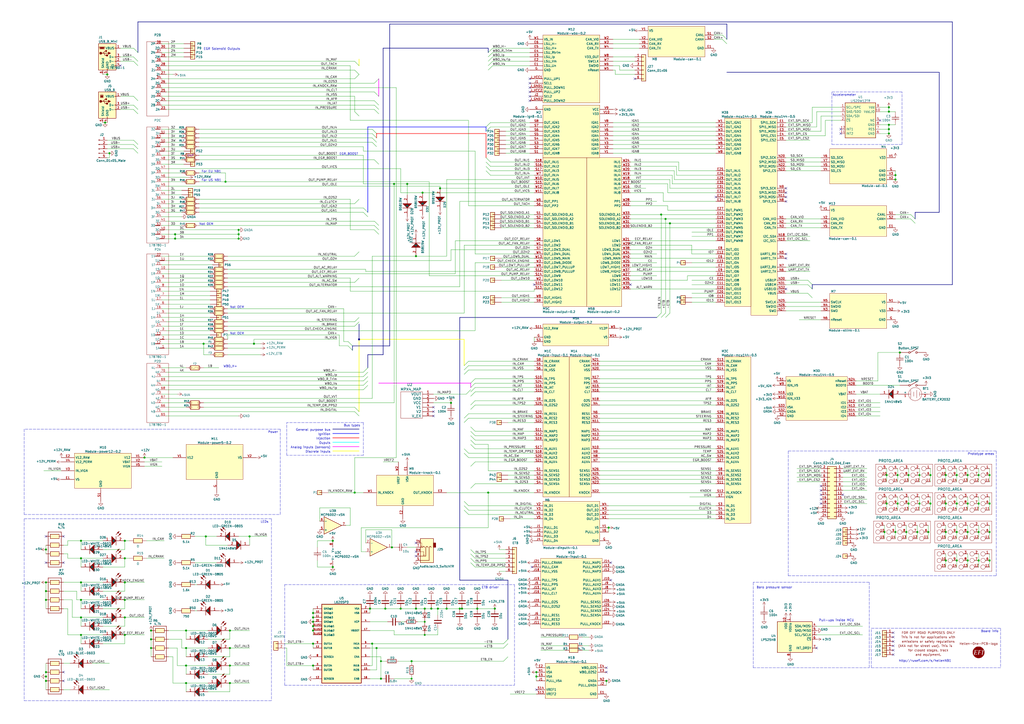
<source format=kicad_sch>
(kicad_sch (version 20210406) (generator eeschema)
  (paper "A2")
  (title_block (title "hellen64 NB1") (date "2021-06-30") (rev "B") (company "rusEFI") (comment 7 "http://rusefi.com/s/hellenNB1"))
  (lib_symbols
    (symbol "178780-1:178780-1" (pin_names (offset 0.025))
      (property "Reference" "P2" (at 3.81 22.86 90))
      (property "Value" "178780-1" (at 3.81 20.32 90))
      (symbol "178780-1_1_1"
        (pin passive line (at -25.4 -8.89 90) (length 3.81) (name "1A") (number "1"))
        (pin passive line (at 20.32 -8.89 90) (length 3.81) (name "1S") (number "10"))
        (pin passive line (at 25.4 -8.89 90) (length 3.81) (name "1U") (number "11"))
        (pin passive line (at -22.86 -6.35 90) (length 3.81) (name "1B") (number "12"))
        (pin passive line (at -17.78 -6.35 90) (length 3.81) (name "1D") (number "13"))
        (pin passive line (at -12.7 -6.35 90) (length 3.81) (name "1F") (number "14"))
        (pin passive line (at -7.62 -6.35 90) (length 3.81) (name "1H") (number "15"))
        (pin passive line (at -2.54 -6.35 90) (length 3.81) (name "1J") (number "16"))
        (pin passive line (at 2.54 -6.35 90) (length 3.81) (name "1L") (number "17"))
        (pin passive line (at 7.62 -6.35 90) (length 3.81) (name "1N") (number "18"))
        (pin passive line (at 12.7 -6.35 90) (length 3.81) (name "1P") (number "19"))
        (pin passive line (at -20.32 -8.89 90) (length 3.81) (name "1C") (number "2"))
        (pin passive line (at 17.78 -6.35 90) (length 3.81) (name "1R") (number "20"))
        (pin passive line (at 22.86 -6.35 90) (length 3.81) (name "1T") (number "21"))
        (pin passive line (at 27.94 -6.35 90) (length 3.81) (name "1V") (number "22"))
        (pin passive line (at -15.24 -8.89 90) (length 3.81) (name "1E") (number "3"))
        (pin passive line (at -10.16 -8.89 90) (length 3.81) (name "1G") (number "4"))
        (pin passive line (at -5.08 -8.89 90) (length 3.81) (name "1I") (number "5"))
        (pin passive line (at 0 -8.89 90) (length 3.81) (name "1K") (number "6"))
        (pin passive line (at 5.08 -8.89 90) (length 3.81) (name "1M") (number "7"))
        (pin passive line (at 10.16 -8.89 90) (length 3.81) (name "1O") (number "8"))
        (pin passive line (at 15.24 -8.89 90) (length 3.81) (name "1Q") (number "9"))
      )
      (symbol "178780-1_2_1"
        (pin passive line (at -20.32 -8.89 90) (length 3.81) (name "2A") (number "23"))
        (pin passive line (at -15.24 -8.89 90) (length 3.81) (name "2C") (number "24"))
        (pin passive line (at -10.16 -8.89 90) (length 3.81) (name "2E") (number "25"))
        (pin passive line (at -5.08 -8.89 90) (length 3.81) (name "2G") (number "26"))
        (pin passive line (at 0 -8.89 90) (length 3.81) (name "2I") (number "27"))
        (pin passive line (at 5.08 -8.89 90) (length 3.81) (name "2K") (number "28"))
        (pin passive line (at 10.16 -8.89 90) (length 3.81) (name "2M") (number "29"))
        (pin passive line (at 15.24 -8.89 90) (length 3.81) (name "2O") (number "30"))
        (pin passive line (at -17.78 -6.35 90) (length 3.81) (name "2B") (number "31"))
        (pin passive line (at -12.7 -6.35 90) (length 3.81) (name "2D") (number "32"))
        (pin passive line (at -7.62 -6.35 90) (length 3.81) (name "2F") (number "33"))
        (pin passive line (at -2.54 -6.35 90) (length 3.81) (name "2H") (number "34"))
        (pin passive line (at 2.54 -6.35 90) (length 3.81) (name "2J") (number "35"))
        (pin passive line (at 7.62 -6.35 90) (length 3.81) (name "2L") (number "36"))
        (pin passive line (at 12.7 -6.35 90) (length 3.81) (name "2N") (number "37"))
        (pin passive line (at 17.78 -6.35 90) (length 3.81) (name "2P") (number "38"))
      )
      (symbol "178780-1_3_1"
        (pin passive line (at -33.02 -8.89 90) (length 3.81) (name "3A") (number "39"))
        (pin passive line (at -27.94 -8.89 90) (length 3.81) (name "3C") (number "40"))
        (pin passive line (at -22.86 -8.89 90) (length 3.81) (name "3E") (number "41"))
        (pin passive line (at -17.78 -8.89 90) (length 3.81) (name "3G") (number "42"))
        (pin passive line (at -12.7 -8.89 90) (length 3.81) (name "3I") (number "43"))
        (pin passive line (at -7.62 -8.89 90) (length 3.81) (name "3K") (number "44"))
        (pin passive line (at -2.54 -8.89 90) (length 3.81) (name "3M") (number "45"))
        (pin passive line (at 2.54 -8.89 90) (length 3.81) (name "3O") (number "46"))
        (pin passive line (at 7.62 -8.89 90) (length 3.81) (name "3Q") (number "47"))
        (pin passive line (at 12.7 -8.89 90) (length 3.81) (name "3S") (number "48"))
        (pin passive line (at 17.78 -8.89 90) (length 3.81) (name "3U") (number "49"))
        (pin passive line (at 22.86 -8.89 90) (length 3.81) (name "3W") (number "50"))
        (pin passive line (at 27.94 -8.89 90) (length 3.81) (name "3Y") (number "51"))
        (pin passive line (at -30.48 -6.35 90) (length 3.81) (name "3B") (number "52"))
        (pin passive line (at -25.4 -6.35 90) (length 3.81) (name "3D") (number "53"))
        (pin passive line (at -20.32 -6.35 90) (length 3.81) (name "3F") (number "54"))
        (pin passive line (at -15.24 -6.35 90) (length 3.81) (name "3H") (number "55"))
        (pin passive line (at -10.16 -6.35 90) (length 3.81) (name "3J") (number "56"))
        (pin passive line (at -5.08 -6.35 90) (length 3.81) (name "3L") (number "57"))
        (pin passive line (at 0 -6.35 90) (length 3.81) (name "3N") (number "58"))
        (pin passive line (at 5.08 -6.35 90) (length 3.81) (name "3P") (number "59"))
        (pin passive line (at 10.16 -6.35 90) (length 3.81) (name "3R") (number "60"))
        (pin passive line (at 15.24 -6.35 90) (length 3.81) (name "3T") (number "61"))
        (pin passive line (at 20.32 -6.35 90) (length 3.81) (name "3V") (number "62"))
        (pin passive line (at 25.4 -6.35 90) (length 3.81) (name "3X") (number "63"))
        (pin passive line (at 30.48 -6.35 90) (length 3.81) (name "3Z") (number "64"))
      )
      (symbol "178780-1_4_1"
        (pin passive line (at -25.4 -8.89 90) (length 3.81) (name "4A") (number "65"))
        (pin passive line (at -20.32 -8.89 90) (length 3.81) (name "4C") (number "66"))
        (pin passive line (at -15.24 -8.89 90) (length 3.81) (name "4E") (number "67"))
        (pin passive line (at -10.16 -8.89 90) (length 3.81) (name "4G") (number "68"))
        (pin passive line (at -5.08 -8.89 90) (length 3.81) (name "4I") (number "69"))
        (pin passive line (at 0 -8.89 90) (length 3.81) (name "4K") (number "70"))
        (pin passive line (at -22.86 -6.35 90) (length 3.81) (name "4B") (number "71"))
        (pin passive line (at -17.78 -6.35 90) (length 3.81) (name "4D") (number "72"))
        (pin passive line (at -12.7 -6.35 90) (length 3.81) (name "4F") (number "73"))
        (pin passive line (at -7.62 -6.35 90) (length 3.81) (name "4H") (number "74"))
        (pin passive line (at -2.54 -6.35 90) (length 3.81) (name "4J") (number "75"))
        (pin passive line (at 2.54 -6.35 90) (length 3.81) (name "4L") (number "76"))
      )
    )
    (symbol "Amplifier_Operational:MCP6002-xSN" (pin_names (offset 0.127))
      (property "Reference" "U" (at 0 5.08 0))
      (property "Value" "MCP6002-xSN" (at 0 -5.08 0))
      (symbol "MCP6002-xSN_1_1"
        (pin output line (at 7.62 0 180) (length 2.54) (name "~") (number "1"))
        (pin input line (at -7.62 -2.54 0) (length 2.54) (name "-") (number "2"))
        (pin input line (at -7.62 2.54 0) (length 2.54) (name "+") (number "3"))
      )
      (symbol "MCP6002-xSN_2_1"
        (pin input line (at -7.62 2.54 0) (length 2.54) (name "+") (number "5"))
        (pin input line (at -7.62 -2.54 0) (length 2.54) (name "-") (number "6"))
        (pin output line (at 7.62 0 180) (length 2.54) (name "~") (number "7"))
      )
      (symbol "MCP6002-xSN_3_1"
        (pin power_in line (at -2.54 -7.62 90) (length 3.81) (name "V-") (number "4"))
        (pin power_in line (at -2.54 7.62 270) (length 3.81) (name "V+") (number "8"))
      )
    )
    (symbol "Connector:AudioJack3_SwitchTR"
      (property "Reference" "J" (at 0 8.89 0))
      (property "Value" "AudioJack3_SwitchTR" (at 0 6.35 0))
      (symbol "AudioJack3_SwitchTR_1_1"
        (pin passive line (at 5.08 0 180) (length 2.54) (name "~") (number "R"))
        (pin passive line (at 5.08 -2.54 180) (length 2.54) (name "~") (number "RN"))
        (pin passive line (at 5.08 2.54 180) (length 2.54) (name "~") (number "S"))
        (pin passive line (at 5.08 -5.08 180) (length 2.54) (name "~") (number "T"))
        (pin passive line (at 5.08 -7.62 180) (length 2.54) (name "~") (number "TN"))
      )
    )
    (symbol "Connector:Conn_01x05_Male" (pin_names (offset 1.016) hide)
      (property "Reference" "J" (at 0 7.62 0))
      (property "Value" "Conn_01x05_Male" (at 0 -7.62 0))
      (symbol "Conn_01x05_Male_1_1"
        (pin passive line (at 5.08 5.08 180) (length 3.81) (name "Pin_1") (number "1"))
        (pin passive line (at 5.08 2.54 180) (length 3.81) (name "Pin_2") (number "2"))
        (pin passive line (at 5.08 0 180) (length 3.81) (name "Pin_3") (number "3"))
        (pin passive line (at 5.08 -2.54 180) (length 3.81) (name "Pin_4") (number "4"))
        (pin passive line (at 5.08 -5.08 180) (length 3.81) (name "Pin_5") (number "5"))
      )
    )
    (symbol "Connector_Generic:Conn_01x01" (pin_names (offset 1.016) hide)
      (property "Reference" "J" (at 0 2.54 0))
      (property "Value" "Conn_01x01" (at 0 -2.54 0))
      (symbol "Conn_01x01_1_1"
        (pin passive line (at -5.08 0 0) (length 3.81) (name "Pin_1") (number "1"))
      )
    )
    (symbol "Connector_Generic:Conn_01x02" (pin_names (offset 1.016) hide)
      (property "Reference" "J" (at 0 2.54 0))
      (property "Value" "Conn_01x02" (at 0 -5.08 0))
      (symbol "Conn_01x02_1_1"
        (pin passive line (at -5.08 0 0) (length 3.81) (name "Pin_1") (number "1"))
        (pin passive line (at -5.08 -2.54 0) (length 3.81) (name "Pin_2") (number "2"))
      )
    )
    (symbol "Connector_Generic:Conn_01x06" (pin_names (offset 1.016) hide)
      (property "Reference" "J" (at 0 7.62 0))
      (property "Value" "Conn_01x06" (at 0 -10.16 0))
      (symbol "Conn_01x06_1_1"
        (pin passive line (at -5.08 5.08 0) (length 3.81) (name "Pin_1") (number "1"))
        (pin passive line (at -5.08 2.54 0) (length 3.81) (name "Pin_2") (number "2"))
        (pin passive line (at -5.08 0 0) (length 3.81) (name "Pin_3") (number "3"))
        (pin passive line (at -5.08 -2.54 0) (length 3.81) (name "Pin_4") (number "4"))
        (pin passive line (at -5.08 -5.08 0) (length 3.81) (name "Pin_5") (number "5"))
        (pin passive line (at -5.08 -7.62 0) (length 3.81) (name "Pin_6") (number "6"))
      )
    )
    (symbol "Connector_Generic:Conn_02x12_Odd_Even" (pin_names (offset 1.016) hide)
      (property "Reference" "J" (at 1.27 15.24 0))
      (property "Value" "Conn_02x12_Odd_Even" (at 1.27 -17.78 0))
      (symbol "Conn_02x12_Odd_Even_1_1"
        (pin passive line (at -5.08 12.7 0) (length 3.81) (name "Pin_1") (number "1"))
        (pin passive line (at 7.62 2.54 180) (length 3.81) (name "Pin_10") (number "10"))
        (pin passive line (at -5.08 0 0) (length 3.81) (name "Pin_11") (number "11"))
        (pin passive line (at 7.62 0 180) (length 3.81) (name "Pin_12") (number "12"))
        (pin passive line (at -5.08 -2.54 0) (length 3.81) (name "Pin_13") (number "13"))
        (pin passive line (at 7.62 -2.54 180) (length 3.81) (name "Pin_14") (number "14"))
        (pin passive line (at -5.08 -5.08 0) (length 3.81) (name "Pin_15") (number "15"))
        (pin passive line (at 7.62 -5.08 180) (length 3.81) (name "Pin_16") (number "16"))
        (pin passive line (at -5.08 -7.62 0) (length 3.81) (name "Pin_17") (number "17"))
        (pin passive line (at 7.62 -7.62 180) (length 3.81) (name "Pin_18") (number "18"))
        (pin passive line (at -5.08 -10.16 0) (length 3.81) (name "Pin_19") (number "19"))
        (pin passive line (at 7.62 12.7 180) (length 3.81) (name "Pin_2") (number "2"))
        (pin passive line (at 7.62 -10.16 180) (length 3.81) (name "Pin_20") (number "20"))
        (pin passive line (at -5.08 -12.7 0) (length 3.81) (name "Pin_21") (number "21"))
        (pin passive line (at 7.62 -12.7 180) (length 3.81) (name "Pin_22") (number "22"))
        (pin passive line (at -5.08 -15.24 0) (length 3.81) (name "Pin_23") (number "23"))
        (pin passive line (at 7.62 -15.24 180) (length 3.81) (name "Pin_24") (number "24"))
        (pin passive line (at -5.08 10.16 0) (length 3.81) (name "Pin_3") (number "3"))
        (pin passive line (at 7.62 10.16 180) (length 3.81) (name "Pin_4") (number "4"))
        (pin passive line (at -5.08 7.62 0) (length 3.81) (name "Pin_5") (number "5"))
        (pin passive line (at 7.62 7.62 180) (length 3.81) (name "Pin_6") (number "6"))
        (pin passive line (at -5.08 5.08 0) (length 3.81) (name "Pin_7") (number "7"))
        (pin passive line (at 7.62 5.08 180) (length 3.81) (name "Pin_8") (number "8"))
        (pin passive line (at -5.08 2.54 0) (length 3.81) (name "Pin_9") (number "9"))
      )
    )
    (symbol "Device:C" (pin_numbers hide) (pin_names (offset 0.254))
      (property "Reference" "C" (at 0.635 2.54 0))
      (property "Value" "C" (at 0.635 -2.54 0))
      (symbol "C_1_1"
        (pin passive line (at 0 3.81 270) (length 2.794) (name "~") (number "1"))
        (pin passive line (at 0 -3.81 90) (length 2.794) (name "~") (number "2"))
      )
    )
    (symbol "Device:D" (pin_numbers hide) (pin_names (offset 1.016) hide)
      (property "Reference" "D" (at 0 2.54 0))
      (property "Value" "D" (at 0 -2.54 0))
      (symbol "D_1_1"
        (pin passive line (at -3.81 0 0) (length 2.54) (name "K") (number "1"))
        (pin passive line (at 3.81 0 180) (length 2.54) (name "A") (number "2"))
      )
    )
    (symbol "Device:R" (pin_numbers hide) (pin_names (offset 0))
      (property "Reference" "R" (at 2.032 0 90))
      (property "Value" "R" (at 0 0 90))
      (symbol "R_1_1"
        (pin passive line (at 0 3.81 270) (length 1.27) (name "~") (number "1"))
        (pin passive line (at 0 -3.81 90) (length 1.27) (name "~") (number "2"))
      )
    )
    (symbol "L6205PD:L6205PD" (pin_names (offset 1.016))
      (property "Reference" "U" (at -10.1854 24.0538 0))
      (property "Value" "L6205PD" (at -10.1854 -25.6794 0))
      (symbol "L6205PD_0_0"
        (pin power_in line (at 17.78 20.32 180) (length 5.08) (name "GND@1") (number "1"))
        (pin power_in line (at 17.78 17.78 180) (length 5.08) (name "GND@2") (number "10"))
        (pin power_in line (at 17.78 15.24 180) (length 5.08) (name "GND@3") (number "11"))
        (pin output line (at 17.78 -2.54 180) (length 5.08) (name "OUT1B") (number "12"))
        (pin power_in line (at 17.78 -20.32 180) (length 5.08) (name "SENSEB") (number "13"))
        (pin input line (at -15.24 -12.7 0) (length 5.08) (name "IN1B") (number "14"))
        (pin input line (at -15.24 -15.24 0) (length 5.08) (name "IN2B") (number "15"))
        (pin bidirectional line (at -15.24 -20.32 0) (length 5.08) (name "ENB") (number "16"))
        (pin passive line (at -15.24 7.62 0) (length 5.08) (name "VBOOT") (number "17"))
        (pin output line (at 17.78 -15.24 180) (length 5.08) (name "OUT2B") (number "18"))
        (pin power_in line (at -15.24 17.78 0) (length 5.08) (name "VSB") (number "19"))
        (pin power_in line (at -15.24 20.32 0) (length 5.08) (name "VSA") (number "2"))
        (pin power_in line (at 17.78 12.7 180) (length 5.08) (name "GND@4") (number "20"))
        (pin output line (at 17.78 -12.7 180) (length 5.08) (name "OUT2A") (number "3"))
        (pin passive line (at -15.24 12.7 0) (length 5.08) (name "VCP") (number "4"))
        (pin bidirectional line (at -15.24 -7.62 0) (length 5.08) (name "ENA") (number "5"))
        (pin input line (at -15.24 0 0) (length 5.08) (name "IN1A") (number "6"))
        (pin input line (at -15.24 -2.54 0) (length 5.08) (name "IN2A") (number "7"))
        (pin power_in line (at 17.78 -7.62 180) (length 5.08) (name "SENSEA") (number "8"))
        (pin output line (at 17.78 0 180) (length 5.08) (name "OUT1A") (number "9"))
        (pin power_in line (at 17.78 10.16 180) (length 5.08) (name "SLUG@1") (number "SLUG1"))
        (pin power_in line (at 17.78 7.62 180) (length 5.08) (name "SLUG@2") (number "SLUG2"))
        (pin power_in line (at 17.78 5.08 180) (length 5.08) (name "SLUG@3") (number "SLUG3"))
      )
    )
    (symbol "MPX-4_MAP:MPX4_MAP" (pin_names (offset 0.762))
      (property "Reference" "U" (at 0 10.16 0))
      (property "Value" "MPX4_MAP" (at 8.89 0 90))
      (symbol "MPX4_MAP_1_1"
        (pin passive line (at -8.89 6.35 0) (length 6.35) (name "VOUT") (number "1"))
        (pin passive line (at -8.89 3.81 0) (length 6.35) (name "GND") (number "2"))
        (pin passive line (at -8.89 1.27 0) (length 6.35) (name "VCC") (number "3"))
        (pin passive line (at -8.89 -1.27 0) (length 6.35) (name "V1") (number "4"))
        (pin passive line (at -8.89 -3.81 0) (length 6.35) (name "V2") (number "5"))
        (pin passive line (at -8.89 -6.35 0) (length 6.35) (name "V_EX") (number "6"))
      )
    )
    (symbol "Off_Road_Disclaimer:Disclaimer" (pin_names (offset 1.016))
      (symbol "Disclaimer_0_0"
        (text "(AKA not for street use). This is " (at 1.27 -3.81 0) (effects (font (size 1.27 1.27))))
        (text "and equipment." (at 0 -8.89 0) (effects (font (size 1.27 1.27))))
        (text "emissions or safety regulations" (at 0 -1.27 0) (effects (font (size 1.27 1.27))))
        (text "for closed stages, track" (at 0 -6.35 0) (effects (font (size 1.27 1.27))))
        (text "FOR OFF ROAD PURPOSES ONLY" (at 0 3.81 0) (effects (font (size 1.27 1.27))))
        (text "This is not for applications with" (at 0 1.27 0) (effects (font (size 1.27 1.27))))
      )
    )
    (symbol "Sensor_Pressure:LPS25HB"
      (property "Reference" "U" (at -10.16 8.89 0))
      (property "Value" "LPS25HB" (at 10.16 8.89 0))
      (symbol "LPS25HB_1_1"
        (pin power_in line (at -2.54 10.16 270) (length 2.54) (name "VDDio") (number "1"))
        (pin power_in line (at -5.08 10.16 270) (length 2.54) (name "VDD") (number "10"))
        (pin input line (at 12.7 0 180) (length 2.54) (name "SCL/SCLK") (number "2"))
        (pin passive line (at -2.54 -12.7 90) (length 2.54) hide (name "GND") (number "3"))
        (pin bidirectional line (at 12.7 5.08 180) (length 2.54) (name "SDA/MOSI") (number "4"))
        (pin bidirectional line (at 12.7 2.54 180) (length 2.54) (name "SA0/MISO") (number "5"))
        (pin input line (at 12.7 -2.54 180) (length 2.54) (name "~CS") (number "6"))
        (pin output line (at 12.7 -7.62 180) (length 2.54) (name "INT_DRDY") (number "7"))
        (pin power_in line (at -2.54 -12.7 90) (length 2.54) (name "GND") (number "8"))
        (pin passive line (at -2.54 -12.7 90) (length 2.54) hide (name "GND") (number "9"))
      )
    )
    (symbol "art-electro-power:BATTERY_CR2032" (pin_names (offset 0))
      (property "Reference" "BT" (at 0 5.08 0))
      (property "Value" "BATTERY_CR2032" (at 0 -4.826 0))
      (symbol "BATTERY_CR2032_1_1"
        (pin passive line (at -7.62 0 0) (length 3.81) (name "+") (number "1"))
        (pin passive line (at 7.62 0 180) (length 3.81) (name "-") (number "2"))
      )
    )
    (symbol "hellen-one-can-0.1:Module-can-0.1"
      (property "Reference" "M" (at 0 0 0))
      (property "Value" "Module-can-0.1" (at 0 0 0))
      (symbol "Module-can-0.1_1_0"
        (pin passive line (at 38.1 -12.7 180) (length 5.08) (name "GND") (number "E1"))
        (pin passive line (at 38.1 -5.08 180) (length 5.08) (name "CANL") (number "S1"))
        (pin passive line (at 38.1 -7.62 180) (length 5.08) (name "CANH") (number "S2"))
        (pin passive line (at -5.08 -2.54 0) (length 5.08) (name "V5") (number "V1"))
        (pin passive line (at -5.08 -7.62 0) (length 5.08) (name "CAN_VIO") (number "V2"))
        (pin passive line (at -5.08 -12.7 0) (length 5.08) (name "CAN_TX") (number "V5"))
        (pin passive line (at -5.08 -10.16 0) (length 5.08) (name "CAN_RX") (number "V6"))
      )
    )
    (symbol "hellen-one-common:+12V_PERM" (power) (pin_names (offset 0))
      (property "Value" "+12V_PERM" (at 0 3.556 0))
      (symbol "+12V_PERM_1_1"
        (pin power_in line (at 0 0 90) (length 0) hide (name "+12V_PERM") (number "1"))
      )
    )
    (symbol "hellen-one-common:+12V_PROT" (power) (pin_names (offset 0))
      (property "Value" "+12V_PROT" (at 0 3.556 0))
      (symbol "+12V_PROT_1_1"
        (pin power_in line (at 0 0 90) (length 0) hide (name "+12V_PROT") (number "1"))
      )
    )
    (symbol "hellen-one-common:+12V_RAW" (power) (pin_names (offset 0))
      (property "Value" "+12V_RAW" (at 0 3.556 0))
      (symbol "+12V_RAW_1_1"
        (pin power_in line (at 0 0 90) (length 0) hide (name "+12V_RAW") (number "1"))
      )
    )
    (symbol "hellen-one-common:+12V_RAW_1" (power) (pin_names (offset 0))
      (property "Value" "+12V_ETB" (at 3.1751 0.3683 90))
      (symbol "+12V_RAW_1_1_1"
        (pin power_in line (at 0 0 90) (length 0) hide (name "+12V_ETB") (number "1"))
      )
    )
    (symbol "hellen-one-common:+3V3_IGN" (power) (pin_names (offset 0))
      (property "Value" "+3V3_IGN" (at 0 3.556 0))
      (symbol "+3V3_IGN_1_1"
        (pin power_in line (at 0 0 90) (length 0) hide (name "+3V3_IGN") (number "1"))
      )
    )
    (symbol "hellen-one-common:+5V_IGN" (power) (pin_names (offset 0))
      (property "Value" "+5V_IGN" (at 0 3.556 0))
      (symbol "+5V_IGN_1_1"
        (pin power_in line (at 0 0 90) (length 0) hide (name "+5V_IGN") (number "1"))
      )
    )
    (symbol "hellen-one-common:1N4148WS"
      (property "Reference" "D" (at 0 2.54 0))
      (property "Value" "1N4148WS" (at 0 -3.81 0))
      (symbol "1N4148WS_1_0"
        (pin passive line (at 7.62 0 180) (length 5.08) (name "K") (number "1"))
        (pin passive line (at -5.08 0 0) (length 5.08) (name "A") (number "2"))
      )
    )
    (symbol "hellen-one-common:Button_SPST" (pin_numbers hide)
      (property "Reference" "S" (at -5.08 2.54 0))
      (property "Value" "Button_SPST" (at 0 0 0))
      (symbol "Button_SPST_1_0"
        (pin passive line (at -5.08 -2.54 0) (length 5.08) (name "") (number "1"))
        (pin passive line (at 10.16 -2.54 180) (length 5.08) (name "") (number "2"))
      )
    )
    (symbol "hellen-one-common:Cap" (pin_numbers hide)
      (property "Reference" "C" (at -3.81 2.54 0))
      (property "Value" "Cap" (at -2.54 -1.27 0))
      (symbol "Cap_1_0"
        (pin passive line (at -3.81 0 0) (length 2.54) (name "") (number "1"))
        (pin passive line (at 3.81 0 180) (length 2.54) (name "") (number "2"))
      )
    )
    (symbol "hellen-one-common:Fuse-Pad-Pad" (pin_numbers hide) (pin_names (offset 0.762) hide)
      (property "Reference" "F" (at 0 2.54 0))
      (symbol "Fuse-Pad-Pad_0_1"
        (pin passive line (at -5.08 0 0) (length 2.54) (name "1") (number "1"))
        (pin passive line (at 5.08 0 180) (length 2.54) (name "2") (number "2"))
      )
    )
    (symbol "hellen-one-common:Jumper-Pad-Pad" (pin_numbers hide) (pin_names (offset 0.762) hide)
      (property "Reference" "R" (at 0 2.54 0))
      (symbol "Jumper-Pad-Pad_0_1"
        (pin passive line (at -5.08 0 0) (length 2.54) (name "1") (number "1"))
        (pin passive line (at 5.08 0 180) (length 2.54) (name "2") (number "2"))
      )
    )
    (symbol "hellen-one-common:LED"
      (property "Reference" "D" (at 0 2.54 0))
      (property "Value" "LED-COLOR-0805" (at 0 -3.81 0))
      (symbol "LED_1_0"
        (pin passive line (at -5.08 0 0) (length 5.08) (name "A") (number "1"))
        (pin passive line (at 7.62 0 180) (length 5.08) (name "K") (number "2"))
      )
    )
    (symbol "hellen-one-common:LED_0603"
      (property "Reference" "D" (at 0 2.54 0))
      (property "Value" "LED_0603" (at 0 -3.81 0))
      (symbol "LED_0603_1_0"
        (pin passive line (at -5.08 0 0) (length 5.08) (name "A") (number "1"))
        (pin passive line (at 7.62 0 180) (length 5.08) (name "K") (number "2"))
      )
    )
    (symbol "hellen-one-common:LIS2DW12TR"
      (property "Reference" "U" (at -5.08 11.43 0))
      (property "Value" "LIS2DW12TR" (at 3.81 11.43 0))
      (symbol "LIS2DW12TR_1_1"
        (pin input line (at -10.16 7.62 0) (length 2.54) (name "SCL/SPC") (number "1"))
        (pin power_in line (at 12.7 5.08 180) (length 2.54) (name "Vdd_IO") (number "10"))
        (pin output line (at -10.16 -7.62 0) (length 2.54) (name "INT2") (number "11"))
        (pin output line (at -10.16 -5.08 0) (length 2.54) (name "INT1") (number "12"))
        (pin input line (at -10.16 0 0) (length 2.54) (name "~CS") (number "2"))
        (pin bidirectional line (at -10.16 5.08 0) (length 2.54) (name "SA0/SDO") (number "3"))
        (pin bidirectional line (at -10.16 2.54 0) (length 2.54) (name "SDA/SDI") (number "4"))
        (pin passive line (at 12.7 0 180) (length 2.54) (name "NC") (number "5"))
        (pin power_in line (at 12.7 -7.62 180) (length 2.54) (name "GND") (number "6"))
        (pin power_in line (at 12.7 -5.08 180) (length 2.54) (name "RES") (number "7"))
        (pin power_in line (at 12.7 -2.54 180) (length 2.54) (name "GND") (number "8"))
        (pin power_in line (at 12.7 7.62 180) (length 2.54) (name "Vdd") (number "9"))
      )
    )
    (symbol "hellen-one-common:LOGO" (pin_names (offset 1.016))
      (symbol "LOGO_0_0"
        (text "" (at 35.56 6.35 0) (effects (font (size 1.27 1.27))))
        (text "Hellen-One-PCB-logo" (at 0 0 0) (effects (font (size 1.27 1.27))))
      )
    )
    (symbol "hellen-one-common:PROTO_AREA" (pin_names (offset 1.016))
      (property "Value" "PROTO_AREA" (at 25.4 3.81 0))
      (symbol "PROTO_AREA_0_0"
        (text "" (at 35.56 6.35 0) (effects (font (size 1.27 1.27))))
      )
      (symbol "PROTO_AREA_1_1"
        (pin passive line (at 1.27 0 0) (length 2.54) (name "") (number "1"))
        (pin passive line (at 26.67 -3.81 0) (length 2.54) (name "") (number "10"))
        (pin passive line (at 1.27 -7.62 0) (length 2.54) (name "") (number "11"))
        (pin passive line (at 7.62 -7.62 0) (length 2.54) (name "") (number "12"))
        (pin passive line (at 13.97 -7.62 0) (length 2.54) (name "") (number "13"))
        (pin passive line (at 20.32 -7.62 0) (length 2.54) (name "") (number "14"))
        (pin passive line (at 26.67 -7.62 0) (length 2.54) (name "") (number "15"))
        (pin passive line (at 7.62 0 0) (length 2.54) (name "") (number "2"))
        (pin passive line (at 13.97 0 0) (length 2.54) (name "") (number "3"))
        (pin passive line (at 20.32 0 0) (length 2.54) (name "") (number "4"))
        (pin passive line (at 26.67 0 0) (length 2.54) (name "") (number "5"))
        (pin passive line (at 1.27 -3.81 0) (length 2.54) (name "") (number "6"))
        (pin passive line (at 7.62 -3.81 0) (length 2.54) (name "") (number "7"))
        (pin passive line (at 13.97 -3.81 0) (length 2.54) (name "") (number "8"))
        (pin passive line (at 20.32 -3.81 0) (length 2.54) (name "") (number "9"))
      )
    )
    (symbol "hellen-one-common:Pad" (pin_numbers hide) (pin_names (offset 1.016) hide)
      (property "Reference" "P" (at 2.54 0 0))
      (symbol "Pad_1_1"
        (pin passive line (at -5.08 0 0) (length 3.81) (name "Pin_1") (number "1"))
      )
    )
    (symbol "hellen-one-common:Res" (pin_numbers hide)
      (property "Reference" "R" (at 3.81 2.54 0))
      (property "Value" "Res" (at 5.08 -2.54 0))
      (symbol "Res_1_0"
        (pin passive line (at 0 0 0) (length 2.54) (name "") (number "1"))
        (pin passive line (at 10.16 0 180) (length 2.54) (name "") (number "2"))
      )
    )
    (symbol "hellen-one-common:Res_Array_4" (pin_numbers hide)
      (property "Reference" "R" (at -6.35 6.35 0))
      (symbol "Res_Array_4_1_0"
        (pin passive line (at -10.16 0 0) (length 2.54) (name "") (number "1"))
        (pin passive line (at -10.16 -5.08 0) (length 2.54) (name "") (number "2"))
        (pin passive line (at -10.16 -10.16 0) (length 2.54) (name "") (number "3"))
        (pin passive line (at -10.16 -15.24 0) (length 2.54) (name "") (number "4"))
        (pin passive line (at 0 -15.24 180) (length 2.54) (name "") (number "5"))
        (pin passive line (at 0 -10.16 180) (length 2.54) (name "") (number "6"))
        (pin passive line (at 0 -5.08 180) (length 2.54) (name "") (number "7"))
        (pin passive line (at 0 0 180) (length 2.54) (name "") (number "8"))
      )
    )
    (symbol "hellen-one-common:USB_B" (pin_names (offset 1.016))
      (property "Reference" "J" (at -5.08 11.43 0))
      (property "Value" "USB_B" (at -5.08 8.89 0))
      (symbol "USB_B_1_1"
        (pin power_out line (at 7.62 5.08 180) (length 2.54) (name "VBUS") (number "1"))
        (pin bidirectional line (at 7.62 -2.54 180) (length 2.54) (name "D-") (number "2"))
        (pin bidirectional line (at 7.62 0 180) (length 2.54) (name "D+") (number "3"))
        (pin power_out line (at 0 -10.16 90) (length 2.54) (name "GND") (number "4"))
        (pin passive line (at -2.54 -10.16 90) (length 2.54) (name "Shield") (number "5"))
      )
    )
    (symbol "hellen-one-common:USB_B_Mini" (pin_names (offset 1.016))
      (property "Reference" "J" (at -5.08 11.43 0))
      (property "Value" "USB_B_Mini" (at -5.08 8.89 0))
      (symbol "USB_B_Mini_1_1"
        (pin power_out line (at 7.62 5.08 180) (length 2.54) (name "VBUS") (number "1"))
        (pin passive line (at 7.62 -2.54 180) (length 2.54) (name "D-") (number "2"))
        (pin passive line (at 7.62 0 180) (length 2.54) (name "D+") (number "3"))
        (pin passive line (at 7.62 -5.08 180) (length 2.54) (name "ID") (number "4"))
        (pin power_out line (at 0 -10.16 90) (length 2.54) (name "GND") (number "5"))
        (pin passive line (at -2.54 -10.16 90) (length 2.54) (name "Shield") (number "6"))
      )
    )
    (symbol "hellen-one-dinput4-0.1:Module-dinput4-0.1"
      (property "Reference" "M" (at 0 0 0))
      (property "Value" "Module-dinput4-0.1" (at 0 0 0))
      (symbol "Module-dinput4-0.1_1_0"
        (pin passive line (at 38.1 -22.86 180) (length 5.08) (name "GND") (number "G"))
        (pin passive line (at -5.08 -15.24 0) (length 5.08) (name "PULL_D1") (number "J1"))
        (pin passive line (at -5.08 -17.78 0) (length 5.08) (name "PULL_D2") (number "J2"))
        (pin passive line (at -5.08 -20.32 0) (length 5.08) (name "PULL_D3") (number "J3"))
        (pin passive line (at -5.08 -22.86 0) (length 5.08) (name "PULL_D4") (number "J4"))
        (pin passive line (at 38.1 -15.24 180) (length 5.08) (name "V5") (number "V1"))
        (pin passive line (at -5.08 -2.54 0) (length 5.08) (name "IN_D1") (number "V2"))
        (pin passive line (at -5.08 -5.08 0) (length 5.08) (name "IN_D2") (number "V3"))
        (pin passive line (at -5.08 -7.62 0) (length 5.08) (name "IN_D3") (number "V4"))
        (pin passive line (at -5.08 -10.16 0) (length 5.08) (name "IN_D4") (number "V5"))
        (pin passive line (at 38.1 -17.78 180) (length 5.08) (name "PULL_V5") (number "V6"))
        (pin passive line (at 38.1 -10.16 180) (length 5.08) (name "OUT_D4") (number "W1"))
        (pin passive line (at 38.1 -7.62 180) (length 5.08) (name "OUT_D3") (number "W2"))
        (pin passive line (at 38.1 -5.08 180) (length 5.08) (name "OUT_D2") (number "W3"))
        (pin passive line (at 38.1 -2.54 180) (length 5.08) (name "OUT_D1") (number "W4"))
      )
    )
    (symbol "hellen-one-ign8-0.1:Module-ign8-0.1"
      (property "Reference" "M" (at 0 0 0))
      (property "Value" "Module-ign8-0.1" (at 0 0 0))
      (symbol "Module-ign8-0.1_1_0"
        (pin passive line (at 40.64 -2.54 180) (length 7.62) (name "GND") (number "G"))
        (pin passive line (at 40.64 -27.94 180) (length 7.62) (name "OUT_IGN8") (number "S1"))
        (pin passive line (at 40.64 -25.4 180) (length 7.62) (name "OUT_IGN7") (number "S2"))
        (pin passive line (at 40.64 -22.86 180) (length 7.62) (name "OUT_IGN6") (number "S3"))
        (pin passive line (at 40.64 -20.32 180) (length 7.62) (name "OUT_IGN5") (number "S4"))
        (pin passive line (at 40.64 -17.78 180) (length 7.62) (name "OUT_IGN4") (number "S5"))
        (pin passive line (at 40.64 -15.24 180) (length 7.62) (name "OUT_IGN3") (number "S6"))
        (pin passive line (at 40.64 -12.7 180) (length 7.62) (name "OUT_IGN2") (number "S7"))
        (pin passive line (at 40.64 -10.16 180) (length 7.62) (name "OUT_IGN1") (number "S8"))
        (pin passive line (at -7.62 -27.94 0) (length 7.62) (name "IGN8") (number "V1"))
        (pin passive line (at -7.62 -5.08 0) (length 7.62) (name "V33") (number "V10"))
        (pin passive line (at -7.62 -25.4 0) (length 7.62) (name "IGN7") (number "V2"))
        (pin passive line (at -7.62 -22.86 0) (length 7.62) (name "IGN6") (number "V3"))
        (pin passive line (at -7.62 -20.32 0) (length 7.62) (name "IGN5") (number "V4"))
        (pin passive line (at -7.62 -17.78 0) (length 7.62) (name "IGN4") (number "V5"))
        (pin passive line (at -7.62 -15.24 0) (length 7.62) (name "IGN3") (number "V6"))
        (pin passive line (at -7.62 -12.7 0) (length 7.62) (name "IGN2") (number "V7"))
        (pin passive line (at -7.62 -10.16 0) (length 7.62) (name "IGN1") (number "V8"))
        (pin passive line (at -7.62 -2.54 0) (length 7.62) (name "VCC") (number "V9"))
      )
    )
    (symbol "hellen-one-input-0.1:Module-input-0.1"
      (property "Reference" "M" (at 0 0 0))
      (property "Value" "Module-input-0.1" (at 0 0 0))
      (symbol "Module-input-0.1_1_0"
        (pin passive line (at 17.78 -53.34 180) (length 5.08) (name "AUX1") (number "N10"))
        (pin passive line (at 17.78 -38.1 180) (length 5.08) (name "RES3") (number "N11"))
        (pin passive line (at 17.78 -48.26 180) (length 5.08) (name "MAP3") (number "N12"))
        (pin passive line (at 17.78 -45.72 180) (length 5.08) (name "MAP2") (number "N13"))
        (pin passive line (at 17.78 -43.18 180) (length 5.08) (name "MAP1") (number "N14"))
        (pin passive line (at 17.78 -17.78 180) (length 5.08) (name "IAT") (number "N15"))
        (pin passive line (at 17.78 -20.32 180) (length 5.08) (name "CLT") (number "N16"))
        (pin passive line (at 17.78 -12.7 180) (length 5.08) (name "TPS") (number "N17"))
        (pin passive line (at 17.78 -25.4 180) (length 5.08) (name "O2S") (number "N18"))
        (pin passive line (at 17.78 -5.08 180) (length 5.08) (name "CAM") (number "N19"))
        (pin passive line (at 17.78 -7.62 180) (length 5.08) (name "VSS") (number "N20"))
        (pin passive line (at 17.78 -2.54 180) (length 5.08) (name "CRANK") (number "N21"))
        (pin passive line (at 17.78 -78.74 180) (length 5.08) (name "KNOCK") (number "N22"))
        (pin passive line (at 17.78 -73.66 180) (length 5.08) (name "SENS4") (number "N23"))
        (pin passive line (at 17.78 -71.12 180) (length 5.08) (name "SENS3") (number "N24"))
        (pin passive line (at 17.78 -68.58 180) (length 5.08) (name "SENS2") (number "N25"))
        (pin passive line (at 17.78 -66.04 180) (length 5.08) (name "SENS1") (number "N26"))
        (pin passive line (at 17.78 -35.56 180) (length 5.08) (name "RES2") (number "N3"))
        (pin passive line (at 17.78 -27.94 180) (length 5.08) (name "O2S2") (number "N4"))
        (pin passive line (at 17.78 -15.24 180) (length 5.08) (name "PPS") (number "N5"))
        (pin passive line (at 17.78 -33.02 180) (length 5.08) (name "RES1") (number "N6"))
        (pin passive line (at 17.78 -60.96 180) (length 5.08) (name "AUX4") (number "N7"))
        (pin passive line (at 17.78 -58.42 180) (length 5.08) (name "AUX3") (number "N8"))
        (pin passive line (at 17.78 -55.88 180) (length 5.08) (name "AUX2") (number "N9"))
      )
      (symbol "Module-input-0.1_2_0"
        (pin passive line (at 35.56 -17.78 180) (length 5.08) (name "GND") (number "E1"))
        (pin passive line (at -5.08 -2.54 0) (length 5.08) (name "V5") (number "E2"))
        (pin passive line (at 35.56 -5.08 180) (length 5.08) (name "WBO_O2S2") (number "E3"))
        (pin passive line (at 35.56 -2.54 180) (length 5.08) (name "WBO_O2S") (number "E4"))
        (pin passive line (at -5.08 -7.62 0) (length 5.08) (name "V5A") (number "E5"))
        (pin passive line (at -5.08 -10.16 0) (length 5.08) (name "PULL_V5A") (number "J1"))
        (pin passive line (at 35.56 -12.7 180) (length 5.08) (name "PULL_GNDA") (number "J2"))
        (pin passive line (at -5.08 -5.08 0) (length 5.08) (name "V5A") (number "N1"))
        (pin passive line (at 35.56 -10.16 180) (length 5.08) (name "GNDA") (number "N2"))
        (pin passive line (at -5.08 -17.78 0) (length 5.08) (name "VREF2") (number "S13"))
        (pin passive line (at -5.08 -15.24 0) (length 5.08) (name "VREF1") (number "S14"))
      )
      (symbol "Module-input-0.1_3_0"
        (pin passive line (at -5.08 -66.04 0) (length 5.08) (name "IN_SENS1") (number "S1"))
        (pin passive line (at -5.08 -12.7 0) (length 5.08) (name "IN_TPS") (number "S10"))
        (pin passive line (at -5.08 -43.18 0) (length 5.08) (name "IN_MAP1") (number "S11"))
        (pin passive line (at -5.08 -45.72 0) (length 5.08) (name "IN_MAP2") (number "S12"))
        (pin passive line (at -5.08 -20.32 0) (length 5.08) (name "IN_CLT") (number "S15"))
        (pin passive line (at -5.08 -17.78 0) (length 5.08) (name "IN_IAT") (number "S16"))
        (pin passive line (at -5.08 -53.34 0) (length 5.08) (name "IN_AUX1") (number "S17"))
        (pin passive line (at -5.08 -55.88 0) (length 5.08) (name "IN_AUX2") (number "S18"))
        (pin passive line (at -5.08 -48.26 0) (length 5.08) (name "IN_MAP3") (number "S19"))
        (pin passive line (at -5.08 -68.58 0) (length 5.08) (name "IN_SENS2") (number "S2"))
        (pin passive line (at -5.08 -58.42 0) (length 5.08) (name "IN_AUX3") (number "S20"))
        (pin passive line (at -5.08 -60.96 0) (length 5.08) (name "IN_AUX4") (number "S21"))
        (pin passive line (at -5.08 -38.1 0) (length 5.08) (name "IN_RES3") (number "S22"))
        (pin passive line (at -5.08 -33.02 0) (length 5.08) (name "IN_RES1") (number "S23"))
        (pin passive line (at -5.08 -15.24 0) (length 5.08) (name "IN_PPS") (number "S24"))
        (pin passive line (at -5.08 -27.94 0) (length 5.08) (name "IN_O2S2") (number "S25"))
        (pin passive line (at -5.08 -35.56 0) (length 5.08) (name "IN_RES2") (number "S26"))
        (pin passive line (at -5.08 -71.12 0) (length 5.08) (name "IN_SENS3") (number "S3"))
        (pin passive line (at -5.08 -73.66 0) (length 5.08) (name "IN_SENS4") (number "S4"))
        (pin passive line (at -5.08 -5.08 0) (length 5.08) (name "IN_CAM") (number "S5"))
        (pin passive line (at -5.08 -7.62 0) (length 5.08) (name "IN_VSS") (number "S6"))
        (pin passive line (at -5.08 -78.74 0) (length 5.08) (name "IN_KNOCK") (number "S7"))
        (pin passive line (at -5.08 -2.54 0) (length 5.08) (name "IN_CRANK") (number "S8"))
        (pin passive line (at -5.08 -25.4 0) (length 5.08) (name "IN_O2S") (number "S9"))
      )
      (symbol "Module-input-0.1_4_0"
        (pin passive line (at 40.64 -12.7 180) (length 5.08) (name "PULL_AUX1") (number "J10"))
        (pin passive line (at -5.08 -38.1 0) (length 5.08) (name "PULL_RES3") (number "J11"))
        (pin passive line (at 40.64 -7.62 180) (length 5.08) (name "PULL_MAP3") (number "J12"))
        (pin passive line (at 40.64 -5.08 180) (length 5.08) (name "PULL_MAP2") (number "J13"))
        (pin passive line (at 40.64 -2.54 180) (length 5.08) (name "PULL_MAP1") (number "J14"))
        (pin passive line (at -5.08 -17.78 0) (length 5.08) (name "PULL_IAT") (number "J15"))
        (pin passive line (at -5.08 -20.32 0) (length 5.08) (name "PULL_CLT") (number "J16"))
        (pin passive line (at -5.08 -5.08 0) (length 5.08) (name "PULL_CAM") (number "J17"))
        (pin passive line (at -5.08 -7.62 0) (length 5.08) (name "PULL_VSS") (number "J18"))
        (pin passive line (at -5.08 -12.7 0) (length 5.08) (name "PULL_TPS") (number "J19"))
        (pin passive line (at -5.08 -25.4 0) (length 5.08) (name "PULL_O2S") (number "J20"))
        (pin passive line (at -5.08 -2.54 0) (length 5.08) (name "PULL_CRANK") (number "J21"))
        (pin passive line (at 40.64 -38.1 180) (length 5.08) (name "PULL_KNOCK") (number "J22"))
        (pin passive line (at 40.64 -33.02 180) (length 5.08) (name "PULL_SENS4") (number "J23"))
        (pin passive line (at 40.64 -30.48 180) (length 5.08) (name "PULL_SENS3") (number "J24"))
        (pin passive line (at 40.64 -27.94 180) (length 5.08) (name "PULL_SENS2") (number "J25"))
        (pin passive line (at 40.64 -25.4 180) (length 5.08) (name "PULL_SENS1") (number "J26"))
        (pin passive line (at -5.08 -35.56 0) (length 5.08) (name "PULL_RES2") (number "J3"))
        (pin passive line (at -5.08 -27.94 0) (length 5.08) (name "PULL_O2S2") (number "J4"))
        (pin passive line (at -5.08 -15.24 0) (length 5.08) (name "PULL_PPS") (number "J5"))
        (pin passive line (at -5.08 -33.02 0) (length 5.08) (name "PULL_RES1") (number "J6"))
        (pin passive line (at 40.64 -20.32 180) (length 5.08) (name "PULL_AUX4") (number "J7"))
        (pin passive line (at 40.64 -17.78 180) (length 5.08) (name "PULL_AUX3") (number "J8"))
        (pin passive line (at 40.64 -15.24 180) (length 5.08) (name "PULL_AUX2") (number "J9"))
      )
    )
    (symbol "hellen-one-knock-0.1:Module-knock-0.1"
      (property "Reference" "M" (at 0 0 0))
      (property "Value" "Module-knock-0.1" (at 0 0 0))
      (symbol "Module-knock-0.1_1_0"
        (pin passive line (at 17.78 7.62 270) (length 7.62) (name "V5A") (number "E1"))
        (pin passive line (at 15.24 -25.4 90) (length 7.62) (name "GND") (number "E2"))
        (pin passive line (at 40.64 -10.16 180) (length 7.62) (name "OUT_KNOCK") (number "E3"))
        (pin passive line (at -7.62 -10.16 0) (length 7.62) (name "IN_KNOCK") (number "W1"))
        (pin passive line (at 12.7 7.62 270) (length 7.62) (name "VREF") (number "W2"))
      )
    )
    (symbol "hellen-one-mcu-0.3:Module-mcu-0.3"
      (property "Reference" "M" (at 0 0 0))
      (property "Value" "Module-mcu-0.3" (at 0 0 0))
      (symbol "Module-mcu-0.3_1_0"
        (pin passive line (at 20.32 -2.54 180) (length 5.08) (name "SPI1_SCK") (number "E1"))
        (pin passive line (at 20.32 -5.08 180) (length 5.08) (name "SPI1_MISO") (number "E2"))
        (pin passive line (at 20.32 -7.62 180) (length 5.08) (name "SPI1_MOSI") (number "E3"))
        (pin passive line (at 20.32 -10.16 180) (length 5.08) (name "SPI1_CS1") (number "E4"))
        (pin passive line (at 20.32 -12.7 180) (length 5.08) (name "SPI1_CS2") (number "E5"))
        (pin passive line (at 20.32 -58.42 180) (length 5.08) (name "CAN_VIO") (number "N1"))
        (pin passive line (at 20.32 -43.18 180) (length 5.08) (name "SPI3_MISO") (number "N10"))
        (pin passive line (at 20.32 -45.72 180) (length 5.08) (name "SPI3_MOSI") (number "N11"))
        (pin passive line (at 20.32 -68.58 180) (length 5.08) (name "I2C_SDA") (number "N18"))
        (pin passive line (at 20.32 -71.12 180) (length 5.08) (name "I2C_SCL") (number "N19"))
        (pin passive line (at 20.32 -60.96 180) (length 5.08) (name "CAN_RX") (number "N2"))
        (pin passive line (at 20.32 -22.86 180) (length 5.08) (name "SPI2_SCK") (number "N20"))
        (pin passive line (at 20.32 -25.4 180) (length 5.08) (name "SPI2_MISO") (number "N21"))
        (pin passive line (at 20.32 -27.94 180) (length 5.08) (name "SPI2_MOSI") (number "N22"))
        (pin passive line (at 20.32 -30.48 180) (length 5.08) (name "SPI2_CS") (number "N23"))
        (pin passive line (at 20.32 -106.68 180) (length 5.08) (name "SWCLK") (number "N25"))
        (pin passive line (at 20.32 -109.22 180) (length 5.08) (name "SWDIO") (number "N26"))
        (pin passive line (at 20.32 -111.76 180) (length 5.08) (name "SWO") (number "N27"))
        (pin passive line (at 20.32 -101.6 180) (length 5.08) (name "VBUS") (number "N29"))
        (pin passive line (at 20.32 -63.5 180) (length 5.08) (name "CAN_TX") (number "N3"))
        (pin passive line (at 20.32 -93.98 180) (length 5.08) (name "USB1P") (number "N30"))
        (pin passive line (at 20.32 -96.52 180) (length 5.08) (name "USB1M") (number "N31"))
        (pin passive line (at 20.32 -99.06 180) (length 5.08) (name "USB1ID") (number "N32"))
        (pin passive line (at 20.32 -81.28 180) (length 5.08) (name "UART1_TX") (number "N4"))
        (pin passive line (at 20.32 -78.74 180) (length 5.08) (name "UART1_RX") (number "N5"))
        (pin passive line (at 20.32 -88.9 180) (length 5.08) (name "UART2_TX") (number "N6"))
        (pin passive line (at 20.32 -86.36 180) (length 5.08) (name "UART2_RX") (number "N7"))
        (pin passive line (at 20.32 -48.26 180) (length 5.08) (name "SPI3_CS") (number "N8"))
        (pin passive line (at 20.32 -40.64 180) (length 5.08) (name "SPI3_SCK") (number "N9"))
      )
      (symbol "Module-mcu-0.3_2_0"
        (pin passive line (at 20.32 -99.06 180) (length 5.08) (name "OUT_IO10") (number "E10"))
        (pin passive line (at 20.32 -96.52 180) (length 5.08) (name "OUT_IO9") (number "E11"))
        (pin passive line (at 20.32 -78.74 180) (length 5.08) (name "OUT_IO2") (number "E12"))
        (pin passive line (at 20.32 -104.14 180) (length 5.08) (name "OUT_IO12") (number "E13"))
        (pin passive line (at 20.32 -55.88 180) (length 5.08) (name "OUT_PWM2") (number "E14"))
        (pin passive line (at 20.32 -58.42 180) (length 5.08) (name "OUT_PWM3") (number "E15"))
        (pin passive line (at 20.32 -60.96 180) (length 5.08) (name "OUT_PWM4") (number "E16"))
        (pin passive line (at 20.32 -63.5 180) (length 5.08) (name "OUT_PWM5") (number "E17"))
        (pin passive line (at 20.32 -66.04 180) (length 5.08) (name "OUT_PWM6") (number "E18"))
        (pin passive line (at 20.32 -68.58 180) (length 5.08) (name "OUT_PWM7") (number "E19"))
        (pin passive line (at 20.32 -101.6 180) (length 5.08) (name "OUT_IO11") (number "E20"))
        (pin passive line (at 20.32 -91.44 180) (length 5.08) (name "OUT_IO7") (number "E21"))
        (pin passive line (at 20.32 -93.98 180) (length 5.08) (name "OUT_IO8") (number "E22"))
        (pin passive line (at 20.32 -83.82 180) (length 5.08) (name "OUT_IO4") (number "E23"))
        (pin passive line (at 20.32 -106.68 180) (length 5.08) (name "OUT_IO13") (number "E24"))
        (pin passive line (at 20.32 -30.48 180) (length 5.08) (name "OUT_INJ1") (number "E25"))
        (pin passive line (at 20.32 -33.02 180) (length 5.08) (name "OUT_INJ2") (number "E26"))
        (pin passive line (at 20.32 -53.34 180) (length 5.08) (name "OUT_PWM1") (number "E27"))
        (pin passive line (at 20.32 -71.12 180) (length 5.08) (name "OUT_PWM8") (number "E28"))
        (pin passive line (at 20.32 -35.56 180) (length 5.08) (name "OUT_INJ3") (number "E29"))
        (pin passive line (at 20.32 -38.1 180) (length 5.08) (name "OUT_INJ4") (number "E30"))
        (pin passive line (at 20.32 -40.64 180) (length 5.08) (name "OUT_INJ5") (number "E31"))
        (pin passive line (at 20.32 -43.18 180) (length 5.08) (name "OUT_INJ6") (number "E32"))
        (pin passive line (at 20.32 -45.72 180) (length 5.08) (name "OUT_INJ7") (number "E33"))
        (pin passive line (at 20.32 -48.26 180) (length 5.08) (name "OUT_INJ8") (number "E34"))
        (pin passive line (at 20.32 -81.28 180) (length 5.08) (name "OUT_IO3") (number "E6"))
        (pin passive line (at 20.32 -86.36 180) (length 5.08) (name "OUT_IO5") (number "E7"))
        (pin passive line (at 20.32 -76.2 180) (length 5.08) (name "OUT_IO1") (number "E8"))
        (pin passive line (at 20.32 -88.9 180) (length 5.08) (name "OUT_IO6") (number "E9"))
        (pin passive line (at 20.32 -2.54 180) (length 5.08) (name "OUT_IGN1") (number "W1"))
        (pin passive line (at 20.32 -5.08 180) (length 5.08) (name "OUT_IGN2") (number "W2"))
        (pin passive line (at 20.32 -7.62 180) (length 5.08) (name "OUT_IGN3") (number "W3"))
        (pin passive line (at 20.32 -10.16 180) (length 5.08) (name "OUT_IGN4") (number "W4"))
        (pin passive line (at 20.32 -12.7 180) (length 5.08) (name "OUT_IGN5") (number "W5"))
        (pin passive line (at 20.32 -15.24 180) (length 5.08) (name "OUT_IGN6") (number "W6"))
        (pin passive line (at 20.32 -17.78 180) (length 5.08) (name "OUT_IGN7") (number "W7"))
        (pin passive line (at 20.32 -20.32 180) (length 5.08) (name "OUT_IGN8") (number "W8"))
      )
      (symbol "Module-mcu-0.3_3_0"
        (pin passive line (at -5.08 -71.12 0) (length 5.08) (name "IN_SENS3") (number "S10"))
        (pin passive line (at -5.08 -73.66 0) (length 5.08) (name "IN_SENS4") (number "S11"))
        (pin passive line (at -5.08 -78.74 0) (length 5.08) (name "IN_KNOCK") (number "S12"))
        (pin passive line (at -5.08 -2.54 0) (length 5.08) (name "IN_CRANK") (number "S13"))
        (pin passive line (at -5.08 -7.62 0) (length 5.08) (name "IN_VSS") (number "S14"))
        (pin passive line (at -5.08 -5.08 0) (length 5.08) (name "IN_CAM") (number "S15"))
        (pin passive line (at -5.08 -25.4 0) (length 5.08) (name "IN_O2S") (number "S16"))
        (pin passive line (at -5.08 -12.7 0) (length 5.08) (name "IN_TPS") (number "S17"))
        (pin passive line (at -5.08 -20.32 0) (length 5.08) (name "IN_CLT") (number "S18"))
        (pin passive line (at -5.08 -17.78 0) (length 5.08) (name "IN_IAT") (number "S19"))
        (pin passive line (at -5.08 -43.18 0) (length 5.08) (name "IN_MAP1") (number "S20"))
        (pin passive line (at -5.08 -45.72 0) (length 5.08) (name "IN_MAP2") (number "S21"))
        (pin passive line (at -5.08 -48.26 0) (length 5.08) (name "IN_MAP3") (number "S22"))
        (pin passive line (at -5.08 -38.1 0) (length 5.08) (name "IN_RES3") (number "S23"))
        (pin passive line (at -5.08 -53.34 0) (length 5.08) (name "IN_AUX1") (number "S24"))
        (pin passive line (at -5.08 -55.88 0) (length 5.08) (name "IN_AUX2") (number "S25"))
        (pin passive line (at -5.08 -58.42 0) (length 5.08) (name "IN_AUX3") (number "S26"))
        (pin passive line (at -5.08 -60.96 0) (length 5.08) (name "IN_AUX4") (number "S27"))
        (pin passive line (at -5.08 -33.02 0) (length 5.08) (name "IN_RES1") (number "S28"))
        (pin passive line (at -5.08 -15.24 0) (length 5.08) (name "IN_PPS") (number "S29"))
        (pin passive line (at -5.08 -86.36 0) (length 5.08) (name "IN_D1") (number "S3"))
        (pin passive line (at -5.08 -27.94 0) (length 5.08) (name "IN_O2S2") (number "S30"))
        (pin passive line (at -5.08 -35.56 0) (length 5.08) (name "IN_RES2") (number "S31"))
        (pin passive line (at -5.08 -88.9 0) (length 5.08) (name "IN_D2") (number "S4"))
        (pin passive line (at -5.08 -91.44 0) (length 5.08) (name "IN_D3") (number "S5"))
        (pin passive line (at -5.08 -93.98 0) (length 5.08) (name "IN_D4") (number "S6"))
        (pin passive line (at -5.08 -81.28 0) (length 5.08) (name "VIGN") (number "S7"))
        (pin passive line (at -5.08 -66.04 0) (length 5.08) (name "IN_SENS1") (number "S8"))
        (pin passive line (at -5.08 -68.58 0) (length 5.08) (name "IN_SENS2") (number "S9"))
      )
      (symbol "Module-mcu-0.3_4_0"
        (pin passive line (at 40.64 -15.24 180) (length 5.08) (name "IO1") (number "N12"))
        (pin passive line (at 40.64 -17.78 180) (length 5.08) (name "IO2") (number "N13"))
        (pin passive line (at 40.64 -20.32 180) (length 5.08) (name "IO3") (number "N14"))
        (pin passive line (at 40.64 -22.86 180) (length 5.08) (name "IO4") (number "N15"))
        (pin passive line (at -5.08 -10.16 0) (length 5.08) (name "V33") (number "N16"))
        (pin passive line (at 40.64 -10.16 180) (length 5.08) (name "VBAT") (number "N17"))
        (pin passive line (at 40.64 -2.54 180) (length 5.08) (name "nReset") (number "N24"))
        (pin passive line (at 40.64 -5.08 180) (length 5.08) (name "BOOT0") (number "N28"))
        (pin passive line (at -5.08 -2.54 0) (length 5.08) (name "V5") (number "S1"))
        (pin passive line (at -5.08 -22.86 0) (length 5.08) (name "GND") (number "S2"))
        (pin passive line (at -5.08 -20.32 0) (length 5.08) (name "GNDA") (number "S32"))
        (pin passive line (at -5.08 -17.78 0) (length 5.08) (name "V5A") (number "S33"))
        (pin passive line (at -5.08 -12.7 0) (length 5.08) (name "IGN_V33") (number "W10"))
        (pin passive line (at -5.08 -5.08 0) (length 5.08) (name "IGN_V5") (number "W9"))
      )
    )
    (symbol "hellen-one-output-0.2:Module-output-0.2"
      (property "Reference" "M" (at 0 0 0))
      (property "Value" "Module-output-0.2" (at 0 0 0))
      (symbol "Module-output-0.2_1_0"
        (pin passive line (at -5.08 -7.62 0) (length 5.08) (name "GND") (number "G"))
        (pin passive line (at -5.08 -2.54 0) (length 5.08) (name "V12_RAW") (number "S11"))
        (pin passive line (at -5.08 -10.16 0) (length 5.08) (name "GND") (number "S3"))
        (pin passive line (at 43.18 -7.62 180) (length 5.08) (name "V5") (number "W14"))
        (pin passive line (at 43.18 -2.54 180) (length 5.08) (name "V12P") (number "W5"))
      )
      (symbol "Module-output-0.2_2_0"
        (pin passive line (at -5.08 -20.32 0) (length 5.08) (name "INJ8") (number "W15"))
        (pin passive line (at -5.08 -17.78 0) (length 5.08) (name "INJ7") (number "W16"))
        (pin passive line (at -5.08 -15.24 0) (length 5.08) (name "INJ6") (number "W17"))
        (pin passive line (at -5.08 -12.7 0) (length 5.08) (name "INJ5") (number "W18"))
        (pin passive line (at -5.08 -10.16 0) (length 5.08) (name "INJ4") (number "W19"))
        (pin passive line (at -5.08 -7.62 0) (length 5.08) (name "INJ3") (number "W20"))
        (pin passive line (at -5.08 -48.26 0) (length 5.08) (name "LOW1") (number "W21"))
        (pin passive line (at -5.08 -27.94 0) (length 5.08) (name "PP2") (number "W22"))
        (pin passive line (at -5.08 -5.08 0) (length 5.08) (name "INJ2") (number "W23"))
        (pin passive line (at -5.08 -2.54 0) (length 5.08) (name "INJ1") (number "W24"))
        (pin passive line (at -5.08 -60.96 0) (length 5.08) (name "LOW6_DIODE") (number "W25"))
        (pin passive line (at -5.08 -71.12 0) (length 5.08) (name "LOW10") (number "W26"))
        (pin passive line (at -5.08 -68.58 0) (length 5.08) (name "LOW9") (number "W27"))
        (pin passive line (at -5.08 -25.4 0) (length 5.08) (name "PP1") (number "W28"))
        (pin passive line (at -5.08 -50.8 0) (length 5.08) (name "LOW2") (number "W29"))
        (pin passive line (at -5.08 -40.64 0) (length 5.08) (name "SOLENOID_B2") (number "W30"))
        (pin passive line (at -5.08 -38.1 0) (length 5.08) (name "SOLENOID_B1") (number "W31"))
        (pin passive line (at -5.08 -35.56 0) (length 5.08) (name "SOLENOID_A2") (number "W32"))
        (pin passive line (at -5.08 -33.02 0) (length 5.08) (name "SOLENOID_A1") (number "W33"))
        (pin passive line (at -5.08 -55.88 0) (length 5.08) (name "LOW4_DUAL") (number "W34"))
        (pin passive line (at -5.08 -73.66 0) (length 5.08) (name "LOW11") (number "W35"))
        (pin passive line (at -5.08 -76.2 0) (length 5.08) (name "LOW12") (number "W36"))
        (pin passive line (at -5.08 -66.04 0) (length 5.08) (name "LOW8_HIGH2") (number "W37"))
        (pin passive line (at -5.08 -53.34 0) (length 5.08) (name "LOW3_DUAL") (number "W38"))
        (pin passive line (at -5.08 -63.5 0) (length 5.08) (name "LOW7_HIGH1") (number "W39"))
        (pin passive line (at -5.08 -58.42 0) (length 5.08) (name "LOW5_MAIN") (number "W40"))
      )
      (symbol "Module-output-0.2_3_0"
        (pin passive line (at 30.48 -33.02 180) (length 5.08) (name "OUT_SOLENOID_A1") (number "S1"))
        (pin passive line (at 30.48 -73.66 180) (length 5.08) (name "OUT_LOW11") (number "S10"))
        (pin passive line (at 30.48 -66.04 180) (length 5.08) (name "OUT_LOW8_PULLUP") (number "S12"))
        (pin passive line (at 30.48 -76.2 180) (length 5.08) (name "OUT_LOW12") (number "S13"))
        (pin passive line (at 30.48 -68.58 180) (length 5.08) (name "OUT_LOW9") (number "S14"))
        (pin passive line (at 30.48 -15.24 180) (length 5.08) (name "OUT_INJ6") (number "S15"))
        (pin passive line (at 30.48 -5.08 180) (length 5.08) (name "OUT_INJ2") (number "S16"))
        (pin passive line (at 30.48 -7.62 180) (length 5.08) (name "OUT_INJ3") (number "S17"))
        (pin passive line (at 30.48 -2.54 180) (length 5.08) (name "OUT_INJ1") (number "S18"))
        (pin passive line (at 30.48 -35.56 180) (length 5.08) (name "OUT_SOLENOID_A2") (number "S2"))
        (pin passive line (at 30.48 -38.1 180) (length 5.08) (name "OUT_SOLENOID_B1") (number "S4"))
        (pin passive line (at 30.48 -40.64 180) (length 5.08) (name "OUT_SOLENOID_B2") (number "S5"))
        (pin passive line (at 30.48 -27.94 180) (length 5.08) (name "OUT_PP2") (number "S6"))
        (pin passive line (at 30.48 -53.34 180) (length 5.08) (name "OUT_LOW3_DUAL") (number "S7"))
        (pin passive line (at 30.48 -48.26 180) (length 5.08) (name "OUT_LOW1") (number "S8"))
        (pin passive line (at 30.48 -83.82 180) (length 5.08) (name "OUT_HIGH2") (number "S9"))
        (pin passive line (at 30.48 -50.8 180) (length 5.08) (name "OUT_LOW2") (number "W1"))
        (pin passive line (at 30.48 -12.7 180) (length 5.08) (name "OUT_INJ5") (number "W10"))
        (pin passive line (at 30.48 -20.32 180) (length 5.08) (name "OUT_INJ8") (number "W11"))
        (pin passive line (at 30.48 -17.78 180) (length 5.08) (name "OUT_INJ7") (number "W12"))
        (pin passive line (at 30.48 -58.42 180) (length 5.08) (name "OUT_LOW5_MAIN") (number "W13"))
        (pin passive line (at 30.48 -71.12 180) (length 5.08) (name "OUT_LOW10") (number "W2"))
        (pin passive line (at 30.48 -60.96 180) (length 5.08) (name "OUT_LOW6_DIODE") (number "W3"))
        (pin passive line (at 30.48 -55.88 180) (length 5.08) (name "OUT_LOW4_DUAL") (number "W4"))
        (pin passive line (at 30.48 -25.4 180) (length 5.08) (name "OUT_PP1") (number "W6"))
        (pin passive line (at 30.48 -10.16 180) (length 5.08) (name "OUT_INJ4") (number "W7"))
        (pin passive line (at 30.48 -81.28 180) (length 5.08) (name "OUT_HIGH1") (number "W8"))
        (pin passive line (at 30.48 -63.5 180) (length 5.08) (name "OUT_LOW7_PULLUP") (number "W9"))
      )
    )
    (symbol "hellen-one-power12-0.2:Module-power12-0.2"
      (property "Reference" "M" (at 0 0 0))
      (property "Value" "Module-power12-0.2" (at 0 0 0))
      (symbol "Module-power12-0.2_1_0"
        (pin passive line (at -7.62 -15.24 0) (length 7.62) (name "V5") (number "E1"))
        (pin passive line (at -7.62 -2.54 0) (length 7.62) (name "V12_RAW") (number "E2"))
        (pin passive line (at 15.24 -27.94 90) (length 7.62) (name "GND") (number "S1"))
        (pin passive line (at 40.64 -2.54 180) (length 7.62) (name "V12") (number "V1"))
        (pin passive line (at 40.64 -5.08 180) (length 7.62) (name "VBAT") (number "V2"))
        (pin passive line (at -7.62 -10.16 0) (length 7.62) (name "IN_VIGN") (number "V3"))
        (pin passive line (at -7.62 -5.08 0) (length 7.62) (name "V12_PERM") (number "V4"))
        (pin passive line (at 40.64 -7.62 180) (length 7.62) (name "VIGN") (number "V5"))
      )
    )
    (symbol "hellen-one-power5-0.1:Module-power5-0.1"
      (property "Reference" "M" (at 0 0 0))
      (property "Value" "Module-power5-0.1" (at 0 0 0))
      (symbol "Module-power5-0.1_1_0"
        (pin passive line (at 17.78 -27.94 90) (length 7.62) (name "GND") (number "G"))
        (pin passive line (at -7.62 -7.62 0) (length 7.62) (name "V12") (number "V1"))
        (pin passive line (at 40.64 -7.62 180) (length 7.62) (name "V5") (number "V2"))
      )
    )
    (symbol "hellen-one-sd-0.1:Module-sd-0.1"
      (property "Reference" "M" (at 0 0 0))
      (property "Value" "Module-sd-0.1" (at 0 0 0))
      (symbol "Module-sd-0.1_1_0"
        (pin passive line (at 38.1 -12.7 180) (length 5.08) (name "GND") (number "G"))
        (pin passive line (at 38.1 -5.08 180) (length 5.08) (name "V33") (number "V1"))
        (pin passive line (at 38.1 -17.78 180) (length 5.08) (name "GND") (number "V2"))
        (pin passive line (at 38.1 -15.24 180) (length 5.08) (name "GND") (number "V3"))
        (pin passive line (at -5.08 -12.7 0) (length 5.08) (name "SD_CS") (number "V4"))
        (pin passive line (at -5.08 -10.16 0) (length 5.08) (name "SD_MOSI") (number "V5"))
        (pin passive line (at -5.08 -5.08 0) (length 5.08) (name "SD_SCK") (number "V6"))
        (pin passive line (at -5.08 -7.62 0) (length 5.08) (name "SD_MISO") (number "V7"))
      )
    )
    (symbol "hellen-one-stlink-0.1:Module-stlink-0.1"
      (property "Reference" "M" (at 0 0 0))
      (property "Value" "Module-stlink-0.1" (at 0 0 0))
      (symbol "Module-stlink-0.1_1_0"
        (pin passive line (at 38.1 -15.24 180) (length 5.08) (name "GND") (number "G"))
        (pin passive line (at 38.1 -5.08 180) (length 5.08) (name "V5") (number "N1"))
        (pin passive line (at 38.1 -10.16 180) (length 5.08) (name "V33") (number "N2"))
        (pin passive line (at -5.08 -10.16 0) (length 5.08) (name "SWO") (number "N3"))
        (pin passive line (at -5.08 -7.62 0) (length 5.08) (name "SWDIO") (number "N4"))
        (pin passive line (at -5.08 -5.08 0) (length 5.08) (name "SWCLK") (number "N5"))
        (pin passive line (at -5.08 -15.24 0) (length 5.08) (name "nReset") (number "N6"))
      )
    )
    (symbol "hellen-one-wbo-0.2:Module-wbo-0.2"
      (property "Reference" "M" (at 1.27 1.27 0))
      (property "Value" "Module-wbo-0.2" (at 8.89 -40.64 0))
      (symbol "Module-wbo-0.2_1_0"
        (pin passive line (at 40.64 -17.78 180) (length 7.62) (name "LSU_Un") (number "E1"))
        (pin passive line (at 40.64 -15.24 180) (length 7.62) (name "LSU_Vm") (number "E2"))
        (pin passive line (at 40.64 -12.7 180) (length 7.62) (name "LSU_Ip") (number "E3"))
        (pin passive line (at 40.64 -10.16 180) (length 7.62) (name "LSU_Rtrim") (number "E4"))
        (pin passive line (at 40.64 -7.62 180) (length 7.62) (name "LSU_H+") (number "E5"))
        (pin passive line (at 40.64 -5.08 180) (length 7.62) (name "LSU_H-") (number "E6"))
        (pin passive line (at 40.64 -20.32 180) (length 7.62) (name "GND") (number "G"))
        (pin passive line (at 40.64 -27.94 180) (length 7.62) (name "SEL1") (number "J1"))
        (pin passive line (at 40.64 -35.56 180) (length 7.62) (name "SEL2") (number "J2"))
        (pin passive line (at 40.64 -30.48 180) (length 7.62) (name "PULL_DOWN1") (number "J_GND1"))
        (pin passive line (at 40.64 -38.1 180) (length 7.62) (name "PULL_DOWN2") (number "J_GND2"))
        (pin passive line (at 40.64 -25.4 180) (length 7.62) (name "PULL_UP1") (number "J_VCC1"))
        (pin passive line (at 40.64 -33.02 180) (length 7.62) (name "PULL_UP2") (number "J_VCC2"))
        (pin passive line (at 40.64 -2.54 180) (length 7.62) (name "V5_IN") (number "W1"))
        (pin passive line (at -7.62 -2.54 0) (length 7.62) (name "CAN_VIO") (number "W2"))
        (pin passive line (at -7.62 -5.08 0) (length 7.62) (name "CAN_RX") (number "W3"))
        (pin passive line (at -7.62 -7.62 0) (length 7.62) (name "CAN_TX") (number "W4"))
        (pin passive line (at -7.62 -20.32 0) (length 7.62) (name "nReset") (number "W5"))
        (pin passive line (at -7.62 -17.78 0) (length 7.62) (name "SWDIO") (number "W6"))
        (pin passive line (at -7.62 -15.24 0) (length 7.62) (name "SWCLK") (number "W7"))
        (pin passive line (at -7.62 -12.7 0) (length 7.62) (name "V33_OUT") (number "W8"))
      )
    )
    (symbol "logo:LOGO" (pin_names (offset 1.016)))
    (symbol "power:+12V" (power) (pin_names (offset 0))
      (property "Value" "+12V" (at 0 3.556 0))
      (symbol "+12V_1_1"
        (pin power_in line (at 0 0 90) (length 0) hide (name "+12V") (number "1"))
      )
    )
    (symbol "power:+3.3V" (power) (pin_names (offset 0))
      (property "Value" "+3.3V" (at 0 3.556 0))
      (symbol "+3.3V_1_1"
        (pin power_in line (at 0 0 90) (length 0) hide (name "+3V3") (number "1"))
      )
    )
    (symbol "power:+3V3" (power) (pin_names (offset 0))
      (property "Value" "+3V3" (at 0 3.556 0))
      (symbol "+3V3_1_1"
        (pin power_in line (at 0 0 90) (length 0) hide (name "+3V3") (number "1"))
      )
    )
    (symbol "power:+5V" (power) (pin_names (offset 0))
      (property "Value" "+5V" (at 0 3.556 0))
      (symbol "+5V_1_1"
        (pin power_in line (at 0 0 90) (length 0) hide (name "+5V") (number "1"))
      )
    )
    (symbol "power:+5VA" (power) (pin_names (offset 0))
      (property "Value" "+5VA" (at 0 3.556 0))
      (symbol "+5VA_1_1"
        (pin power_in line (at 0 0 90) (length 0) hide (name "+5VA") (number "1"))
      )
    )
    (symbol "power:GND" (power) (pin_names (offset 0))
      (property "Value" "GND" (at 0 -3.81 0))
      (symbol "GND_1_1"
        (pin power_in line (at 0 0 270) (length 0) hide (name "GND") (number "1"))
      )
    )
    (symbol "power:GNDA" (power) (pin_names (offset 0))
      (property "Value" "GNDA" (at 0 -3.81 0))
      (symbol "GNDA_1_1"
        (pin power_in line (at 0 0 270) (length 0) hide (name "GNDA") (number "1"))
      )
    )
  )
  (junction (at 26.67 318.77) (diameter 1.016))
  (junction (at 26.67 337.82) (diameter 1.016))
  (junction (at 26.67 342.9) (diameter 1.016))
  (junction (at 26.67 347.98) (diameter 1.016))
  (junction (at 26.67 389.89) (diameter 1.016))
  (junction (at 26.67 392.43) (diameter 1.016))
  (junction (at 26.67 394.97) (diameter 1.016))
  (junction (at 46.99 313.69) (diameter 1.016))
  (junction (at 46.99 323.85) (diameter 1.016))
  (junction (at 46.99 337.82) (diameter 1.016))
  (junction (at 46.99 347.98) (diameter 1.016))
  (junction (at 46.99 358.14) (diameter 1.016))
  (junction (at 46.99 368.3) (diameter 1.016))
  (junction (at 60.96 71.12) (diameter 1.016))
  (junction (at 62.23 43.18) (diameter 1.016))
  (junction (at 63.5 88.9) (diameter 1.016))
  (junction (at 72.39 313.69) (diameter 1.016))
  (junction (at 72.39 323.85) (diameter 1.016))
  (junction (at 72.39 337.82) (diameter 1.016))
  (junction (at 72.39 347.98) (diameter 1.016))
  (junction (at 72.39 358.14) (diameter 1.016))
  (junction (at 72.39 368.3) (diameter 1.016))
  (junction (at 83.82 265.43) (diameter 1.016))
  (junction (at 87.63 365.76) (diameter 1.016))
  (junction (at 87.63 370.84) (diameter 1.016))
  (junction (at 87.63 375.92) (diameter 1.016))
  (junction (at 101.6 135.89) (diameter 1.016))
  (junction (at 101.6 138.43) (diameter 1.016))
  (junction (at 107.95 365.76) (diameter 1.016))
  (junction (at 107.95 375.92) (diameter 1.016))
  (junction (at 107.95 386.08) (diameter 1.016))
  (junction (at 107.95 396.24) (diameter 1.016))
  (junction (at 118.11 199.39) (diameter 1.016))
  (junction (at 119.38 311.15) (diameter 1.016))
  (junction (at 130.81 105.41) (diameter 1.016))
  (junction (at 133.35 365.76) (diameter 1.016))
  (junction (at 133.35 375.92) (diameter 1.016))
  (junction (at 133.35 386.08) (diameter 1.016))
  (junction (at 133.35 396.24) (diameter 1.016))
  (junction (at 138.43 133.35) (diameter 1.016))
  (junction (at 138.43 135.89) (diameter 1.016))
  (junction (at 138.43 138.43) (diameter 1.016))
  (junction (at 144.78 311.15) (diameter 1.016))
  (junction (at 147.32 199.39) (diameter 1.016))
  (junction (at 181.61 355.6) (diameter 1.016))
  (junction (at 181.61 358.14) (diameter 1.016))
  (junction (at 181.61 360.68) (diameter 1.016))
  (junction (at 181.61 363.22) (diameter 1.016))
  (junction (at 181.61 365.76) (diameter 1.016))
  (junction (at 181.61 373.38) (diameter 1.016))
  (junction (at 181.61 386.08) (diameter 1.016))
  (junction (at 193.04 313.69) (diameter 1.016))
  (junction (at 193.04 328.93) (diameter 1.016))
  (junction (at 205.74 285.75) (diameter 1.016))
  (junction (at 214.63 353.06) (diameter 1.016))
  (junction (at 215.9 373.38) (diameter 1.016))
  (junction (at 218.44 375.92) (diameter 1.016))
  (junction (at 220.98 383.54) (diameter 0.9144))
  (junction (at 220.98 393.7) (diameter 1.016))
  (junction (at 223.52 353.06) (diameter 1.016))
  (junction (at 227.33 317.5) (diameter 1.016))
  (junction (at 228.6 106.68) (diameter 1.016))
  (junction (at 232.41 353.06) (diameter 1.016))
  (junction (at 236.22 106.68) (diameter 1.016))
  (junction (at 238.76 383.54) (diameter 1.016))
  (junction (at 238.76 393.7) (diameter 0.9144))
  (junction (at 241.3 148.59) (diameter 1.016))
  (junction (at 241.3 353.06) (diameter 1.016))
  (junction (at 245.11 111.76) (diameter 1.016))
  (junction (at 246.38 353.06) (diameter 1.016))
  (junction (at 246.38 360.68) (diameter 0.9144))
  (junction (at 246.38 368.3) (diameter 0.9144))
  (junction (at 250.19 353.06) (diameter 1.016))
  (junction (at 254 353.06) (diameter 1.016))
  (junction (at 255.27 109.22) (diameter 1.016))
  (junction (at 259.08 353.06) (diameter 1.016))
  (junction (at 261.62 233.68) (diameter 1.016))
  (junction (at 266.7 353.06) (diameter 1.016))
  (junction (at 267.97 353.06) (diameter 1.016))
  (junction (at 276.86 353.06) (diameter 1.016))
  (junction (at 283.21 285.75) (diameter 1.016))
  (junction (at 287.02 353.06) (diameter 1.016))
  (junction (at 311.15 389.89) (diameter 1.016))
  (junction (at 311.15 392.43) (diameter 1.016))
  (junction (at 351.79 394.97) (diameter 1.016))
  (junction (at 353.06 306.07) (diameter 1.016))
  (junction (at 383.54 124.46) (diameter 1.016))
  (junction (at 386.08 127) (diameter 1.016))
  (junction (at 388.62 129.54) (diameter 1.016))
  (junction (at 513.08 308.61) (diameter 1.016))
  (junction (at 514.35 275.59) (diameter 1.016))
  (junction (at 514.35 292.1) (diameter 1.016))
  (junction (at 515.62 62.23) (diameter 1.016))
  (junction (at 515.62 64.77) (diameter 1.016))
  (junction (at 515.62 72.39) (diameter 1.016))
  (junction (at 515.62 74.93) (diameter 1.016))
  (junction (at 515.62 77.47) (diameter 1.016))
  (junction (at 519.43 101.6) (diameter 1.016))
  (junction (at 519.43 104.14) (diameter 1.016))
  (junction (at 519.43 308.61) (diameter 1.016))
  (junction (at 520.7 275.59) (diameter 1.016))
  (junction (at 520.7 292.1) (diameter 1.016))
  (junction (at 521.97 204.47) (diameter 1.016))
  (junction (at 525.78 308.61) (diameter 1.016))
  (junction (at 527.05 275.59) (diameter 1.016))
  (junction (at 527.05 292.1) (diameter 1.016))
  (junction (at 532.13 308.61) (diameter 1.016))
  (junction (at 533.4 275.59) (diameter 1.016))
  (junction (at 533.4 292.1) (diameter 1.016))
  (junction (at 538.48 308.61) (diameter 1.016))
  (junction (at 539.75 275.59) (diameter 1.016))
  (junction (at 539.75 292.1) (diameter 1.016))
  (junction (at 548.64 275.59) (diameter 1.016))
  (junction (at 548.64 292.1) (diameter 1.016))
  (junction (at 548.64 308.61) (diameter 1.016))
  (junction (at 548.64 325.12) (diameter 1.016))
  (junction (at 554.99 275.59) (diameter 1.016))
  (junction (at 554.99 292.1) (diameter 1.016))
  (junction (at 554.99 308.61) (diameter 1.016))
  (junction (at 554.99 325.12) (diameter 1.016))
  (junction (at 561.34 275.59) (diameter 1.016))
  (junction (at 561.34 292.1) (diameter 1.016))
  (junction (at 561.34 308.61) (diameter 1.016))
  (junction (at 561.34 325.12) (diameter 1.016))
  (junction (at 567.69 275.59) (diameter 1.016))
  (junction (at 567.69 292.1) (diameter 1.016))
  (junction (at 567.69 308.61) (diameter 1.016))
  (junction (at 567.69 325.12) (diameter 1.016))
  (junction (at 574.04 275.59) (diameter 1.016))
  (junction (at 574.04 292.1) (diameter 1.016))
  (junction (at 574.04 308.61) (diameter 1.016))
  (junction (at 574.04 325.12) (diameter 1.016))
  (junction (at 208.28 196.85) (diameter 1.016))
  (no_connect (at 26.67 311.15))
  (no_connect (at 26.67 326.39))
  (no_connect (at 36.83 311.15))
  (no_connect (at 36.83 326.39))
  (no_connect (at 36.83 389.89))
  (no_connect (at 36.83 394.97))
  (no_connect (at 69.85 38.1))
  (no_connect (at 241.3 314.96))
  (no_connect (at 241.3 320.04))
  (no_connect (at 241.3 322.58))
  (no_connect (at 251.46 236.22))
  (no_connect (at 251.46 238.76))
  (no_connect (at 251.46 241.3))
  (no_connect (at 307.34 45.72))
  (no_connect (at 307.34 48.26))
  (no_connect (at 307.34 50.8))
  (no_connect (at 307.34 53.34))
  (no_connect (at 307.34 55.88))
  (no_connect (at 307.34 58.42))
  (no_connect (at 308.61 328.93))
  (no_connect (at 309.88 165.1))
  (no_connect (at 311.15 400.05))
  (no_connect (at 351.79 387.35))
  (no_connect (at 351.79 389.89))
  (no_connect (at 354.33 326.39))
  (no_connect (at 354.33 336.55))
  (no_connect (at 365.76 165.1))
  (no_connect (at 368.3 45.72))
  (no_connect (at 415.29 114.3))
  (no_connect (at 455.93 109.22))
  (no_connect (at 455.93 111.76))
  (no_connect (at 455.93 114.3))
  (no_connect (at 455.93 116.84))
  (no_connect (at 455.93 147.32))
  (no_connect (at 455.93 149.86))
  (no_connect (at 455.93 167.64))
  (no_connect (at 473.71 375.92))
  (no_connect (at 476.25 281.94))
  (no_connect (at 476.25 284.48))
  (no_connect (at 476.25 287.02))
  (no_connect (at 476.25 289.56))
  (no_connect (at 476.25 292.1))
  (no_connect (at 487.68 74.93))
  (no_connect (at 487.68 77.47))
  (no_connect (at 488.95 287.02))
  (no_connect (at 510.54 69.85))
  (no_connect (at 518.16 367.03))
  (no_connect (at 518.16 369.57))
  (no_connect (at 518.16 372.11))
  (no_connect (at 518.16 374.65))
  (no_connect (at 518.16 377.19))
  (no_connect (at 518.16 379.73))
  (bus_entry (at 77.47 27.94) (size 2.54 2.54) (stroke (width 0.1524)))
  (bus_entry (at 77.47 33.02) (size 2.54 2.54) (stroke (width 0.1524)))
  (bus_entry (at 77.47 35.56) (size 2.54 2.54) (stroke (width 0.1524)))
  (bus_entry (at 77.47 55.88) (size 2.54 2.54) (stroke (width 0.1524)))
  (bus_entry (at 77.47 60.96) (size 2.54 2.54) (stroke (width 0.1524)))
  (bus_entry (at 77.47 63.5) (size 2.54 2.54) (stroke (width 0.1524)))
  (bus_entry (at 77.47 81.28) (size 2.54 2.54) (stroke (width 0.1524)))
  (bus_entry (at 77.47 83.82) (size 2.54 2.54) (stroke (width 0.1524)))
  (bus_entry (at 77.47 86.36) (size 2.54 2.54) (stroke (width 0.1524)))
  (bus_entry (at 201.93 198.12) (size 2.54 2.54) (stroke (width 0.1524)))
  (bus_entry (at 201.93 200.66) (size 2.54 2.54) (stroke (width 0.1524)))
  (bus_entry (at 205.74 35.56) (size 2.54 2.54) (stroke (width 0.1524)))
  (bus_entry (at 205.74 40.64) (size 2.54 2.54) (stroke (width 0.1524)))
  (bus_entry (at 208.28 43.18) (size -2.54 2.54) (stroke (width 0.1524)))
  (bus_entry (at 208.28 67.31) (size -2.54 -2.54) (stroke (width 0.1524)))
  (bus_entry (at 208.28 115.57) (size -2.54 2.54) (stroke (width 0.1524)))
  (bus_entry (at 208.28 146.05) (size -2.54 2.54) (stroke (width 0.1524)))
  (bus_entry (at 208.28 161.29) (size -2.54 2.54) (stroke (width 0.1524)))
  (bus_entry (at 208.28 184.15) (size -2.54 2.54) (stroke (width 0.1524)))
  (bus_entry (at 208.28 186.69) (size -2.54 2.54) (stroke (width 0.1524)))
  (bus_entry (at 208.28 238.76) (size -2.54 -2.54) (stroke (width 0.1524)))
  (bus_entry (at 208.28 241.3) (size -2.54 -2.54) (stroke (width 0.1524)))
  (bus_entry (at 210.82 120.65) (size 2.54 2.54) (stroke (width 0.1524)))
  (bus_entry (at 210.82 123.19) (size 2.54 2.54) (stroke (width 0.1524)))
  (bus_entry (at 213.36 213.36) (size -2.54 2.54) (stroke (width 0.1524)))
  (bus_entry (at 213.36 215.9) (size -2.54 2.54) (stroke (width 0.1524)))
  (bus_entry (at 213.36 218.44) (size -2.54 2.54) (stroke (width 0.1524)))
  (bus_entry (at 213.36 220.98) (size -2.54 2.54) (stroke (width 0.1524)))
  (bus_entry (at 213.36 223.52) (size -2.54 2.54) (stroke (width 0.1524)))
  (bus_entry (at 215.9 74.93) (size 2.54 2.54) (stroke (width 0.1524)))
  (bus_entry (at 215.9 77.47) (size 2.54 2.54) (stroke (width 0.1524)))
  (bus_entry (at 215.9 80.01) (size 2.54 2.54) (stroke (width 0.1524)))
  (bus_entry (at 215.9 82.55) (size 2.54 2.54) (stroke (width 0.1524)))
  (bus_entry (at 217.17 53.34) (size 2.54 2.54) (stroke (width 0.1524)))
  (bus_entry (at 217.17 58.42) (size 2.54 2.54) (stroke (width 0.1524)))
  (bus_entry (at 217.17 60.96) (size 2.54 2.54) (stroke (width 0.1524)))
  (bus_entry (at 217.17 63.5) (size 2.54 2.54) (stroke (width 0.1524)))
  (bus_entry (at 217.17 92.71) (size 2.54 2.54) (stroke (width 0.1524)))
  (bus_entry (at 217.17 128.27) (size 2.54 2.54) (stroke (width 0.1524)))
  (bus_entry (at 217.17 130.81) (size 2.54 2.54) (stroke (width 0.1524)))
  (bus_entry (at 217.17 133.35) (size 2.54 2.54) (stroke (width 0.1524)))
  (bus_entry (at 219.71 45.72) (size -2.54 2.54) (stroke (width 0.1524)))
  (bus_entry (at 269.24 242.57) (size 2.54 -2.54) (stroke (width 0.1524)))
  (bus_entry (at 269.24 245.11) (size 2.54 -2.54) (stroke (width 0.1524)))
  (bus_entry (at 269.24 290.83) (size 2.54 2.54) (stroke (width 0.1524)))
  (bus_entry (at 269.24 293.37) (size 2.54 2.54) (stroke (width 0.1524)))
  (bus_entry (at 269.24 295.91) (size 2.54 2.54) (stroke (width 0.1524)))
  (bus_entry (at 270.51 228.6) (size 2.54 -2.54) (stroke (width 0.1524)))
  (bus_entry (at 271.78 209.55) (size -2.54 2.54) (stroke (width 0.1524)))
  (bus_entry (at 271.78 212.09) (size -2.54 2.54) (stroke (width 0.1524)))
  (bus_entry (at 271.78 214.63) (size -2.54 2.54) (stroke (width 0.1524)))
  (bus_entry (at 271.78 262.89) (size -2.54 -2.54) (stroke (width 0.1524)))
  (bus_entry (at 271.78 265.43) (size -2.54 -2.54) (stroke (width 0.1524)))
  (bus_entry (at 273.05 255.27) (size 2.54 2.54) (stroke (width 0.1524)))
  (bus_entry (at 273.05 318.77) (size 2.54 2.54) (stroke (width 0.1524)))
  (bus_entry (at 273.05 321.31) (size 2.54 2.54) (stroke (width 0.1524)))
  (bus_entry (at 273.05 323.85) (size 2.54 2.54) (stroke (width 0.1524)))
  (bus_entry (at 273.05 326.39) (size 2.54 2.54) (stroke (width 0.1524)))
  (bus_entry (at 275.59 219.71) (size -2.54 2.54) (stroke (width 0.1524)))
  (bus_entry (at 275.59 222.25) (size -2.54 2.54) (stroke (width 0.1524)))
  (bus_entry (at 275.59 224.79) (size -2.54 2.54) (stroke (width 0.1524)))
  (bus_entry (at 275.59 227.33) (size -2.54 2.54) (stroke (width 0.1524)))
  (bus_entry (at 275.59 232.41) (size -2.54 2.54) (stroke (width 0.1524)))
  (bus_entry (at 275.59 234.95) (size -2.54 2.54) (stroke (width 0.1524)))
  (bus_entry (at 275.59 250.19) (size -2.54 -2.54) (stroke (width 0.1524)))
  (bus_entry (at 275.59 252.73) (size -2.54 -2.54) (stroke (width 0.1524)))
  (bus_entry (at 275.59 255.27) (size -2.54 -2.54) (stroke (width 0.1524)))
  (bus_entry (at 275.59 260.35) (size -2.54 -2.54) (stroke (width 0.1524)))
  (bus_entry (at 275.59 267.97) (size -2.54 2.54) (stroke (width 0.1524)))
  (bus_entry (at 275.59 280.67) (size -2.54 2.54) (stroke (width 0.1524)))
  (bus_entry (at 284.48 71.12) (size -2.54 2.54) (stroke (width 0.1524)))
  (bus_entry (at 284.48 73.66) (size -2.54 2.54) (stroke (width 0.1524)))
  (bus_entry (at 284.48 93.98) (size -2.54 -2.54) (stroke (width 0.1524)))
  (bus_entry (at 284.48 96.52) (size -2.54 -2.54) (stroke (width 0.1524)))
  (bus_entry (at 284.48 99.06) (size -2.54 -2.54) (stroke (width 0.1524)))
  (bus_entry (at 284.48 101.6) (size -2.54 -2.54) (stroke (width 0.1524)))
  (bus_entry (at 285.75 27.94) (size -2.54 2.54) (stroke (width 0.1524)))
  (bus_entry (at 285.75 30.48) (size -2.54 2.54) (stroke (width 0.1524)))
  (bus_entry (at 285.75 33.02) (size -2.54 2.54) (stroke (width 0.1524)))
  (bus_entry (at 285.75 35.56) (size -2.54 2.54) (stroke (width 0.1524)))
  (bus_entry (at 285.75 38.1) (size -2.54 2.54) (stroke (width 0.1524)))
  (bus_entry (at 294.64 370.84) (size -2.54 2.54) (stroke (width 0.1524)))
  (bus_entry (at 294.64 373.38) (size -2.54 2.54) (stroke (width 0.1524)))
  (bus_entry (at 294.64 381) (size -2.54 2.54) (stroke (width 0.1524)))
  (bus_entry (at 383.54 181.61) (size -2.54 2.54) (stroke (width 0.1524)))
  (bus_entry (at 386.08 181.61) (size -2.54 2.54) (stroke (width 0.1524)))
  (bus_entry (at 388.62 181.61) (size -2.54 2.54) (stroke (width 0.1524)))
  (bus_entry (at 419.1 20.32) (size 2.54 2.54) (stroke (width 0.1524)))
  (bus_entry (at 419.1 22.86) (size 2.54 2.54) (stroke (width 0.1524)))
  (bus_entry (at 468.63 162.56) (size 2.54 2.54) (stroke (width 0.1524)))
  (bus_entry (at 468.63 165.1) (size 2.54 2.54) (stroke (width 0.1524)))
  (bus_entry (at 468.63 170.18) (size 2.54 2.54) (stroke (width 0.1524)))
  (bus_entry (at 528.32 124.46) (size 2.54 2.54) (stroke (width 0.1524)))
  (bus_entry (at 528.32 127) (size 2.54 2.54) (stroke (width 0.1524)))
  (wire (pts (xy 25.4 273.05) (xy 35.56 273.05)))
  (wire (pts (xy 26.67 316.23) (xy 26.67 318.77)))
  (wire (pts (xy 26.67 318.77) (xy 26.67 321.31)))
  (wire (pts (xy 26.67 337.82) (xy 26.67 342.9)))
  (wire (pts (xy 26.67 342.9) (xy 26.67 347.98)))
  (wire (pts (xy 26.67 347.98) (xy 26.67 353.06)))
  (wire (pts (xy 26.67 384.81) (xy 26.67 389.89)))
  (wire (pts (xy 26.67 389.89) (xy 26.67 392.43)))
  (wire (pts (xy 26.67 392.43) (xy 26.67 394.97)))
  (wire (pts (xy 26.67 394.97) (xy 26.67 400.05)))
  (wire (pts (xy 36.83 316.23) (xy 39.37 316.23)))
  (wire (pts (xy 39.37 316.23) (xy 39.37 313.69)))
  (wire (pts (xy 39.37 321.31) (xy 36.83 321.31)))
  (wire (pts (xy 39.37 323.85) (xy 39.37 321.31)))
  (wire (pts (xy 39.37 353.06) (xy 36.83 353.06)))
  (wire (pts (xy 39.37 368.3) (xy 39.37 353.06)))
  (wire (pts (xy 40.64 384.81) (xy 36.83 384.81)))
  (wire (pts (xy 40.64 400.05) (xy 36.83 400.05)))
  (wire (pts (xy 41.91 347.98) (xy 36.83 347.98)))
  (wire (pts (xy 41.91 358.14) (xy 41.91 347.98)))
  (wire (pts (xy 44.45 342.9) (xy 36.83 342.9)))
  (wire (pts (xy 44.45 347.98) (xy 44.45 342.9)))
  (wire (pts (xy 46.99 313.69) (xy 39.37 313.69)))
  (wire (pts (xy 46.99 313.69) (xy 59.69 313.69)))
  (wire (pts (xy 46.99 318.77) (xy 46.99 313.69)))
  (wire (pts (xy 46.99 323.85) (xy 39.37 323.85)))
  (wire (pts (xy 46.99 323.85) (xy 59.69 323.85)))
  (wire (pts (xy 46.99 328.93) (xy 46.99 323.85)))
  (wire (pts (xy 46.99 337.82) (xy 36.83 337.82)))
  (wire (pts (xy 46.99 337.82) (xy 59.69 337.82)))
  (wire (pts (xy 46.99 342.9) (xy 46.99 337.82)))
  (wire (pts (xy 46.99 347.98) (xy 44.45 347.98)))
  (wire (pts (xy 46.99 347.98) (xy 59.69 347.98)))
  (wire (pts (xy 46.99 353.06) (xy 46.99 347.98)))
  (wire (pts (xy 46.99 358.14) (xy 41.91 358.14)))
  (wire (pts (xy 46.99 358.14) (xy 59.69 358.14)))
  (wire (pts (xy 46.99 363.22) (xy 46.99 358.14)))
  (wire (pts (xy 46.99 368.3) (xy 39.37 368.3)))
  (wire (pts (xy 46.99 368.3) (xy 59.69 368.3)))
  (wire (pts (xy 46.99 373.38) (xy 46.99 368.3)))
  (wire (pts (xy 53.34 384.81) (xy 63.5 384.81)))
  (wire (pts (xy 53.34 400.05) (xy 63.5 400.05)))
  (wire (pts (xy 59.69 43.18) (xy 62.23 43.18)))
  (wire (pts (xy 59.69 71.12) (xy 60.96 71.12)))
  (wire (pts (xy 59.69 318.77) (xy 72.39 318.77)))
  (wire (pts (xy 59.69 328.93) (xy 72.39 328.93)))
  (wire (pts (xy 59.69 342.9) (xy 72.39 342.9)))
  (wire (pts (xy 59.69 353.06) (xy 72.39 353.06)))
  (wire (pts (xy 59.69 363.22) (xy 72.39 363.22)))
  (wire (pts (xy 59.69 373.38) (xy 72.39 373.38)))
  (wire (pts (xy 62.23 71.12) (xy 60.96 71.12)))
  (wire (pts (xy 62.23 81.28) (xy 77.47 81.28)))
  (wire (pts (xy 62.23 91.44) (xy 63.5 91.44)))
  (wire (pts (xy 63.5 88.9) (xy 62.23 88.9)))
  (wire (pts (xy 63.5 91.44) (xy 63.5 88.9)))
  (wire (pts (xy 69.85 33.02) (xy 77.47 33.02)))
  (wire (pts (xy 69.85 35.56) (xy 77.47 35.56)))
  (wire (pts (xy 69.85 60.96) (xy 77.47 60.96)))
  (wire (pts (xy 69.85 63.5) (xy 77.47 63.5)))
  (wire (pts (xy 72.39 318.77) (xy 72.39 313.69)))
  (wire (pts (xy 72.39 328.93) (xy 72.39 323.85)))
  (wire (pts (xy 72.39 342.9) (xy 72.39 337.82)))
  (wire (pts (xy 72.39 353.06) (xy 72.39 347.98)))
  (wire (pts (xy 72.39 363.22) (xy 72.39 358.14)))
  (wire (pts (xy 72.39 373.38) (xy 72.39 368.3)))
  (wire (pts (xy 74.93 313.69) (xy 72.39 313.69)))
  (wire (pts (xy 74.93 323.85) (xy 72.39 323.85)))
  (wire (pts (xy 77.47 27.94) (xy 69.85 27.94)))
  (wire (pts (xy 77.47 55.88) (xy 69.85 55.88)))
  (wire (pts (xy 77.47 83.82) (xy 62.23 83.82)))
  (wire (pts (xy 77.47 86.36) (xy 62.23 86.36)))
  (wire (pts (xy 83.82 265.43) (xy 100.33 265.43)))
  (wire (pts (xy 83.82 267.97) (xy 93.98 267.97)))
  (wire (pts (xy 83.82 270.51) (xy 93.98 270.51)))
  (wire (pts (xy 83.82 337.82) (xy 72.39 337.82)))
  (wire (pts (xy 83.82 347.98) (xy 72.39 347.98)))
  (wire (pts (xy 83.82 358.14) (xy 72.39 358.14)))
  (wire (pts (xy 83.82 368.3) (xy 72.39 368.3)))
  (wire (pts (xy 87.63 365.76) (xy 87.63 370.84)))
  (wire (pts (xy 87.63 370.84) (xy 87.63 375.92)))
  (wire (pts (xy 87.63 375.92) (xy 87.63 381)))
  (wire (pts (xy 93.98 25.4) (xy 106.68 25.4)))
  (wire (pts (xy 93.98 30.48) (xy 106.68 30.48)))
  (wire (pts (xy 93.98 35.56) (xy 205.74 35.56)))
  (wire (pts (xy 93.98 40.64) (xy 205.74 40.64)))
  (wire (pts (xy 93.98 45.72) (xy 205.74 45.72)))
  (wire (pts (xy 93.98 50.8) (xy 229.87 50.8)))
  (wire (pts (xy 93.98 55.88) (xy 205.74 55.88)))
  (wire (pts (xy 93.98 60.96) (xy 217.17 60.96)))
  (wire (pts (xy 93.98 85.09) (xy 105.41 85.09)))
  (wire (pts (xy 93.98 90.17) (xy 105.41 90.17)))
  (wire (pts (xy 93.98 100.33) (xy 105.41 100.33)))
  (wire (pts (xy 93.98 105.41) (xy 105.41 105.41)))
  (wire (pts (xy 93.98 110.49) (xy 105.41 110.49)))
  (wire (pts (xy 93.98 115.57) (xy 105.41 115.57)))
  (wire (pts (xy 93.98 120.65) (xy 105.41 120.65)))
  (wire (pts (xy 93.98 125.73) (xy 105.41 125.73)))
  (wire (pts (xy 93.98 130.81) (xy 105.41 130.81)))
  (wire (pts (xy 93.98 135.89) (xy 101.6 135.89)))
  (wire (pts (xy 93.98 148.59) (xy 121.92 148.59)))
  (wire (pts (xy 93.98 158.75) (xy 121.92 158.75)))
  (wire (pts (xy 93.98 168.91) (xy 121.92 168.91)))
  (wire (pts (xy 93.98 173.99) (xy 121.92 173.99)))
  (wire (pts (xy 93.98 179.07) (xy 121.92 179.07)))
  (wire (pts (xy 93.98 184.15) (xy 121.92 184.15)))
  (wire (pts (xy 93.98 213.36) (xy 107.95 213.36)))
  (wire (pts (xy 93.98 218.44) (xy 210.82 218.44)))
  (wire (pts (xy 93.98 223.52) (xy 210.82 223.52)))
  (wire (pts (xy 93.98 228.6) (xy 102.87 228.6)))
  (wire (pts (xy 93.98 233.68) (xy 107.95 233.68)))
  (wire (pts (xy 93.98 238.76) (xy 205.74 238.76)))
  (wire (pts (xy 95.25 313.69) (xy 85.09 313.69)))
  (wire (pts (xy 95.25 323.85) (xy 85.09 323.85)))
  (wire (pts (xy 96.52 27.94) (xy 106.68 27.94)))
  (wire (pts (xy 96.52 33.02) (xy 106.68 33.02)))
  (wire (pts (xy 96.52 38.1) (xy 203.2 38.1)))
  (wire (pts (xy 96.52 43.18) (xy 100.33 43.18)))
  (wire (pts (xy 96.52 48.26) (xy 217.17 48.26)))
  (wire (pts (xy 96.52 53.34) (xy 217.17 53.34)))
  (wire (pts (xy 96.52 58.42) (xy 217.17 58.42)))
  (wire (pts (xy 96.52 63.5) (xy 217.17 63.5)))
  (wire (pts (xy 96.52 82.55) (xy 105.41 82.55)))
  (wire (pts (xy 96.52 87.63) (xy 106.68 87.63)))
  (wire (pts (xy 96.52 97.79) (xy 232.41 97.79)))
  (wire (pts (xy 96.52 102.87) (xy 109.22 102.87)))
  (wire (pts (xy 96.52 107.95) (xy 255.27 107.95)))
  (wire (pts (xy 96.52 113.03) (xy 105.41 113.03)))
  (wire (pts (xy 96.52 123.19) (xy 105.41 123.19)))
  (wire (pts (xy 96.52 128.27) (xy 217.17 128.27)))
  (wire (pts (xy 96.52 138.43) (xy 101.6 138.43)))
  (wire (pts (xy 96.52 215.9) (xy 210.82 215.9)))
  (wire (pts (xy 96.52 220.98) (xy 210.82 220.98)))
  (wire (pts (xy 96.52 226.06) (xy 210.82 226.06)))
  (wire (pts (xy 96.52 231.14) (xy 215.9 231.14)))
  (wire (pts (xy 96.52 236.22) (xy 107.95 236.22)))
  (wire (pts (xy 96.52 241.3) (xy 138.43 241.3)))
  (wire (pts (xy 100.33 381) (xy 97.79 381)))
  (wire (pts (xy 100.33 396.24) (xy 100.33 381)))
  (wire (pts (xy 101.6 138.43) (xy 101.6 135.89)))
  (wire (pts (xy 102.87 375.92) (xy 97.79 375.92)))
  (wire (pts (xy 102.87 386.08) (xy 102.87 375.92)))
  (wire (pts (xy 105.41 74.93) (xy 93.98 74.93)))
  (wire (pts (xy 105.41 77.47) (xy 96.52 77.47)))
  (wire (pts (xy 105.41 80.01) (xy 93.98 80.01)))
  (wire (pts (xy 105.41 92.71) (xy 96.52 92.71)))
  (wire (pts (xy 105.41 118.11) (xy 96.52 118.11)))
  (wire (pts (xy 105.41 370.84) (xy 97.79 370.84)))
  (wire (pts (xy 105.41 375.92) (xy 105.41 370.84)))
  (wire (pts (xy 106.68 95.25) (xy 93.98 95.25)))
  (wire (pts (xy 107.95 365.76) (xy 97.79 365.76)))
  (wire (pts (xy 107.95 365.76) (xy 120.65 365.76)))
  (wire (pts (xy 107.95 370.84) (xy 107.95 365.76)))
  (wire (pts (xy 107.95 375.92) (xy 105.41 375.92)))
  (wire (pts (xy 107.95 375.92) (xy 120.65 375.92)))
  (wire (pts (xy 107.95 381) (xy 107.95 375.92)))
  (wire (pts (xy 107.95 386.08) (xy 102.87 386.08)))
  (wire (pts (xy 107.95 386.08) (xy 120.65 386.08)))
  (wire (pts (xy 107.95 391.16) (xy 107.95 386.08)))
  (wire (pts (xy 107.95 396.24) (xy 100.33 396.24)))
  (wire (pts (xy 107.95 396.24) (xy 120.65 396.24)))
  (wire (pts (xy 107.95 401.32) (xy 107.95 396.24)))
  (wire (pts (xy 114.3 339.09) (xy 113.03 339.09)))
  (wire (pts (xy 114.3 354.33) (xy 113.03 354.33)))
  (wire (pts (xy 115.57 74.93) (xy 215.9 74.93)))
  (wire (pts (xy 115.57 77.47) (xy 215.9 77.47)))
  (wire (pts (xy 115.57 80.01) (xy 215.9 80.01)))
  (wire (pts (xy 115.57 82.55) (xy 215.9 82.55)))
  (wire (pts (xy 115.57 90.17) (xy 210.82 90.17)))
  (wire (pts (xy 115.57 92.71) (xy 217.17 92.71)))
  (wire (pts (xy 115.57 100.33) (xy 130.81 100.33)))
  (wire (pts (xy 115.57 105.41) (xy 130.81 105.41)))
  (wire (pts (xy 115.57 115.57) (xy 203.2 115.57)))
  (wire (pts (xy 115.57 118.11) (xy 205.74 118.11)))
  (wire (pts (xy 115.57 120.65) (xy 210.82 120.65)))
  (wire (pts (xy 115.57 123.19) (xy 210.82 123.19)))
  (wire (pts (xy 115.57 130.81) (xy 217.17 130.81)))
  (wire (pts (xy 118.11 199.39) (xy 93.98 199.39)))
  (wire (pts (xy 118.11 199.39) (xy 118.11 205.74)))
  (wire (pts (xy 118.11 205.74) (xy 121.92 205.74)))
  (wire (pts (xy 118.11 213.36) (xy 127 213.36)))
  (wire (pts (xy 118.11 233.68) (xy 228.6 233.68)))
  (wire (pts (xy 118.11 236.22) (xy 205.74 236.22)))
  (wire (pts (xy 119.38 311.15) (xy 113.03 311.15)))
  (wire (pts (xy 119.38 311.15) (xy 125.73 311.15)))
  (wire (pts (xy 119.38 316.23) (xy 119.38 311.15)))
  (wire (pts (xy 120.65 370.84) (xy 133.35 370.84)))
  (wire (pts (xy 120.65 381) (xy 133.35 381)))
  (wire (pts (xy 120.65 391.16) (xy 133.35 391.16)))
  (wire (pts (xy 120.65 401.32) (xy 133.35 401.32)))
  (wire (pts (xy 121.92 151.13) (xy 96.52 151.13)))
  (wire (pts (xy 121.92 156.21) (xy 96.52 156.21)))
  (wire (pts (xy 121.92 161.29) (xy 96.52 161.29)))
  (wire (pts (xy 121.92 163.83) (xy 93.98 163.83)))
  (wire (pts (xy 121.92 166.37) (xy 96.52 166.37)))
  (wire (pts (xy 121.92 171.45) (xy 96.52 171.45)))
  (wire (pts (xy 121.92 176.53) (xy 96.52 176.53)))
  (wire (pts (xy 121.92 181.61) (xy 96.52 181.61)))
  (wire (pts (xy 121.92 186.69) (xy 96.52 186.69)))
  (wire (pts (xy 121.92 189.23) (xy 93.98 189.23)))
  (wire (pts (xy 121.92 191.77) (xy 96.52 191.77)))
  (wire (pts (xy 121.92 194.31) (xy 93.98 194.31)))
  (wire (pts (xy 121.92 196.85) (xy 96.52 196.85)))
  (wire (pts (xy 121.92 199.39) (xy 118.11 199.39)))
  (wire (pts (xy 121.92 201.93) (xy 96.52 201.93)))
  (wire (pts (xy 123.19 153.67) (xy 93.98 153.67)))
  (wire (pts (xy 125.73 326.39) (xy 113.03 326.39)))
  (wire (pts (xy 130.81 100.33) (xy 130.81 105.41)))
  (wire (pts (xy 130.81 105.41) (xy 248.92 105.41)))
  (wire (pts (xy 132.08 151.13) (xy 261.62 151.13)))
  (wire (pts (xy 132.08 161.29) (xy 203.2 161.29)))
  (wire (pts (xy 132.08 163.83) (xy 205.74 163.83)))
  (wire (pts (xy 132.08 166.37) (xy 266.7 166.37)))
  (wire (pts (xy 132.08 179.07) (xy 199.39 179.07)))
  (wire (pts (xy 132.08 181.61) (xy 269.24 181.61)))
  (wire (pts (xy 132.08 189.23) (xy 205.74 189.23)))
  (wire (pts (xy 132.08 191.77) (xy 275.59 191.77)))
  (wire (pts (xy 132.08 194.31) (xy 132.08 196.85)))
  (wire (pts (xy 132.08 316.23) (xy 119.38 316.23)))
  (wire (pts (xy 133.35 370.84) (xy 133.35 365.76)))
  (wire (pts (xy 133.35 381) (xy 133.35 375.92)))
  (wire (pts (xy 133.35 391.16) (xy 133.35 386.08)))
  (wire (pts (xy 133.35 401.32) (xy 133.35 396.24)))
  (wire (pts (xy 138.43 133.35) (xy 96.52 133.35)))
  (wire (pts (xy 138.43 135.89) (xy 101.6 135.89)))
  (wire (pts (xy 138.43 135.89) (xy 138.43 133.35)))
  (wire (pts (xy 138.43 138.43) (xy 101.6 138.43)))
  (wire (pts (xy 138.43 138.43) (xy 138.43 135.89)))
  (wire (pts (xy 138.43 311.15) (xy 144.78 311.15)))
  (wire (pts (xy 144.78 311.15) (xy 144.78 316.23)))
  (wire (pts (xy 144.78 365.76) (xy 133.35 365.76)))
  (wire (pts (xy 144.78 375.92) (xy 133.35 375.92)))
  (wire (pts (xy 144.78 386.08) (xy 133.35 386.08)))
  (wire (pts (xy 144.78 396.24) (xy 133.35 396.24)))
  (wire (pts (xy 147.32 196.85) (xy 147.32 199.39)))
  (wire (pts (xy 147.32 199.39) (xy 132.08 199.39)))
  (wire (pts (xy 151.13 199.39) (xy 147.32 199.39)))
  (wire (pts (xy 151.13 201.93) (xy 132.08 201.93)))
  (wire (pts (xy 151.13 205.74) (xy 132.08 205.74)))
  (wire (pts (xy 154.94 311.15) (xy 144.78 311.15)))
  (wire (pts (xy 165.1 373.38) (xy 181.61 373.38)))
  (wire (pts (xy 165.1 375.92) (xy 166.37 375.92)))
  (wire (pts (xy 166.37 375.92) (xy 166.37 386.08)))
  (wire (pts (xy 181.61 353.06) (xy 181.61 355.6)))
  (wire (pts (xy 181.61 355.6) (xy 181.61 358.14)))
  (wire (pts (xy 181.61 358.14) (xy 181.61 360.68)))
  (wire (pts (xy 181.61 360.68) (xy 181.61 363.22)))
  (wire (pts (xy 181.61 363.22) (xy 181.61 365.76)))
  (wire (pts (xy 181.61 365.76) (xy 181.61 368.3)))
  (wire (pts (xy 181.61 373.38) (xy 181.61 375.92)))
  (wire (pts (xy 181.61 386.08) (xy 166.37 386.08)))
  (wire (pts (xy 181.61 386.08) (xy 181.61 388.62)))
  (wire (pts (xy 184.15 313.69) (xy 193.04 313.69)))
  (wire (pts (xy 184.15 317.5) (xy 184.15 313.69)))
  (wire (pts (xy 184.15 328.93) (xy 184.15 325.12)))
  (wire (pts (xy 185.42 294.64) (xy 203.2 294.64)))
  (wire (pts (xy 185.42 302.26) (xy 185.42 294.64)))
  (wire (pts (xy 190.5 285.75) (xy 205.74 285.75)))
  (wire (pts (xy 193.04 328.93) (xy 184.15 328.93)))
  (wire (pts (xy 195.58 196.85) (xy 147.32 196.85)))
  (wire (pts (xy 196.85 194.31) (xy 132.08 194.31)))
  (wire (pts (xy 196.85 194.31) (xy 196.85 200.66)))
  (wire (pts (xy 199.39 179.07) (xy 199.39 198.12)))
  (wire (pts (xy 201.93 198.12) (xy 199.39 198.12)))
  (wire (pts (xy 201.93 200.66) (xy 196.85 200.66)))
  (wire (pts (xy 203.2 38.1) (xy 203.2 69.85)))
  (wire (pts (xy 203.2 69.85) (xy 271.78 69.85)))
  (wire (pts (xy 203.2 115.57) (xy 203.2 133.35)))
  (wire (pts (xy 203.2 133.35) (xy 217.17 133.35)))
  (wire (pts (xy 203.2 161.29) (xy 203.2 168.91)))
  (wire (pts (xy 203.2 168.91) (xy 309.88 168.91)))
  (wire (pts (xy 203.2 294.64) (xy 203.2 304.8)))
  (wire (pts (xy 203.2 304.8) (xy 200.66 304.8)))
  (wire (pts (xy 205.74 55.88) (xy 205.74 64.77)))
  (wire (pts (xy 205.74 148.59) (xy 132.08 148.59)))
  (wire (pts (xy 205.74 186.69) (xy 132.08 186.69)))
  (wire (pts (xy 205.74 265.43) (xy 229.87 265.43)))
  (wire (pts (xy 205.74 285.75) (xy 205.74 265.43)))
  (wire (pts (xy 205.74 285.75) (xy 210.82 285.75)))
  (wire (pts (xy 209.55 306.07) (xy 283.21 306.07)))
  (wire (pts (xy 209.55 320.04) (xy 209.55 306.07)))
  (wire (pts (xy 210.82 85.09) (xy 115.57 85.09)))
  (wire (pts (xy 210.82 87.63) (xy 210.82 85.09)))
  (wire (pts (xy 210.82 90.17) (xy 210.82 106.68)))
  (wire (pts (xy 210.82 106.68) (xy 228.6 106.68)))
  (wire (pts (xy 212.09 156.21) (xy 132.08 156.21)))
  (wire (pts (xy 212.09 157.48) (xy 212.09 156.21)))
  (wire (pts (xy 212.09 157.48) (xy 309.88 157.48)))
  (wire (pts (xy 212.09 307.34) (xy 212.09 314.96)))
  (wire (pts (xy 212.09 320.04) (xy 209.55 320.04)))
  (wire (pts (xy 214.63 353.06) (xy 223.52 353.06)))
  (wire (pts (xy 214.63 355.6) (xy 214.63 353.06)))
  (wire (pts (xy 214.63 365.76) (xy 228.6 365.76)))
  (wire (pts (xy 214.63 386.08) (xy 215.9 386.08)))
  (wire (pts (xy 214.63 388.62) (xy 218.44 388.62)))
  (wire (pts (xy 214.63 393.7) (xy 220.98 393.7)))
  (wire (pts (xy 215.9 148.59) (xy 215.9 231.14)))
  (wire (pts (xy 215.9 148.59) (xy 241.3 148.59)))
  (wire (pts (xy 215.9 373.38) (xy 214.63 373.38)))
  (wire (pts (xy 215.9 373.38) (xy 292.1 373.38)))
  (wire (pts (xy 215.9 386.08) (xy 215.9 373.38)))
  (wire (pts (xy 218.44 375.92) (xy 214.63 375.92)))
  (wire (pts (xy 218.44 375.92) (xy 292.1 375.92)))
  (wire (pts (xy 218.44 388.62) (xy 218.44 375.92)))
  (wire (pts (xy 220.98 381) (xy 214.63 381)))
  (wire (pts (xy 220.98 381) (xy 220.98 383.54)))
  (wire (pts (xy 220.98 383.54) (xy 220.98 393.7)))
  (wire (pts (xy 220.98 383.54) (xy 223.52 383.54)))
  (wire (pts (xy 222.25 267.97) (xy 231.14 267.97)))
  (wire (pts (xy 223.52 353.06) (xy 232.41 353.06)))
  (wire (pts (xy 224.79 360.68) (xy 214.63 360.68)))
  (wire (pts (xy 227.33 307.34) (xy 212.09 307.34)))
  (wire (pts (xy 227.33 317.5) (xy 227.33 307.34)))
  (wire (pts (xy 227.33 317.5) (xy 228.6 317.5)))
  (wire (pts (xy 228.6 106.68) (xy 228.6 233.68)))
  (wire (pts (xy 228.6 106.68) (xy 236.22 106.68)))
  (wire (pts (xy 228.6 368.3) (xy 228.6 365.76)))
  (wire (pts (xy 229.87 50.8) (xy 229.87 265.43)))
  (wire (pts (xy 231.14 383.54) (xy 238.76 383.54)))
  (wire (pts (xy 232.41 97.79) (xy 232.41 111.76)))
  (wire (pts (xy 232.41 111.76) (xy 245.11 111.76)))
  (wire (pts (xy 232.41 353.06) (xy 241.3 353.06)))
  (wire (pts (xy 232.41 360.68) (xy 234.696 360.68)))
  (wire (pts (xy 236.22 106.68) (xy 236.22 113.03)))
  (wire (pts (xy 236.22 106.68) (xy 309.88 106.68)))
  (wire (pts (xy 236.22 317.5) (xy 241.3 317.5)))
  (wire (pts (xy 238.76 383.54) (xy 238.76 384.81)))
  (wire (pts (xy 238.76 383.54) (xy 292.1 383.54)))
  (wire (pts (xy 238.76 392.43) (xy 238.76 393.7)))
  (wire (pts (xy 238.76 393.7) (xy 228.6 393.7)))
  (wire (pts (xy 241.3 148.59) (xy 259.08 148.59)))
  (wire (pts (xy 241.3 353.06) (xy 246.38 353.06)))
  (wire (pts (xy 242.316 360.68) (xy 246.38 360.68)))
  (wire (pts (xy 245.11 111.76) (xy 309.88 111.76)))
  (wire (pts (xy 246.38 353.06) (xy 250.19 353.06)))
  (wire (pts (xy 246.38 368.3) (xy 228.6 368.3)))
  (wire (pts (xy 248.92 105.41) (xy 248.92 160.02)))
  (wire (pts (xy 248.92 160.02) (xy 309.88 160.02)))
  (wire (pts (xy 251.46 228.6) (xy 270.51 228.6)))
  (wire (pts (xy 254 353.06) (xy 250.19 353.06)))
  (wire (pts (xy 254 353.06) (xy 259.08 353.06)))
  (wire (pts (xy 254 356.87) (xy 254 353.06)))
  (wire (pts (xy 254 364.49) (xy 254 368.3)))
  (wire (pts (xy 254 368.3) (xy 246.38 368.3)))
  (wire (pts (xy 255.27 107.95) (xy 255.27 109.22)))
  (wire (pts (xy 255.27 109.22) (xy 309.88 109.22)))
  (wire (pts (xy 259.08 104.14) (xy 259.08 148.59)))
  (wire (pts (xy 259.08 104.14) (xy 309.88 104.14)))
  (wire (pts (xy 259.08 285.75) (xy 283.21 285.75)))
  (wire (pts (xy 259.08 353.06) (xy 266.7 353.06)))
  (wire (pts (xy 261.62 144.78) (xy 261.62 151.13)))
  (wire (pts (xy 261.62 144.78) (xy 309.88 144.78)))
  (wire (pts (xy 261.62 233.68) (xy 251.46 233.68)))
  (wire (pts (xy 264.16 139.7) (xy 264.16 158.75)))
  (wire (pts (xy 264.16 139.7) (xy 309.88 139.7)))
  (wire (pts (xy 264.16 158.75) (xy 132.08 158.75)))
  (wire (pts (xy 266.7 116.84) (xy 266.7 166.37)))
  (wire (pts (xy 266.7 116.84) (xy 309.88 116.84)))
  (wire (pts (xy 266.7 353.06) (xy 267.97 353.06)))
  (wire (pts (xy 267.97 353.06) (xy 276.86 353.06)))
  (wire (pts (xy 269.24 142.24) (xy 269.24 181.61)))
  (wire (pts (xy 269.24 142.24) (xy 309.88 142.24)))
  (wire (pts (xy 271.78 69.85) (xy 271.78 119.38)))
  (wire (pts (xy 271.78 119.38) (xy 309.88 119.38)))
  (wire (pts (xy 271.78 209.55) (xy 309.88 209.55)))
  (wire (pts (xy 271.78 212.09) (xy 309.88 212.09)))
  (wire (pts (xy 271.78 214.63) (xy 309.88 214.63)))
  (wire (pts (xy 271.78 240.03) (xy 309.88 240.03)))
  (wire (pts (xy 271.78 242.57) (xy 309.88 242.57)))
  (wire (pts (xy 271.78 262.89) (xy 309.88 262.89)))
  (wire (pts (xy 271.78 265.43) (xy 309.88 265.43)))
  (wire (pts (xy 271.78 293.37) (xy 309.88 293.37)))
  (wire (pts (xy 271.78 295.91) (xy 309.88 295.91)))
  (wire (pts (xy 271.78 298.45) (xy 309.88 298.45)))
  (wire (pts (xy 275.59 87.63) (xy 210.82 87.63)))
  (wire (pts (xy 275.59 147.32) (xy 275.59 87.63)))
  (wire (pts (xy 275.59 147.32) (xy 309.88 147.32)))
  (wire (pts (xy 275.59 152.4) (xy 309.88 152.4)))
  (wire (pts (xy 275.59 191.77) (xy 275.59 152.4)))
  (wire (pts (xy 275.59 219.71) (xy 309.88 219.71)))
  (wire (pts (xy 275.59 222.25) (xy 309.88 222.25)))
  (wire (pts (xy 275.59 224.79) (xy 309.88 224.79)))
  (wire (pts (xy 275.59 227.33) (xy 309.88 227.33)))
  (wire (pts (xy 275.59 232.41) (xy 309.88 232.41)))
  (wire (pts (xy 275.59 234.95) (xy 309.88 234.95)))
  (wire (pts (xy 275.59 250.19) (xy 309.88 250.19)))
  (wire (pts (xy 275.59 252.73) (xy 309.88 252.73)))
  (wire (pts (xy 275.59 255.27) (xy 309.88 255.27)))
  (wire (pts (xy 275.59 257.81) (xy 283.21 257.81)))
  (wire (pts (xy 275.59 260.35) (xy 309.88 260.35)) (stroke (width 0.1524)))
  (wire (pts (xy 275.59 267.97) (xy 309.88 267.97)))
  (wire (pts (xy 275.59 280.67) (xy 309.88 280.67)))
  (wire (pts (xy 275.59 321.31) (xy 293.37 321.31)))
  (wire (pts (xy 275.59 323.85) (xy 293.37 323.85)))
  (wire (pts (xy 275.59 326.39) (xy 293.37 326.39)))
  (wire (pts (xy 275.59 328.93) (xy 293.37 328.93)))
  (wire (pts (xy 276.86 353.06) (xy 287.02 353.06)))
  (wire (pts (xy 283.21 257.81) (xy 283.21 273.05)))
  (wire (pts (xy 283.21 285.75) (xy 309.88 285.75)))
  (wire (pts (xy 283.21 306.07) (xy 283.21 285.75)))
  (wire (pts (xy 284.48 71.12) (xy 307.34 71.12)))
  (wire (pts (xy 284.48 73.66) (xy 307.34 73.66)))
  (wire (pts (xy 285.75 27.94) (xy 307.34 27.94)))
  (wire (pts (xy 285.75 30.48) (xy 307.34 30.48)))
  (wire (pts (xy 285.75 33.02) (xy 307.34 33.02)))
  (wire (pts (xy 285.75 35.56) (xy 307.34 35.56)))
  (wire (pts (xy 285.75 38.1) (xy 307.34 38.1)))
  (wire (pts (xy 290.83 172.72) (xy 309.88 172.72)))
  (wire (pts (xy 290.83 175.26) (xy 309.88 175.26)))
  (wire (pts (xy 293.37 318.77) (xy 289.56 318.77)))
  (wire (pts (xy 293.37 331.47) (xy 289.56 331.47)))
  (wire (pts (xy 294.64 245.11) (xy 309.88 245.11)))
  (wire (pts (xy 295.91 300.99) (xy 309.88 300.99)))
  (wire (pts (xy 295.91 402.59) (xy 311.15 402.59)))
  (wire (pts (xy 307.34 76.2) (xy 293.37 76.2)))
  (wire (pts (xy 307.34 78.74) (xy 293.37 78.74)))
  (wire (pts (xy 307.34 81.28) (xy 293.37 81.28)))
  (wire (pts (xy 307.34 83.82) (xy 293.37 83.82)))
  (wire (pts (xy 307.34 86.36) (xy 293.37 86.36)))
  (wire (pts (xy 307.34 88.9) (xy 293.37 88.9)))
  (wire (pts (xy 309.88 93.98) (xy 284.48 93.98)))
  (wire (pts (xy 309.88 96.52) (xy 284.48 96.52)))
  (wire (pts (xy 309.88 99.06) (xy 284.48 99.06)))
  (wire (pts (xy 309.88 101.6) (xy 284.48 101.6)))
  (wire (pts (xy 309.88 124.46) (xy 290.83 124.46)))
  (wire (pts (xy 309.88 127) (xy 290.83 127)))
  (wire (pts (xy 309.88 129.54) (xy 290.83 129.54)))
  (wire (pts (xy 309.88 132.08) (xy 290.83 132.08)))
  (wire (pts (xy 309.88 149.86) (xy 290.83 149.86)))
  (wire (pts (xy 309.88 154.94) (xy 290.83 154.94)))
  (wire (pts (xy 309.88 162.56) (xy 290.83 162.56)))
  (wire (pts (xy 309.88 168.91) (xy 309.88 167.64)))
  (wire (pts (xy 309.88 195.58) (xy 309.88 198.12)))
  (wire (pts (xy 309.88 273.05) (xy 283.21 273.05)))
  (wire (pts (xy 309.88 275.59) (xy 294.64 275.59)))
  (wire (pts (xy 309.88 278.13) (xy 294.64 278.13)))
  (wire (pts (xy 311.15 389.89) (xy 311.15 392.43)))
  (wire (pts (xy 311.15 392.43) (xy 311.15 394.97)))
  (wire (pts (xy 313.69 369.57) (xy 327.66 369.57)))
  (wire (pts (xy 313.69 374.65) (xy 327.66 374.65)))
  (wire (pts (xy 313.69 377.19) (xy 327.66 377.19)))
  (wire (pts (xy 341.63 369.57) (xy 337.82 369.57)))
  (wire (pts (xy 341.63 374.65) (xy 337.82 374.65)))
  (wire (pts (xy 341.63 377.19) (xy 337.82 377.19)))
  (wire (pts (xy 347.98 209.55) (xy 415.29 209.55)))
  (wire (pts (xy 347.98 212.09) (xy 415.29 212.09)))
  (wire (pts (xy 347.98 214.63) (xy 415.29 214.63)))
  (wire (pts (xy 347.98 219.71) (xy 415.29 219.71)))
  (wire (pts (xy 347.98 222.25) (xy 415.29 222.25)))
  (wire (pts (xy 347.98 224.79) (xy 415.29 224.79)))
  (wire (pts (xy 347.98 227.33) (xy 415.29 227.33)))
  (wire (pts (xy 347.98 232.41) (xy 415.29 232.41)))
  (wire (pts (xy 347.98 234.95) (xy 415.29 234.95)))
  (wire (pts (xy 347.98 240.03) (xy 415.29 240.03)))
  (wire (pts (xy 347.98 245.11) (xy 415.29 245.11)))
  (wire (pts (xy 347.98 250.19) (xy 415.29 250.19)))
  (wire (pts (xy 347.98 252.73) (xy 415.29 252.73)))
  (wire (pts (xy 347.98 255.27) (xy 415.29 255.27)))
  (wire (pts (xy 347.98 285.75) (xy 415.29 285.75)))
  (wire (pts (xy 351.79 394.97) (xy 351.79 397.51)))
  (wire (pts (xy 353.06 293.37) (xy 415.29 293.37)))
  (wire (pts (xy 353.06 295.91) (xy 415.29 295.91)))
  (wire (pts (xy 353.06 298.45) (xy 415.29 298.45)))
  (wire (pts (xy 353.06 300.99) (xy 415.29 300.99)))
  (wire (pts (xy 353.06 306.07) (xy 353.06 308.61)))
  (wire (pts (xy 355.6 33.02) (xy 368.3 33.02)))
  (wire (pts (xy 355.6 35.56) (xy 368.3 35.56)))
  (wire (pts (xy 355.6 38.1) (xy 359.41 38.1)))
  (wire (pts (xy 355.6 40.64) (xy 356.87 40.64)))
  (wire (pts (xy 355.6 71.12) (xy 415.29 71.12)))
  (wire (pts (xy 355.6 73.66) (xy 415.29 73.66)))
  (wire (pts (xy 355.6 76.2) (xy 415.29 76.2)))
  (wire (pts (xy 355.6 78.74) (xy 415.29 78.74)))
  (wire (pts (xy 355.6 81.28) (xy 415.29 81.28)))
  (wire (pts (xy 355.6 83.82) (xy 415.29 83.82)))
  (wire (pts (xy 355.6 86.36) (xy 415.29 86.36)))
  (wire (pts (xy 355.6 88.9) (xy 415.29 88.9)))
  (wire (pts (xy 356.87 40.64) (xy 356.87 43.18)))
  (wire (pts (xy 356.87 43.18) (xy 368.3 43.18)))
  (wire (pts (xy 359.41 38.1) (xy 359.41 40.64)))
  (wire (pts (xy 359.41 40.64) (xy 368.3 40.64)))
  (wire (pts (xy 365.76 96.52) (xy 392.43 96.52)))
  (wire (pts (xy 365.76 101.6) (xy 389.89 101.6)))
  (wire (pts (xy 365.76 106.68) (xy 387.35 106.68)))
  (wire (pts (xy 365.76 109.22) (xy 374.65 109.22)))
  (wire (pts (xy 365.76 111.76) (xy 384.81 111.76)))
  (wire (pts (xy 365.76 119.38) (xy 387.35 119.38)))
  (wire (pts (xy 365.76 124.46) (xy 383.54 124.46)))
  (wire (pts (xy 365.76 127) (xy 386.08 127)))
  (wire (pts (xy 365.76 129.54) (xy 388.62 129.54)))
  (wire (pts (xy 365.76 132.08) (xy 415.29 132.08)))
  (wire (pts (xy 365.76 139.7) (xy 415.29 139.7)))
  (wire (pts (xy 365.76 142.24) (xy 401.32 142.24)))
  (wire (pts (xy 365.76 144.78) (xy 415.29 144.78)))
  (wire (pts (xy 365.76 149.86) (xy 415.29 149.86)))
  (wire (pts (xy 365.76 154.94) (xy 415.29 154.94)))
  (wire (pts (xy 365.76 157.48) (xy 415.29 157.48)))
  (wire (pts (xy 365.76 162.56) (xy 398.78 162.56)))
  (wire (pts (xy 365.76 167.64) (xy 415.29 167.64)))
  (wire (pts (xy 370.84 22.86) (xy 355.6 22.86)))
  (wire (pts (xy 370.84 25.4) (xy 355.6 25.4)))
  (wire (pts (xy 370.84 27.94) (xy 355.6 27.94)))
  (wire (pts (xy 381 116.84) (xy 365.76 116.84)))
  (wire (pts (xy 381 147.32) (xy 365.76 147.32)))
  (wire (pts (xy 381 152.4) (xy 365.76 152.4)))
  (wire (pts (xy 381 160.02) (xy 365.76 160.02)))
  (wire (pts (xy 383.54 124.46) (xy 383.54 181.61)))
  (wire (pts (xy 383.54 124.46) (xy 415.29 124.46)))
  (wire (pts (xy 384.81 111.76) (xy 384.81 116.84)))
  (wire (pts (xy 384.81 116.84) (xy 415.29 116.84)))
  (wire (pts (xy 386.08 127) (xy 386.08 181.61)))
  (wire (pts (xy 386.08 127) (xy 415.29 127)))
  (wire (pts (xy 387.35 106.68) (xy 387.35 111.76)))
  (wire (pts (xy 387.35 111.76) (xy 415.29 111.76)))
  (wire (pts (xy 387.35 121.92) (xy 387.35 119.38)))
  (wire (pts (xy 387.35 121.92) (xy 415.29 121.92)))
  (wire (pts (xy 388.62 104.14) (xy 365.76 104.14)))
  (wire (pts (xy 388.62 109.22) (xy 388.62 104.14)))
  (wire (pts (xy 388.62 129.54) (xy 388.62 181.61)))
  (wire (pts (xy 388.62 129.54) (xy 415.29 129.54)))
  (wire (pts (xy 389.89 101.6) (xy 389.89 106.68)))
  (wire (pts (xy 389.89 106.68) (xy 415.29 106.68)))
  (wire (pts (xy 391.16 99.06) (xy 365.76 99.06)))
  (wire (pts (xy 391.16 104.14) (xy 391.16 99.06)))
  (wire (pts (xy 392.43 96.52) (xy 392.43 101.6)))
  (wire (pts (xy 392.43 101.6) (xy 415.29 101.6)))
  (wire (pts (xy 393.7 93.98) (xy 365.76 93.98)))
  (wire (pts (xy 393.7 99.06) (xy 393.7 93.98)))
  (wire (pts (xy 398.78 160.02) (xy 415.29 160.02)))
  (wire (pts (xy 398.78 162.56) (xy 398.78 160.02)))
  (wire (pts (xy 400.05 288.29) (xy 415.29 288.29)))
  (wire (pts (xy 401.32 147.32) (xy 401.32 142.24)))
  (wire (pts (xy 414.02 20.32) (xy 419.1 20.32)))
  (wire (pts (xy 414.02 22.86) (xy 419.1 22.86)))
  (wire (pts (xy 415.29 99.06) (xy 393.7 99.06)))
  (wire (pts (xy 415.29 104.14) (xy 391.16 104.14)))
  (wire (pts (xy 415.29 109.22) (xy 388.62 109.22)))
  (wire (pts (xy 415.29 134.62) (xy 401.32 134.62)))
  (wire (pts (xy 415.29 137.16) (xy 401.32 137.16)))
  (wire (pts (xy 415.29 147.32) (xy 401.32 147.32)))
  (wire (pts (xy 415.29 152.4) (xy 401.32 152.4)))
  (wire (pts (xy 415.29 162.56) (xy 401.32 162.56)))
  (wire (pts (xy 415.29 165.1) (xy 401.32 165.1)))
  (wire (pts (xy 415.29 170.18) (xy 401.32 170.18)))
  (wire (pts (xy 415.29 172.72) (xy 401.32 172.72)))
  (wire (pts (xy 415.29 175.26) (xy 401.32 175.26)))
  (wire (pts (xy 415.29 242.57) (xy 347.98 242.57)))
  (wire (pts (xy 415.29 260.35) (xy 347.98 260.35)))
  (wire (pts (xy 415.29 262.89) (xy 347.98 262.89)))
  (wire (pts (xy 415.29 265.43) (xy 347.98 265.43)))
  (wire (pts (xy 415.29 267.97) (xy 347.98 267.97)))
  (wire (pts (xy 415.29 273.05) (xy 347.98 273.05)))
  (wire (pts (xy 415.29 275.59) (xy 347.98 275.59)))
  (wire (pts (xy 415.29 278.13) (xy 347.98 278.13)))
  (wire (pts (xy 415.29 280.67) (xy 347.98 280.67)))
  (wire (pts (xy 455.93 71.12) (xy 471.17 71.12)))
  (wire (pts (xy 455.93 73.66) (xy 473.71 73.66)))
  (wire (pts (xy 455.93 78.74) (xy 478.79 78.74)))
  (wire (pts (xy 455.93 81.28) (xy 469.9 81.28)))
  (wire (pts (xy 455.93 127) (xy 476.25 127)))
  (wire (pts (xy 455.93 129.54) (xy 476.25 129.54)))
  (wire (pts (xy 455.93 132.08) (xy 476.25 132.08)))
  (wire (pts (xy 455.93 154.94) (xy 469.9 154.94)))
  (wire (pts (xy 455.93 157.48) (xy 469.9 157.48)))
  (wire (pts (xy 455.93 162.56) (xy 468.63 162.56)))
  (wire (pts (xy 455.93 165.1) (xy 468.63 165.1)))
  (wire (pts (xy 455.93 170.18) (xy 468.63 170.18)))
  (wire (pts (xy 455.93 175.26) (xy 476.25 175.26)))
  (wire (pts (xy 455.93 177.8) (xy 476.25 177.8)))
  (wire (pts (xy 455.93 180.34) (xy 476.25 180.34)))
  (wire (pts (xy 462.28 271.78) (xy 476.25 271.78)))
  (wire (pts (xy 462.28 274.32) (xy 476.25 274.32)))
  (wire (pts (xy 462.28 276.86) (xy 476.25 276.86)))
  (wire (pts (xy 462.28 279.4) (xy 476.25 279.4)))
  (wire (pts (xy 463.55 185.42) (xy 476.25 185.42)))
  (wire (pts (xy 469.9 137.16) (xy 455.93 137.16)))
  (wire (pts (xy 469.9 139.7) (xy 455.93 139.7)))
  (wire (pts (xy 471.17 62.23) (xy 471.17 71.12)))
  (wire (pts (xy 471.17 62.23) (xy 487.68 62.23)))
  (wire (pts (xy 473.71 64.77) (xy 487.68 64.77)))
  (wire (pts (xy 473.71 73.66) (xy 473.71 64.77)))
  (wire (pts (xy 473.71 363.22) (xy 500.38 363.22)))
  (wire (pts (xy 473.71 368.3) (xy 500.38 368.3)))
  (wire (pts (xy 476.25 67.31) (xy 476.25 76.2)))
  (wire (pts (xy 476.25 76.2) (xy 455.93 76.2)))
  (wire (pts (xy 476.25 91.44) (xy 455.93 91.44)))
  (wire (pts (xy 476.25 93.98) (xy 455.93 93.98)))
  (wire (pts (xy 476.25 96.52) (xy 455.93 96.52)))
  (wire (pts (xy 476.25 99.06) (xy 455.93 99.06)))
  (wire (pts (xy 478.79 69.85) (xy 487.68 69.85)))
  (wire (pts (xy 478.79 78.74) (xy 478.79 69.85)))
  (wire (pts (xy 487.68 67.31) (xy 476.25 67.31)))
  (wire (pts (xy 496.57 223.52) (xy 521.97 223.52)))
  (wire (pts (xy 496.57 228.6) (xy 510.54 228.6)))
  (wire (pts (xy 496.57 233.68) (xy 510.54 233.68)))
  (wire (pts (xy 496.57 236.22) (xy 510.54 236.22)))
  (wire (pts (xy 496.57 238.76) (xy 510.54 238.76)))
  (wire (pts (xy 496.57 241.3) (xy 510.54 241.3)))
  (wire (pts (xy 502.92 271.78) (xy 488.95 271.78)))
  (wire (pts (xy 502.92 274.32) (xy 488.95 274.32)))
  (wire (pts (xy 502.92 276.86) (xy 488.95 276.86)))
  (wire (pts (xy 502.92 279.4) (xy 488.95 279.4)))
  (wire (pts (xy 502.92 281.94) (xy 488.95 281.94)))
  (wire (pts (xy 502.92 284.48) (xy 488.95 284.48)))
  (wire (pts (xy 502.92 289.56) (xy 488.95 289.56)))
  (wire (pts (xy 502.92 292.1) (xy 488.95 292.1)))
  (wire (pts (xy 509.27 204.47) (xy 509.27 220.98)))
  (wire (pts (xy 509.27 204.47) (xy 521.97 204.47)))
  (wire (pts (xy 509.27 220.98) (xy 496.57 220.98)))
  (wire (pts (xy 510.54 64.77) (xy 515.62 64.77)))
  (wire (pts (xy 513.08 304.8) (xy 513.08 308.61)))
  (wire (pts (xy 513.08 308.61) (xy 513.08 312.42)))
  (wire (pts (xy 514.35 271.78) (xy 514.35 275.59)))
  (wire (pts (xy 514.35 275.59) (xy 514.35 279.4)))
  (wire (pts (xy 514.35 288.29) (xy 514.35 292.1)))
  (wire (pts (xy 514.35 292.1) (xy 514.35 295.91)))
  (wire (pts (xy 515.62 62.23) (xy 510.54 62.23)))
  (wire (pts (xy 515.62 62.23) (xy 515.62 64.77)))
  (wire (pts (xy 515.62 64.77) (xy 519.43 64.77)))
  (wire (pts (xy 515.62 72.39) (xy 510.54 72.39)))
  (wire (pts (xy 515.62 72.39) (xy 519.43 72.39)))
  (wire (pts (xy 515.62 74.93) (xy 510.54 74.93)))
  (wire (pts (xy 515.62 74.93) (xy 515.62 72.39)))
  (wire (pts (xy 515.62 77.47) (xy 510.54 77.47)))
  (wire (pts (xy 515.62 77.47) (xy 515.62 74.93)))
  (wire (pts (xy 519.43 99.06) (xy 519.43 101.6)))
  (wire (pts (xy 519.43 101.6) (xy 519.43 104.14)))
  (wire (pts (xy 519.43 124.46) (xy 528.32 124.46)))
  (wire (pts (xy 519.43 127) (xy 528.32 127)))
  (wire (pts (xy 519.43 304.8) (xy 519.43 308.61)))
  (wire (pts (xy 519.43 308.61) (xy 519.43 312.42)))
  (wire (pts (xy 520.7 271.78) (xy 520.7 275.59)))
  (wire (pts (xy 520.7 275.59) (xy 520.7 279.4)))
  (wire (pts (xy 520.7 288.29) (xy 520.7 292.1)))
  (wire (pts (xy 520.7 292.1) (xy 520.7 295.91)))
  (wire (pts (xy 525.78 304.8) (xy 525.78 308.61)))
  (wire (pts (xy 525.78 308.61) (xy 525.78 312.42)))
  (wire (pts (xy 527.05 271.78) (xy 527.05 275.59)))
  (wire (pts (xy 527.05 275.59) (xy 527.05 279.4)))
  (wire (pts (xy 527.05 288.29) (xy 527.05 292.1)))
  (wire (pts (xy 527.05 292.1) (xy 527.05 295.91)))
  (wire (pts (xy 532.13 304.8) (xy 532.13 308.61)))
  (wire (pts (xy 532.13 308.61) (xy 532.13 312.42)))
  (wire (pts (xy 533.4 271.78) (xy 533.4 275.59)))
  (wire (pts (xy 533.4 275.59) (xy 533.4 279.4)))
  (wire (pts (xy 533.4 288.29) (xy 533.4 292.1)))
  (wire (pts (xy 533.4 292.1) (xy 533.4 295.91)))
  (wire (pts (xy 538.48 304.8) (xy 538.48 308.61)))
  (wire (pts (xy 538.48 308.61) (xy 538.48 312.42)))
  (wire (pts (xy 539.75 271.78) (xy 539.75 275.59)))
  (wire (pts (xy 539.75 275.59) (xy 539.75 279.4)))
  (wire (pts (xy 539.75 288.29) (xy 539.75 292.1)))
  (wire (pts (xy 539.75 292.1) (xy 539.75 295.91)))
  (wire (pts (xy 548.64 271.78) (xy 548.64 275.59)))
  (wire (pts (xy 548.64 275.59) (xy 548.64 279.4)))
  (wire (pts (xy 548.64 288.29) (xy 548.64 292.1)))
  (wire (pts (xy 548.64 292.1) (xy 548.64 295.91)))
  (wire (pts (xy 548.64 304.8) (xy 548.64 308.61)))
  (wire (pts (xy 548.64 308.61) (xy 548.64 312.42)))
  (wire (pts (xy 548.64 321.31) (xy 548.64 325.12)))
  (wire (pts (xy 548.64 325.12) (xy 548.64 328.93)))
  (wire (pts (xy 554.99 271.78) (xy 554.99 275.59)))
  (wire (pts (xy 554.99 275.59) (xy 554.99 279.4)))
  (wire (pts (xy 554.99 288.29) (xy 554.99 292.1)))
  (wire (pts (xy 554.99 292.1) (xy 554.99 295.91)))
  (wire (pts (xy 554.99 304.8) (xy 554.99 308.61)))
  (wire (pts (xy 554.99 308.61) (xy 554.99 312.42)))
  (wire (pts (xy 554.99 321.31) (xy 554.99 325.12)))
  (wire (pts (xy 554.99 325.12) (xy 554.99 328.93)))
  (wire (pts (xy 561.34 271.78) (xy 561.34 275.59)))
  (wire (pts (xy 561.34 275.59) (xy 561.34 279.4)))
  (wire (pts (xy 561.34 288.29) (xy 561.34 292.1)))
  (wire (pts (xy 561.34 292.1) (xy 561.34 295.91)))
  (wire (pts (xy 561.34 304.8) (xy 561.34 308.61)))
  (wire (pts (xy 561.34 308.61) (xy 561.34 312.42)))
  (wire (pts (xy 561.34 321.31) (xy 561.34 325.12)))
  (wire (pts (xy 561.34 325.12) (xy 561.34 328.93)))
  (wire (pts (xy 567.69 271.78) (xy 567.69 275.59)))
  (wire (pts (xy 567.69 275.59) (xy 567.69 279.4)))
  (wire (pts (xy 567.69 288.29) (xy 567.69 292.1)))
  (wire (pts (xy 567.69 292.1) (xy 567.69 295.91)))
  (wire (pts (xy 567.69 304.8) (xy 567.69 308.61)))
  (wire (pts (xy 567.69 308.61) (xy 567.69 312.42)))
  (wire (pts (xy 567.69 321.31) (xy 567.69 325.12)))
  (wire (pts (xy 567.69 325.12) (xy 567.69 328.93)))
  (wire (pts (xy 574.04 271.78) (xy 574.04 275.59)))
  (wire (pts (xy 574.04 275.59) (xy 574.04 279.4)))
  (wire (pts (xy 574.04 288.29) (xy 574.04 292.1)))
  (wire (pts (xy 574.04 292.1) (xy 574.04 295.91)))
  (wire (pts (xy 574.04 304.8) (xy 574.04 308.61)))
  (wire (pts (xy 574.04 308.61) (xy 574.04 312.42)))
  (wire (pts (xy 574.04 321.31) (xy 574.04 325.12)))
  (wire (pts (xy 574.04 325.12) (xy 574.04 328.93)))
  (bus (pts (xy 80.01 12.7) (xy 80.01 88.9)))
  (bus (pts (xy 80.01 12.7) (xy 552.45 12.7)))
  (bus (pts (xy 204.47 200.66) (xy 204.47 203.2)))
  (bus (pts (xy 204.47 200.66) (xy 226.06 200.66)))
  (bus (pts (xy 208.28 34.29) (xy 208.28 196.85)) (stroke (width 0.3048) (color 255 255 0 1)))
  (bus (pts (xy 208.28 196.85) (xy 208.28 187.96)))
  (bus (pts (xy 208.28 196.85) (xy 208.28 241.3)) (stroke (width 0.3048) (color 255 255 0 1)))
  (bus (pts (xy 208.28 196.85) (xy 269.24 196.85)) (stroke (width 0.3048) (color 255 255 0 1)))
  (bus (pts (xy 208.28 248.92) (xy 193.04 248.92)))
  (bus (pts (xy 208.28 251.46) (xy 193.04 251.46)) (stroke (width 0.3048) (color 0 0 255 1)))
  (bus (pts (xy 208.28 254) (xy 193.04 254)) (stroke (width 0.3048) (color 255 0 0 1)))
  (bus (pts (xy 208.28 256.54) (xy 193.04 256.54)) (stroke (width 0.3048) (color 0 255 255 1)))
  (bus (pts (xy 208.28 259.08) (xy 193.04 259.08)) (stroke (width 0.3048) (color 255 0 255 1)))
  (bus (pts (xy 208.28 261.62) (xy 193.04 261.62)) (stroke (width 0.3048) (color 255 255 0 1)))
  (bus (pts (xy 213.36 73.66) (xy 213.36 125.73)) (stroke (width 0.3048) (color 0 0 255 1)))
  (bus (pts (xy 213.36 73.66) (xy 281.94 73.66)) (stroke (width 0.3048) (color 0 0 255 1)))
  (bus (pts (xy 213.36 205.74) (xy 213.36 223.52)))
  (bus (pts (xy 218.44 77.47) (xy 218.44 85.09)) (stroke (width 0.3048) (color 255 0 0 1)))
  (bus (pts (xy 218.44 77.47) (xy 281.94 77.47)) (stroke (width 0.3048) (color 255 0 0 1)))
  (bus (pts (xy 219.71 45.72) (xy 219.71 222.25)) (stroke (width 0.3048) (color 255 0 255 1)))
  (bus (pts (xy 222.25 27.94) (xy 222.25 205.74)))
  (bus (pts (xy 222.25 205.74) (xy 213.36 205.74)))
  (bus (pts (xy 226.06 13.97) (xy 421.64 13.97)))
  (bus (pts (xy 226.06 200.66) (xy 226.06 13.97)))
  (bus (pts (xy 266.7 184.15) (xy 266.7 336.55)))
  (bus (pts (xy 266.7 184.15) (xy 388.62 184.15)))
  (bus (pts (xy 266.7 336.55) (xy 294.64 336.55)))
  (bus (pts (xy 269.24 196.85) (xy 269.24 295.91)) (stroke (width 0.3048) (color 255 255 0 1)))
  (bus (pts (xy 273.05 222.25) (xy 219.71 222.25)) (stroke (width 0.3048) (color 255 0 255 1)))
  (bus (pts (xy 273.05 222.25) (xy 273.05 326.39)) (stroke (width 0.3048) (color 255 0 255 1)))
  (bus (pts (xy 281.94 73.66) (xy 281.94 76.2)) (stroke (width 0.3048) (color 0 0 255 1)))
  (bus (pts (xy 281.94 77.47) (xy 281.94 99.06)) (stroke (width 0.3048) (color 255 0 0 1)))
  (bus (pts (xy 283.21 27.94) (xy 222.25 27.94)))
  (bus (pts (xy 283.21 27.94) (xy 283.21 40.64)))
  (bus (pts (xy 294.64 336.55) (xy 294.64 381)))
  (bus (pts (xy 421.64 13.97) (xy 421.64 41.91)))
  (bus (pts (xy 421.64 41.91) (xy 544.83 41.91)))
  (bus (pts (xy 471.17 165.1) (xy 471.17 172.72)))
  (bus (pts (xy 471.17 165.1) (xy 552.45 165.1)))
  (bus (pts (xy 530.86 123.19) (xy 530.86 129.54)))
  (bus (pts (xy 544.83 41.91) (xy 544.83 123.19)))
  (bus (pts (xy 544.83 123.19) (xy 530.86 123.19)))
  (bus (pts (xy 552.45 165.1) (xy 552.45 12.7)))
  (polyline (pts (xy 13.97 248.92) (xy 13.97 298.45)) (stroke (width 0) (type dash)))
  (polyline (pts (xy 13.97 298.45) (xy 162.56 298.45)) (stroke (width 0) (type dash)))
  (polyline (pts (xy 13.97 300.99) (xy 13.97 406.4)) (stroke (width 0) (type dash)))
  (polyline (pts (xy 13.97 406.4) (xy 157.48 406.4)) (stroke (width 0) (type dash)))
  (polyline (pts (xy 157.48 300.99) (xy 13.97 300.99)) (stroke (width 0) (type dash)))
  (polyline (pts (xy 157.48 300.99) (xy 157.48 406.4)) (stroke (width 0) (type dash)))
  (polyline (pts (xy 162.56 248.92) (xy 13.97 248.92)) (stroke (width 0) (type dash)))
  (polyline (pts (xy 162.56 298.45) (xy 162.56 248.92)) (stroke (width 0) (type dash)))
  (polyline (pts (xy 165.1 339.09) (xy 298.45 339.09)) (stroke (width 0) (type dash)))
  (polyline (pts (xy 165.1 397.51) (xy 165.1 339.09)) (stroke (width 0) (type dash)))
  (polyline (pts (xy 165.1 397.51) (xy 298.45 397.51)) (stroke (width 0) (type dash)))
  (polyline (pts (xy 166.37 264.16) (xy 166.37 245.11)) (stroke (width 0) (type dash)))
  (polyline (pts (xy 210.82 245.11) (xy 166.37 245.11)) (stroke (width 0) (type dash)))
  (polyline (pts (xy 210.82 245.11) (xy 210.82 264.16)) (stroke (width 0) (type dash)))
  (polyline (pts (xy 210.82 264.16) (xy 166.37 264.16)) (stroke (width 0) (type dash)))
  (polyline (pts (xy 298.45 339.09) (xy 298.45 397.51)) (stroke (width 0) (type dash)))
  (polyline (pts (xy 436.88 337.82) (xy 436.88 387.35)) (stroke (width 0) (type dash)))
  (polyline (pts (xy 436.88 387.35) (xy 504.19 387.35)) (stroke (width 0) (type dash)))
  (polyline (pts (xy 457.2 261.62) (xy 457.2 334.01)) (stroke (width 0) (type dash)))
  (polyline (pts (xy 457.2 334.01) (xy 577.85 334.01)) (stroke (width 0) (type dash)))
  (polyline (pts (xy 482.6 53.34) (xy 482.6 83.82)) (stroke (width 0) (type dash)))
  (polyline (pts (xy 482.6 83.82) (xy 523.24 83.82)) (stroke (width 0) (type dash)))
  (polyline (pts (xy 504.19 337.82) (xy 436.88 337.82)) (stroke (width 0) (type dash)))
  (polyline (pts (xy 504.19 387.35) (xy 504.19 337.82)) (stroke (width 0) (type dash)))
  (polyline (pts (xy 505.46 364.49) (xy 580.39 364.49)) (stroke (width 0) (type dash)))
  (polyline (pts (xy 505.46 387.35) (xy 505.46 364.49)) (stroke (width 0) (type dash)))
  (polyline (pts (xy 523.24 53.34) (xy 482.6 53.34)) (stroke (width 0) (type dash)))
  (polyline (pts (xy 523.24 83.82) (xy 523.24 53.34)) (stroke (width 0) (type dash)))
  (polyline (pts (xy 577.85 261.62) (xy 457.2 261.62)) (stroke (width 0) (type dash)))
  (polyline (pts (xy 577.85 261.62) (xy 577.85 334.01)) (stroke (width 0) (type dash)))
  (polyline (pts (xy 580.39 364.49) (xy 580.39 387.35)) (stroke (width 0) (type dash)))
  (polyline (pts (xy 580.39 387.35) (xy 505.46 387.35)) (stroke (width 0) (type dash)))
  (text "Not OEM" (at 115.57 130.81 0) (effects (font (size 1.27 1.27)) (justify left bottom)))
  (text "For EU NB1" (at 116.84 100.33 0) (effects (font (size 1.27 1.27)) (justify left bottom)))
  (text "For US NB1" (at 116.84 105.41 0) (effects (font (size 1.27 1.27)) (justify left bottom)))
  (text "EGR Solenoid Outputs" (at 118.11 29.21 0) (effects (font (size 1.27 1.27)) (justify left bottom)))
  (text "WBO_H+" (at 129.54 213.36 0) (effects (font (size 1.27 1.27)) (justify left bottom)))
  (text "Not OEM" (at 133.35 179.07 0) (effects (font (size 1.27 1.27)) (justify left bottom)))
  (text "Not OEM" (at 133.35 194.31 0) (effects (font (size 1.27 1.27)) (justify left bottom)))
  (text "LEDs" (at 151.13 303.53 0) (effects (font (size 1.27 1.27)) (justify left bottom)))
  (text "Power" (at 161.29 251.46 180) (effects (font (size 1.27 1.27)) (justify right bottom)))
  (text "General purpose bus" (at 191.77 250.19 180) (effects (font (size 1.27 1.27)) (justify right bottom)))
  (text "Ignition" (at 191.77 252.73 180) (effects (font (size 1.27 1.27)) (justify right bottom)))
  (text "Injection" (at 191.77 255.27 180) (effects (font (size 1.27 1.27)) (justify right bottom)))
  (text "Ouputs" (at 191.77 257.81 180) (effects (font (size 1.27 1.27)) (justify right bottom)))
  (text "Analog inputs (sensors)" (at 191.77 260.35 180) (effects (font (size 1.27 1.27)) (justify right bottom)))
  (text "Discrete inputs" (at 191.77 262.89 180) (effects (font (size 1.27 1.27)) (justify right bottom)))
  (text "EGR_BOOST" (at 196.85 90.17 0) (effects (font (size 1.27 1.27)) (justify left bottom)))
  (text "Bus types" (at 199.39 247.65 0) (effects (font (size 1.27 1.27)) (justify left bottom)))
  (text "ETB driver" (at 279.4 341.63 0) (effects (font (size 1.27 1.27)) (justify left bottom)))
  (text "Baro pressure sensor" (at 438.785 341.63 0) (effects (font (size 1.27 1.27)) (justify left bottom)))
  (text "Pull-ups inside MCU" (at 474.98 360.68 0) (effects (font (size 1.27 1.27)) (justify left bottom)))
  (text "Accelerometer" (at 496.57 55.88 180) (effects (font (size 1.27 1.27)) (justify right bottom)))
  (text "http://rusefi.com/s/hellenNB1" (at 551.815 384.175 180) (effects (font (size 1.27 1.27)) (justify right bottom)))
  (text "Prototype areas" (at 561.34 264.16 0) (effects (font (size 1.27 1.27)) (justify left bottom)))
  (text "Board info" (at 568.96 367.03 0) (effects (font (size 1.27 1.27)) (justify left bottom)))
  (label "IN_VIGN" (at 27.94 273.05 0))
  (label "OUT_IGN1" (at 60.96 384.81 180))
  (label "OUT_IGN2" (at 60.96 400.05 180))
  (label "VBUS" (at 64.77 81.28 0))
  (label "USB+" (at 69.85 60.96 0))
  (label "USB-" (at 69.85 63.5 0))
  (label "USB-" (at 69.85 83.82 180))
  (label "USB+" (at 69.85 86.36 180))
  (label "USB+" (at 71.12 33.02 0))
  (label "USB-" (at 71.12 35.56 0))
  (label "VBUS" (at 74.93 55.88 180))
  (label "VBUS" (at 76.2 27.94 180))
  (label "OUT_CHECK_ENGINE" (at 83.82 337.82 180))
  (label "OUT_PUMP_RELAY" (at 83.82 347.98 180))
  (label "OUT_IDLE" (at 83.82 358.14 180))
  (label "OUT_ECF_RELAY" (at 83.82 368.3 180))
  (label "VBAT" (at 91.44 267.97 180))
  (label "VIGN" (at 91.44 270.51 180))
  (label "IN_CAM" (at 95.25 313.69 180))
  (label "IN_CRANK" (at 95.25 323.85 180))
  (label "2P" (at 99.06 25.4 0))
  (label "2O" (at 99.06 27.94 0))
  (label "2N" (at 99.06 30.48 0))
  (label "3Z" (at 99.06 74.93 0))
  (label "3Y" (at 99.06 77.47 0))
  (label "3X" (at 99.06 80.01 0))
  (label "3W" (at 99.06 82.55 0))
  (label "3V" (at 99.06 85.09 0))
  (label "3U" (at 99.06 87.63 0))
  (label "3T" (at 99.06 90.17 0))
  (label "3S" (at 99.06 92.71 0))
  (label "3R" (at 99.06 95.25 0))
  (label "3N" (at 99.06 105.41 0))
  (label "3L" (at 99.06 110.49 0))
  (label "3K" (at 99.06 113.03 0))
  (label "3J" (at 99.06 115.57 0))
  (label "3I" (at 99.06 118.11 0))
  (label "3H" (at 99.06 120.65 0))
  (label "3G" (at 99.06 123.19 0))
  (label "3D" (at 99.06 130.81 0))
  (label "2M" (at 99.1571 33.02 0))
  (label "3C" (at 104.14 133.35 0))
  (label "3B" (at 104.14 135.89 0))
  (label "3A" (at 104.14 138.43 0))
  (label "1V" (at 104.14 148.59 0))
  (label "1U" (at 104.14 151.13 0))
  (label "1Q" (at 104.14 161.29 0))
  (label "1P" (at 104.14 163.83 0))
  (label "1O" (at 104.14 166.37 0))
  (label "1M" (at 104.14 171.45 0))
  (label "1L" (at 104.14 173.99 0))
  (label "1J" (at 104.14 179.07 0))
  (label "1H" (at 104.14 184.15 0))
  (label "1G" (at 104.14 186.69 0))
  (label "1F" (at 104.14 189.23 0))
  (label "1E" (at 104.14 191.77 0))
  (label "1D" (at 104.14 194.31 0))
  (label "1C" (at 104.14 196.85 0))
  (label "1B" (at 104.14 199.39 0))
  (label "1A" (at 104.14 201.93 0))
  (label "4L" (at 104.14 213.36 0))
  (label "4K" (at 104.14 215.9 0))
  (label "1N" (at 106.68 168.91 180))
  (label "1B" (at 123.19 213.36 180))
  (label "OUT_INJ4" (at 144.78 365.76 180))
  (label "OUT_INJ3" (at 144.78 375.92 180))
  (label "OUT_INJ2" (at 144.78 386.08 180))
  (label "OUT_INJ1" (at 144.78 396.24 180))
  (label "IN_VIGN" (at 154.94 311.15 180))
  (label "OUT_ETB-" (at 176.53 373.38 180))
  (label "OUT_ETB+" (at 176.53 386.08 180))
  (label "IN_MAF" (at 195.58 35.56 180))
  (label "OUT_TACH" (at 195.58 38.1 180))
  (label "IN_CRANK" (at 195.58 40.64 180))
  (label "IN_CAM" (at 195.58 45.72 180))
  (label "IN_O2S3" (at 195.58 48.26 180))
  (label "IN_KNOCK_RAW" (at 195.58 50.8 180))
  (label "IN_CLT" (at 195.58 53.34 180))
  (label "IN_VSS" (at 195.58 55.88 180))
  (label "IN_AFR" (at 195.58 58.42 180))
  (label "IN_IAT" (at 195.58 60.96 180))
  (label "IN_PRESSURE" (at 195.58 63.5 180))
  (label "OUT_INJ4" (at 195.58 74.93 180))
  (label "OUT_INJ3" (at 195.58 77.47 180))
  (label "OUT_INJ2" (at 195.58 80.01 180))
  (label "OUT_INJ1" (at 195.58 82.55 180))
  (label "OUT_O2H2" (at 195.58 85.09 180))
  (label "OUT_BOOST" (at 195.58 90.17 180))
  (label "IN_EGR_BOOST" (at 195.58 92.71 180))
  (label "OUT_VICS" (at 195.58 97.79 180))
  (label "OUT_PUMP_RELAY" (at 195.58 105.41 180))
  (label "OUT_IDLE" (at 195.58 107.95 180))
  (label "IN_O2S2" (at 195.58 115.57 180))
  (label "IN_CLUTCH" (at 195.58 118.11 180))
  (label "OUT_IGN2" (at 195.58 120.65 180))
  (label "OUT_IGN1" (at 195.58 123.19 180))
  (label "IN_TPS" (at 195.58 128.27 180))
  (label "IN_MAP" (at 195.58 130.81 180))
  (label "IN_NEUTRAL" (at 195.58 148.59 180))
  (label "OUT_O2H" (at 195.58 151.13 180))
  (label "OUT_AC_RELAY" (at 195.58 156.21 180))
  (label "OUT_ECF_RELAY" (at 195.58 158.75 180))
  (label "OUT_ALT_WARNING" (at 195.58 161.29 180))
  (label "IN_AC_SW" (at 195.58 163.83 180))
  (label "OUT_ALTERNATOR" (at 195.58 166.37 180))
  (label "CAN-" (at 195.58 179.07 180))
  (label "OUT_AC_FAN_RELAY" (at 195.58 181.61 180))
  (label "IN_STEERING" (at 195.58 186.69 180))
  (label "IN_BRAKE" (at 195.58 189.23 180))
  (label "OUT_CHECK_ENGINE" (at 195.58 191.77 180))
  (label "CAN+" (at 195.58 194.31 180))
  (label "IN_VIGN" (at 195.58 196.85 180))
  (label "WBO_H-" (at 195.58 215.9 180))
  (label "WBO_Ip" (at 195.58 218.44 180))
  (label "WBO_R_Trim" (at 195.58 220.98 180))
  (label "WBO_Vs" (at 195.58 223.52 180))
  (label "WBO_Vs{slash}Ip" (at 195.58 226.06 180))
  (label "OUT_VVT" (at 195.58 231.14 180))
  (label "OUT_BOOST" (at 195.58 233.68 180))
  (label "IN_TEMP_OR_PPS2" (at 195.58 236.22 180))
  (label "IN_DIGITAL" (at 195.58 238.76 180))
  (label "IN_KNOCK_RAW" (at 204.47 285.75 180))
  (label "VREF2" (at 228.6 267.97 180))
  (label "IN_MAP3" (at 261.62 228.6 180))
  (label "IN_TPS" (at 275.59 321.31 0))
  (label "IN_TPS2" (at 275.59 323.85 0))
  (label "IN_PPS" (at 275.59 326.39 0))
  (label "WBO_H-" (at 285.75 27.94 0))
  (label "WBO_R_Trim" (at 285.75 30.48 0))
  (label "WBO_Ip" (at 285.75 33.02 0))
  (label "WBO_Vs{slash}Ip" (at 285.75 35.56 0))
  (label "WBO_Vs" (at 285.75 38.1 0))
  (label "-ETB" (at 285.75 373.38 180))
  (label "+ETB" (at 285.75 375.92 180))
  (label "ETB_EN" (at 285.75 383.54 180))
  (label "IN_PRESSURE" (at 292.1 260.35 0))
  (label "IN_TEMP_OR_PPS2" (at 292.1 262.89 0))
  (label "IN_AC_SW" (at 292.1 265.43 0))
  (label "IN_EGR_BOOST" (at 292.1 267.97 0))
  (label "IN_TEMP_OR_PPS2" (at 293.37 328.93 180))
  (label "OUT_IGN1" (at 295.91 71.12 0))
  (label "OUT_IGN2" (at 295.91 73.66 0))
  (label "OUT_IGN3" (at 295.91 76.2 0))
  (label "OUT_IGN4" (at 295.91 78.74 0))
  (label "OUT_IGN5" (at 295.91 81.28 0))
  (label "OUT_IGN6" (at 295.91 83.82 0))
  (label "OUT_IGN7" (at 295.91 86.36 0))
  (label "OUT_IGN8" (at 295.91 88.9 0))
  (label "IN_CRANK" (at 297.18 209.55 0))
  (label "IN_CAM" (at 297.18 212.09 0))
  (label "IN_VSS" (at 297.18 214.63 0))
  (label "IN_TPS" (at 297.18 219.71 0))
  (label "IN_PPS" (at 297.18 222.25 0))
  (label "IN_IAT" (at 297.18 224.79 0))
  (label "IN_CLT" (at 297.18 227.33 0))
  (label "IN_AFR" (at 297.18 232.41 0))
  (label "IN_TPS2" (at 297.18 234.95 0))
  (label "IN_BRAKE" (at 297.18 240.03 0))
  (label "IN_STEERING" (at 297.18 242.57 0))
  (label "IN_RES3" (at 297.18 245.11 0))
  (label "IN_MAF" (at 297.18 250.19 0))
  (label "IN_MAP" (at 297.18 252.73 0))
  (label "IN_MAP3" (at 297.18 255.27 0))
  (label "IN_O2S3" (at 298.45 280.67 0))
  (label "VREF2" (at 298.45 402.59 0))
  (label "IN_D4" (at 303.53 300.99 180))
  (label "IN_O2S2" (at 306.07 273.05 180))
  (label "OUT_INJ1" (at 307.34 93.98 180))
  (label "OUT_INJ2" (at 307.34 96.52 180))
  (label "OUT_INJ3" (at 307.34 99.06 180))
  (label "OUT_INJ4" (at 307.34 101.6 180))
  (label "OUT_VVT" (at 307.34 104.14 180))
  (label "OUT_BOOST" (at 307.34 106.68 180))
  (label "OUT_IDLE" (at 307.34 109.22 180))
  (label "OUT_VICS" (at 307.34 111.76 180))
  (label "OUT_ALTERNATOR" (at 307.34 116.84 180))
  (label "OUT_TACH" (at 307.34 119.38 180))
  (label "OUT_SOLENOID_A1" (at 307.34 124.46 180))
  (label "OUT_SOLENOID_A2" (at 307.34 127 180))
  (label "OUT_SOLENOID_B1" (at 307.34 129.54 180))
  (label "OUT_SOLENOID_B2" (at 307.34 132.08 180))
  (label "OUT_ECF_RELAY" (at 307.34 139.7 180))
  (label "OUT_AC_FAN_RELAY" (at 307.34 142.24 180))
  (label "OUT_O2H" (at 307.34 144.78 180))
  (label "OUT_O2H2" (at 307.34 147.32 180))
  (label "OUT_LOW5_DUAL" (at 307.34 149.86 180))
  (label "OUT_CHECK_ENGINE" (at 307.34 152.4 180))
  (label "OUT_LOW7_PULLUP" (at 307.34 154.94 180))
  (label "OUT_AC_RELAY" (at 307.34 157.48 180))
  (label "OUT_PUMP_RELAY" (at 307.34 160.02 180))
  (label "OUT_LOW10" (at 307.34 162.56 180))
  (label "OUT_HIGH1" (at 307.34 172.72 180))
  (label "OUT_HIGH2" (at 307.34 175.26 180))
  (label "IN_SENS2" (at 307.34 275.59 180))
  (label "IN_SENS3" (at 307.34 278.13 180))
  (label "IN_KNOCK" (at 307.34 285.75 180))
  (label "IN_DIGITAL" (at 308.61 293.37 180))
  (label "IN_CLUTCH" (at 308.61 295.91 180))
  (label "IN_NEUTRAL" (at 309.88 298.45 180))
  (label "IN_PRESSURE" (at 313.69 369.57 0))
  (label "IN_MAF" (at 313.69 374.65 0))
  (label "IN_CAM" (at 313.69 377.19 0))
  (label "IGN1" (at 370.84 71.12 180))
  (label "IGN2" (at 370.84 73.66 180))
  (label "IGN3" (at 370.84 76.2 180))
  (label "IGN4" (at 370.84 78.74 180))
  (label "IGN5" (at 370.84 81.28 180))
  (label "IGN6" (at 370.84 83.82 180))
  (label "IGN7" (at 370.84 86.36 180))
  (label "IGN8" (at 370.84 88.9 180))
  (label "INJ1" (at 372.11 93.98 180))
  (label "INJ2" (at 372.11 96.52 180))
  (label "INJ3" (at 372.11 99.06 180))
  (label "INJ4" (at 372.11 101.6 180))
  (label "VVT" (at 372.11 104.14 180))
  (label "BOOST" (at 372.11 106.68 180))
  (label "IDLE" (at 372.11 109.22 180))
  (label "VICS" (at 372.11 111.76 180))
  (label "PP1" (at 378.46 116.84 180))
  (label "PP2" (at 378.46 119.38 180))
  (label "SOLENOID_B2" (at 378.46 132.08 180))
  (label "ECF_RELAY" (at 378.46 139.7 180))
  (label "AC_FAN_RELAY" (at 378.46 142.24 180))
  (label "O2H" (at 378.46 144.78 180))
  (label "O2H2" (at 378.46 147.32 180))
  (label "MAIN" (at 378.46 149.86 180))
  (label "CE" (at 378.46 152.4 180))
  (label "LOW7_HIGH1" (at 378.46 154.94 180))
  (label "AC_RELAY" (at 378.46 157.48 180))
  (label "PUMP" (at 378.46 160.02 180))
  (label "LOW10" (at 378.46 162.56 180))
  (label "ALT_WARN" (at 378.46 167.64 180))
  (label "ETB_EN" (at 383.54 179.07 90))
  (label "+ETB" (at 386.08 179.07 90))
  (label "-ETB" (at 388.62 179.07 90))
  (label "CRANK" (at 412.75 209.55 180))
  (label "CAM" (at 412.75 212.09 180))
  (label "VSS" (at 412.75 214.63 180))
  (label "TPS" (at 412.75 219.71 180))
  (label "PPS" (at 412.75 222.25 180))
  (label "IAT" (at 412.75 224.79 180))
  (label "CLT" (at 412.75 227.33 180))
  (label "AFR" (at 412.75 232.41 180))
  (label "TPS2" (at 412.75 234.95 180))
  (label "BRAKE" (at 412.75 240.03 180))
  (label "STEERING" (at 412.75 242.57 180))
  (label "RES3" (at 412.75 245.11 180))
  (label "MAF" (at 412.75 250.19 180))
  (label "MAP2" (at 412.75 252.73 180))
  (label "MAP3" (at 412.75 255.27 180))
  (label "PRESSURE" (at 412.75 260.35 180))
  (label "TEMP" (at 412.75 262.89 180))
  (label "AC_SW" (at 412.75 265.43 180))
  (label "EGR_BOOST" (at 412.75 267.97 180))
  (label "SENS1" (at 412.75 273.05 180))
  (label "SENS2" (at 412.75 275.59 180))
  (label "SENS3" (at 412.75 278.13 180))
  (label "SENS4" (at 412.75 280.67 180))
  (label "KNOCK" (at 412.75 285.75 180))
  (label "VIGN" (at 412.75 288.29 180))
  (label "DIGITAL" (at 412.75 293.37 180))
  (label "CLUTCH" (at 412.75 295.91 180))
  (label "D3" (at 412.75 298.45 180))
  (label "D4" (at 412.75 300.99 180))
  (label "CAN-" (at 414.02 20.32 0))
  (label "CAN+" (at 414.02 22.86 0))
  (label "IDLE" (at 414.02 134.62 180))
  (label "PP1" (at 414.02 137.16 180))
  (label "IO7" (at 414.02 147.32 180))
  (label "IO12" (at 414.02 152.4 180))
  (label "CE" (at 414.02 162.56 180))
  (label "O2H2" (at 414.02 165.1 180))
  (label "PUMP" (at 414.02 170.18 180))
  (label "IO8" (at 414.02 172.72 180))
  (label "IO13" (at 414.02 175.26 180))
  (label "EXT_SPI_SCK" (at 457.2 71.12 0))
  (label "EXT_SPI_MISO" (at 457.2 73.66 0))
  (label "EXT_SPI_MOSI" (at 457.2 76.2 0))
  (label "EXT_SPI_CS" (at 457.2 78.74 0))
  (label "EXT_SPI_CS2" (at 457.2 81.28 0))
  (label "UART_EXT_RX" (at 457.2 154.94 0))
  (label "UART_EXT_TX" (at 457.2 157.48 0))
  (label "SD_SCK" (at 458.47 91.44 0))
  (label "SD_MISO" (at 458.47 93.98 0))
  (label "SD_MOSI" (at 458.47 96.52 0))
  (label "SD_CS" (at 458.47 99.06 0))
  (label "CAN_VIO" (at 458.47 127 0))
  (label "CAN_RX" (at 458.47 129.54 0))
  (label "CAN_TX" (at 458.47 132.08 0))
  (label "USB+" (at 458.47 162.56 0))
  (label "USB-" (at 458.47 165.1 0))
  (label "VBUS" (at 458.47 170.18 0))
  (label "EXT_SPI_MISO" (at 463.55 271.78 0))
  (label "EXT_SPI_SCK" (at 463.55 274.32 0))
  (label "EXT_SPI_MOSI" (at 463.55 276.86 0))
  (label "EXT_SPI_CS2" (at 463.55 279.4 0))
  (label "NRESET" (at 466.09 185.42 0))
  (label "EXT_I2C_SDA" (at 468.63 137.16 180))
  (label "EXT_I2C_SCL" (at 468.63 139.7 180))
  (label "EXT_IO1" (at 497.84 233.68 0))
  (label "EXT_IO2" (at 497.84 236.22 0))
  (label "EXT_IO3" (at 497.84 238.76 0))
  (label "EXT_IO4" (at 497.84 241.3 0))
  (label "VBAT" (at 499.11 228.6 0))
  (label "EXT_I2C_SDA" (at 499.11 363.22 180))
  (label "EXT_I2C_SCL" (at 499.11 368.3 180))
  (label "UART_EXT_TX" (at 501.65 271.78 180))
  (label "UART_EXT_RX" (at 501.65 274.32 180))
  (label "EXT_IO1" (at 501.65 276.86 180))
  (label "EXT_IO2" (at 501.65 279.4 180))
  (label "EXT_IO3" (at 501.65 281.94 180))
  (label "EXT_IO4" (at 501.65 284.48 180))
  (label "EXT_I2C_SDA" (at 501.65 289.56 180))
  (label "EXT_I2C_SCL" (at 501.65 292.1 180))
  (label "NRESET" (at 506.73 220.98 180))
  (label "BOOT0" (at 506.73 223.52 180))
  (label "CAN-" (at 521.97 124.46 0))
  (label "CAN+" (at 521.97 127 0))
  (symbol (lib_id "power:+5V") (at 26.67 318.77 90) (unit 1)
    (property "Reference" "#PWR04" (effects hide))
    (property "Value" "+5V" (at 22.3456 318.4017 90))
  )
  (symbol (lib_id "hellen-one-common:+12V_PROT") (at 26.67 337.82 90) (mirror x) (unit 1)
    (property "Reference" "#PWR0165" (effects hide))
    (property "Value" "+12V_PROT" (at 23.4949 338.1883 90) (effects (justify left)))
  )
  (symbol (lib_id "hellen-one-common:+12V_RAW") (at 35.56 265.43 0) (unit 1)
    (property "Reference" "#PWR01" (effects hide))
    (property "Value" "+12V_RAW" (at 30.8483 260.9849 0) (effects (justify left)))
  )
  (symbol (lib_id "hellen-one-common:+12V_PERM") (at 35.56 267.97 90) (unit 1)
    (property "Reference" "#PWR013" (effects hide))
    (property "Value" "+12V_PERM" (at 32.385 267.6017 90) (effects (justify left)))
  )
  (symbol (lib_id "power:+5V") (at 35.56 278.13 90) (unit 1)
    (property "Reference" "#PWR014" (effects hide))
    (property "Value" "+5V" (at 31.2356 277.7617 90))
  )
  (symbol (lib_id "power:+12V") (at 83.82 265.43 0) (unit 1)
    (property "Reference" "#PWR018" (effects hide))
    (property "Value" "+12V" (at 84.1883 261.1056 0))
  )
  (symbol (lib_id "hellen-one-common:+12V_PROT") (at 87.63 365.76 0) (mirror y) (unit 1)
    (property "Reference" "#PWR0174" (effects hide))
    (property "Value" "+12V_PROT" (at 87.2617 362.5849 90) (effects (justify left)))
  )
  (symbol (lib_id "power:+5VA") (at 100.33 43.18 270) (mirror x) (unit 1)
    (property "Reference" "#PWR0108" (effects hide))
    (property "Value" "+5VA" (at 105.1674 43.6792 90))
  )
  (symbol (lib_id "power:+5VA") (at 102.87 228.6 270) (mirror x) (unit 1)
    (property "Reference" "#PWR03" (effects hide))
    (property "Value" "+5VA" (at 107.7074 229.0992 90))
  )
  (symbol (lib_id "hellen-one-common:+12V_RAW") (at 109.22 102.87 270) (mirror x) (unit 1)
    (property "Reference" "#PWR0105" (effects hide))
    (property "Value" "+12V_RAW" (at 112.3951 102.5017 90) (effects (justify left)))
  )
  (symbol (lib_id "power:+5V") (at 127 339.09 270) (mirror x) (unit 1)
    (property "Reference" "#PWR0138" (effects hide))
    (property "Value" "+5V" (at 131.3244 338.7217 90))
  )
  (symbol (lib_id "power:+3V3") (at 127 354.33 270) (mirror x) (unit 1)
    (property "Reference" "#PWR0125" (effects hide))
    (property "Value" "+3V3" (at 132.5944 353.9617 90))
  )
  (symbol (lib_id "hellen-one-common:+12V_PROT") (at 138.43 326.39 270) (mirror x) (unit 1)
    (property "Reference" "#PWR0156" (effects hide))
    (property "Value" "+12V_PROT" (at 141.6051 326.0217 90) (effects (justify left)))
  )
  (symbol (lib_id "power:+5V") (at 148.59 265.43 270) (unit 1)
    (property "Reference" "#PWR021" (effects hide))
    (property "Value" "+5V" (at 152.9144 264.5283 90))
  )
  (symbol (lib_id "hellen-one-common:+12V_RAW") (at 151.13 199.39 270) (mirror x) (unit 1)
    (property "Reference" "#PWR0123" (effects hide))
    (property "Value" "+12V_RAW" (at 154.3051 199.0217 90) (effects (justify left)))
  )
  (symbol (lib_id "hellen-one-common:+12V_PERM") (at 151.13 201.93 270) (mirror x) (unit 1)
    (property "Reference" "#PWR0143" (effects hide))
    (property "Value" "+12V_PERM" (at 154.305 201.5617 90) (effects (justify left)))
  )
  (symbol (lib_name "hellen-one-common:+12V_RAW_1") (lib_id "hellen-one-common:+12V_RAW") (at 151.13 205.74 270) (mirror x) (unit 1)
    (property "Reference" "#PWR0130" (effects hide))
    (property "Value" "+12V_ETB" (at 154.0383 205.1049 90) (effects (justify left)))
  )
  (symbol (lib_id "power:+5V") (at 193.04 313.69 0) (mirror y) (unit 1)
    (property "Reference" "#PWR011" (effects hide))
    (property "Value" "+5V" (at 192.6717 309.3656 0))
  )
  (symbol (lib_id "hellen-one-common:+12V_PROT") (at 236.22 125.73 180) (unit 1)
    (property "Reference" "#PWR019" (effects hide))
    (property "Value" "+12V_PROT" (at 236.971 129.2846 90) (effects (justify left)))
  )
  (symbol (lib_id "power:+5VA") (at 236.22 267.97 0) (unit 1)
    (property "Reference" "#PWR0159" (effects hide))
    (property "Value" "+5VA" (at 235.3183 263.6456 0))
  )
  (symbol (lib_id "hellen-one-common:+12V_PROT") (at 241.3 135.89 0) (unit 1)
    (property "Reference" "#PWR034" (effects hide))
    (property "Value" "+12V_PROT" (at 239.1283 136.5249 90) (effects (justify left)))
  )
  (symbol (lib_id "hellen-one-common:+12V_PROT") (at 245.11 124.46 180) (unit 1)
    (property "Reference" "#PWR029" (effects hide))
    (property "Value" "+12V_PROT" (at 245.861 128.0146 90) (effects (justify left)))
  )
  (symbol (lib_id "hellen-one-common:+12V_PROT") (at 255.27 121.92 180) (unit 1)
    (property "Reference" "#PWR083" (effects hide))
    (property "Value" "+12V_PROT" (at 254.9017 125.0951 90) (effects (justify left)))
  )
  (symbol (lib_id "power:+5VA") (at 261.62 233.68 0) (mirror y) (unit 1)
    (property "Reference" "#PWR0102" (effects hide))
    (property "Value" "+5VA" (at 261.2517 230.6256 0))
  )
  (symbol (lib_name "hellen-one-common:+12V_RAW_1") (lib_id "hellen-one-common:+12V_RAW") (at 287.02 353.06 0) (mirror y) (unit 1)
    (property "Reference" "#PWR0129" (effects hide))
    (property "Value" "+12V_ETB" (at 292.7349 348.8817 0) (effects (justify left)))
  )
  (symbol (lib_id "power:+5VA") (at 289.56 318.77 0) (unit 1)
    (property "Reference" "#PWR097" (effects hide))
    (property "Value" "+5VA" (at 288.6583 314.4456 0))
  )
  (symbol (lib_id "power:+5V") (at 307.34 22.86 0) (mirror y) (unit 1)
    (property "Reference" "#PWR0168" (effects hide))
    (property "Value" "+5V" (at 306.9717 18.5356 0))
  )
  (symbol (lib_id "power:+5VA") (at 308.61 326.39 90) (unit 1)
    (property "Reference" "#PWR022" (effects hide))
    (property "Value" "+5VA" (at 303.0156 326.0217 90))
  )
  (symbol (lib_id "power:+5VA") (at 308.61 331.47 90) (unit 1)
    (property "Reference" "#PWR023" (effects hide))
    (property "Value" "+5VA" (at 303.0156 331.1017 90))
  )
  (symbol (lib_id "power:+5VA") (at 308.61 341.63 90) (unit 1)
    (property "Reference" "#PWR031" (effects hide))
    (property "Value" "+5VA" (at 303.0156 341.2617 90))
  )
  (symbol (lib_id "power:+5VA") (at 308.61 344.17 90) (unit 1)
    (property "Reference" "#PWR032" (effects hide))
    (property "Value" "+5VA" (at 303.0156 343.8017 90))
  )
  (symbol (lib_id "power:+5VA") (at 308.61 349.25 90) (unit 1)
    (property "Reference" "#PWR033" (effects hide))
    (property "Value" "+5VA" (at 303.0156 348.8817 90))
  )
  (symbol (lib_id "power:+5VA") (at 308.61 359.41 90) (unit 1)
    (property "Reference" "#PWR036" (effects hide))
    (property "Value" "+5VA" (at 303.0156 359.0417 90))
  )
  (symbol (lib_id "hellen-one-common:+12V_RAW") (at 309.88 190.5 90) (unit 1)
    (property "Reference" "#PWR041" (effects hide))
    (property "Value" "+12V_RAW" (at 306.7049 190.1317 90) (effects (justify left)))
  )
  (symbol (lib_id "power:+5V") (at 309.88 306.07 90) (unit 1)
    (property "Reference" "#PWR085" (effects hide))
    (property "Value" "+5V" (at 305.5556 305.7017 90))
  )
  (symbol (lib_id "power:+5V") (at 309.88 308.61 90) (unit 1)
    (property "Reference" "#PWR099" (effects hide))
    (property "Value" "+5V" (at 305.5556 308.2417 90))
  )
  (symbol (lib_id "power:+5V") (at 309.88 311.15 90) (unit 1)
    (property "Reference" "#PWR0100" (effects hide))
    (property "Value" "+5V" (at 305.5556 310.7817 90))
  )
  (symbol (lib_id "power:+5V") (at 311.15 387.35 0) (unit 1)
    (property "Reference" "#PWR039" (effects hide))
    (property "Value" "+5V" (at 311.5183 383.0256 0))
  )
  (symbol (lib_id "power:+5VA") (at 311.15 389.89 90) (unit 1)
    (property "Reference" "#PWR040" (effects hide))
    (property "Value" "+5VA" (at 306.8256 389.5217 0))
  )
  (symbol (lib_id "power:+5VA") (at 341.63 377.19 270) (unit 1)
    (property "Reference" "#PWR02" (effects hide))
    (property "Value" "+5VA" (at 347.2244 377.5583 90))
  )
  (symbol (lib_id "power:+5V") (at 353.06 306.07 270) (unit 1)
    (property "Reference" "#PWR048" (effects hide))
    (property "Value" "+5V" (at 357.3844 306.4383 90))
  )
  (symbol (lib_id "power:+5VA") (at 354.33 341.63 270) (unit 1)
    (property "Reference" "#PWR057" (effects hide))
    (property "Value" "+5VA" (at 359.9244 341.9983 90))
  )
  (symbol (lib_id "power:+5VA") (at 354.33 344.17 270) (unit 1)
    (property "Reference" "#PWR058" (effects hide))
    (property "Value" "+5VA" (at 359.9244 344.5383 90))
  )
  (symbol (lib_id "power:+5VA") (at 354.33 349.25 270) (unit 1)
    (property "Reference" "#PWR055" (effects hide))
    (property "Value" "+5VA" (at 359.9244 349.6183 90))
  )
  (symbol (lib_id "power:+5VA") (at 354.33 354.33 270) (unit 1)
    (property "Reference" "#PWR061" (effects hide))
    (property "Value" "+5VA" (at 359.9244 354.6983 90))
  )
  (symbol (lib_id "hellen-one-common:+5V_IGN") (at 355.6 63.5 270) (unit 1)
    (property "Reference" "#PWR0142" (effects hide))
    (property "Value" "+5V_IGN" (at 358.7751 63.8683 90) (effects (justify left)))
  )
  (symbol (lib_id "hellen-one-common:+3V3_IGN") (at 355.6 66.04 270) (unit 1)
    (property "Reference" "#PWR0141" (effects hide))
    (property "Value" "+3V3_IGN" (at 358.775 66.4083 90) (effects (justify left)))
  )
  (symbol (lib_id "hellen-one-common:+12V_PROT") (at 358.14 190.5 270) (unit 1)
    (property "Reference" "#PWR064" (effects hide))
    (property "Value" "+12V_PROT" (at 361.3151 190.8683 90) (effects (justify left)))
  )
  (symbol (lib_id "power:+5V") (at 358.14 195.58 270) (unit 1)
    (property "Reference" "#PWR065" (effects hide))
    (property "Value" "+5V" (at 363.0298 195.5057 90))
  )
  (symbol (lib_id "power:+5V") (at 370.84 17.78 90) (unit 1)
    (property "Reference" "#PWR0167" (effects hide))
    (property "Value" "+5V" (at 366.5156 17.4117 90))
  )
  (symbol (lib_id "power:+3.3V") (at 443.23 351.79 0) (unit 1)
    (property "Reference" "#PWR069" (effects hide))
    (property "Value" "+3.3V" (at 443.23 347.98 0))
  )
  (symbol (lib_id "power:+5V") (at 450.85 220.98 0) (mirror y) (unit 1)
    (property "Reference" "#PWR026" (effects hide))
    (property "Value" "+5V" (at 450.4817 216.6556 0))
  )
  (symbol (lib_id "hellen-one-common:+5V_IGN") (at 450.85 223.52 90) (mirror x) (unit 1)
    (property "Reference" "#PWR0126" (effects hide))
    (property "Value" "+5V_IGN" (at 447.675 223.8883 90) (effects (justify left)))
  )
  (symbol (lib_id "power:+3V3") (at 450.85 228.6 90) (mirror x) (unit 1)
    (property "Reference" "#PWR027" (effects hide))
    (property "Value" "+3V3" (at 445.2556 228.9683 90))
  )
  (symbol (lib_id "hellen-one-common:+3V3_IGN") (at 450.85 231.14 90) (mirror x) (unit 1)
    (property "Reference" "#PWR0122" (effects hide))
    (property "Value" "+3V3_IGN" (at 447.675 231.5083 90) (effects (justify left)))
  )
  (symbol (lib_id "power:+5VA") (at 450.85 236.22 90) (mirror x) (unit 1)
    (property "Reference" "#PWR0173" (effects hide))
    (property "Value" "+5VA" (at 445.2556 236.5883 90))
  )
  (symbol (lib_id "power:+3.3V") (at 455.93 358.14 0) (unit 1)
    (property "Reference" "#PWR071" (effects hide))
    (property "Value" "+3.3V" (at 455.93 352.425 90))
  )
  (symbol (lib_id "power:+3.3V") (at 458.47 358.14 0) (unit 1)
    (property "Reference" "#PWR072" (effects hide))
    (property "Value" "+3.3V" (at 458.47 352.425 90))
  )
  (symbol (lib_id "power:+3.3V") (at 473.71 370.84 270) (unit 1)
    (property "Reference" "#PWR075" (effects hide))
    (property "Value" "+3.3V" (at 479.425 370.84 90))
  )
  (symbol (lib_id "power:+5V") (at 476.25 121.92 0) (unit 1)
    (property "Reference" "#PWR066" (effects hide))
    (property "Value" "+5V" (at 476.6183 117.5956 0))
  )
  (symbol (lib_id "power:+12V") (at 476.25 294.64 90) (mirror x) (unit 1)
    (property "Reference" "#PWR0113" (effects hide))
    (property "Value" "+12V" (at 471.926 295.008 90))
  )
  (symbol (lib_id "power:+5V") (at 476.25 297.18 90) (mirror x) (unit 1)
    (property "Reference" "#PWR0114" (effects hide))
    (property "Value" "+5V" (at 471.926 297.548 90))
  )
  (symbol (lib_id "power:+3V3") (at 488.95 294.64 270) (mirror x) (unit 1)
    (property "Reference" "#PWR0112" (effects hide))
    (property "Value" "+3V3" (at 494.5444 294.2717 90))
  )
  (symbol (lib_id "power:+5V") (at 488.95 297.18 270) (unit 1)
    (property "Reference" "#PWR0115" (effects hide))
    (property "Value" "+5V" (at 493.274 297.548 90))
  )
  (symbol (lib_id "power:+12V") (at 495.3 307.34 270) (mirror x) (unit 1)
    (property "Reference" "#PWR05" (effects hide))
    (property "Value" "+12V" (at 499.624 306.972 90))
  )
  (symbol (lib_id "power:+5V") (at 495.3 309.88 270) (mirror x) (unit 1)
    (property "Reference" "#PWR06" (effects hide))
    (property "Value" "+5V" (at 499.624 309.512 90))
  )
  (symbol (lib_id "power:+3V3") (at 495.3 312.42 270) (mirror x) (unit 1)
    (property "Reference" "#PWR07" (effects hide))
    (property "Value" "+3V3" (at 500.8944 312.0517 90))
  )
  (symbol (lib_id "power:+3V3") (at 515.62 62.23 0) (mirror y) (unit 1)
    (property "Reference" "#PWR0116" (effects hide))
    (property "Value" "+3V3" (at 515.252 56.636 0))
  )
  (symbol (lib_id "power:+3V3") (at 519.43 91.44 0) (mirror y) (unit 1)
    (property "Reference" "#PWR0162" (effects hide))
    (property "Value" "+3V3" (at 519.062 85.846 0))
  )
  (symbol (lib_id "power:+5V") (at 519.43 175.26 270) (unit 1)
    (property "Reference" "#PWR0119" (effects hide))
    (property "Value" "+5V" (at 523.7544 175.6283 90))
  )
  (symbol (lib_id "power:+3V3") (at 519.43 180.34 270) (unit 1)
    (property "Reference" "#PWR0120" (effects hide))
    (property "Value" "+3V3" (at 525.024 180.708 90))
  )
  (symbol (lib_id "power:+3V3") (at 537.21 223.52 0) (unit 1)
    (property "Reference" "#PWR049" (effects hide))
    (property "Value" "+3V3" (at 537.5783 219.1956 0))
  )
  (symbol (lib_id "power:GND") (at 26.67 392.43 270) (mirror x) (unit 1)
    (property "Reference" "#PWR0137" (effects hide))
    (property "Value" "GND" (at 21.4566 392.3792 90))
  )
  (symbol (lib_id "power:GND") (at 58.42 290.83 0) (unit 1)
    (property "Reference" "#PWR015" (effects hide))
    (property "Value" "GND" (at 58.4708 294.7734 0))
  )
  (symbol (lib_id "power:GND") (at 60.96 71.12 0) (unit 1)
    (property "Reference" "#PWR09" (effects hide))
    (property "Value" "GND" (at 57.2008 72.5234 0))
  )
  (symbol (lib_id "power:GND") (at 62.23 43.18 0) (unit 1)
    (property "Reference" "#PWR043" (effects hide))
    (property "Value" "GND" (at 62.2808 47.1234 0))
  )
  (symbol (lib_id "power:GND") (at 63.5 88.9 90) (unit 1)
    (property "Reference" "#PWR0170" (effects hide))
    (property "Value" "GND" (at 67.4434 88.8492 0))
  )
  (symbol (lib_id "power:GND") (at 102.87 311.15 270) (mirror x) (unit 1)
    (property "Reference" "#PWR079" (effects hide))
    (property "Value" "GND" (at 98.9266 311.0992 0))
  )
  (symbol (lib_id "power:GND") (at 102.87 326.39 270) (mirror x) (unit 1)
    (property "Reference" "#PWR080" (effects hide))
    (property "Value" "GND" (at 98.9266 326.3392 0))
  )
  (symbol (lib_id "power:GND") (at 102.87 339.09 270) (mirror x) (unit 1)
    (property "Reference" "#PWR081" (effects hide))
    (property "Value" "GND" (at 98.9266 339.0392 0))
  )
  (symbol (lib_id "power:GND") (at 102.87 354.33 270) (mirror x) (unit 1)
    (property "Reference" "#PWR082" (effects hide))
    (property "Value" "GND" (at 98.9266 354.2792 0))
  )
  (symbol (lib_id "power:GNDA") (at 105.41 125.73 90) (mirror x) (unit 1)
    (property "Reference" "#PWR076" (effects hide))
    (property "Value" "GNDA" (at 111.0044 125.8443 90))
  )
  (symbol (lib_id "power:GND") (at 125.73 285.75 0) (unit 1)
    (property "Reference" "#PWR020" (effects hide))
    (property "Value" "GND" (at 125.7808 289.6934 0))
  )
  (symbol (lib_id "power:GNDA") (at 138.43 133.35 90) (mirror x) (unit 1)
    (property "Reference" "#PWR0161" (effects hide))
    (property "Value" "GNDA" (at 144.0244 133.4643 90))
  )
  (symbol (lib_id "power:GND") (at 138.43 138.43 90) (mirror x) (unit 1)
    (property "Reference" "#PWR0101" (effects hide))
    (property "Value" "GND" (at 142.875 138.43 90))
  )
  (symbol (lib_id "power:GND") (at 138.43 241.3 90) (mirror x) (unit 1)
    (property "Reference" "#PWR0103" (effects hide))
    (property "Value" "GND" (at 142.875 241.3 90))
  )
  (symbol (lib_id "power:GND") (at 181.61 360.68 270) (mirror x) (unit 1)
    (property "Reference" "#PWR035" (effects hide))
    (property "Value" "GND" (at 178.4349 361.0685 90) (effects (justify right)))
  )
  (symbol (lib_id "power:GND") (at 181.61 381 270) (mirror x) (unit 1)
    (property "Reference" "#PWR052" (effects hide))
    (property "Value" "GND" (at 178.4349 381.3885 90) (effects (justify right)))
  )
  (symbol (lib_id "power:GND") (at 181.61 393.7 270) (mirror x) (unit 1)
    (property "Reference" "#PWR059" (effects hide))
    (property "Value" "GND" (at 178.4349 394.0885 90) (effects (justify right)))
  )
  (symbol (lib_id "power:GND") (at 185.42 307.34 0) (unit 1)
    (property "Reference" "#PWR016" (effects hide))
    (property "Value" "GND" (at 185.4708 311.2834 0))
  )
  (symbol (lib_id "power:GND") (at 193.04 328.93 0) (unit 1)
    (property "Reference" "#PWR012" (effects hide))
    (property "Value" "GND" (at 193.0908 332.8734 0))
  )
  (symbol (lib_id "power:GND") (at 214.63 345.44 180) (unit 1)
    (property "Reference" "#PWR062" (effects hide))
    (property "Value" "GND" (at 214.5792 341.4966 0))
  )
  (symbol (lib_id "power:GND") (at 223.52 345.44 180) (unit 1)
    (property "Reference" "#PWR0128" (effects hide))
    (property "Value" "GND" (at 223.4692 341.4966 0))
  )
  (symbol (lib_id "power:GND") (at 232.41 345.44 180) (unit 1)
    (property "Reference" "#PWR077" (effects hide))
    (property "Value" "GND" (at 232.3592 341.4966 0))
  )
  (symbol (lib_id "power:GND") (at 233.68 300.99 0) (unit 1)
    (property "Reference" "#PWR038" (effects hide))
    (property "Value" "GND" (at 233.7308 304.9334 0))
  )
  (symbol (lib_id "power:GND") (at 238.76 393.7 0) (unit 1)
    (property "Reference" "#PWR088" (effects hide))
    (property "Value" "GND" (at 242.6208 396.3734 0))
  )
  (symbol (lib_id "power:GND") (at 241.3 325.12 0) (unit 1)
    (property "Reference" "#PWR017" (effects hide))
    (property "Value" "GND" (at 241.427 329.5142 0))
  )
  (symbol (lib_id "power:GND") (at 241.3 345.44 180) (unit 1)
    (property "Reference" "#PWR087" (effects hide))
    (property "Value" "GND" (at 241.2492 341.4966 0))
  )
  (symbol (lib_id "power:GND") (at 250.19 345.44 180) (unit 1)
    (property "Reference" "#PWR089" (effects hide))
    (property "Value" "GND" (at 250.1392 341.4966 0))
  )
  (symbol (lib_id "power:GND") (at 251.46 231.14 90) (mirror x) (unit 1)
    (property "Reference" "#PWR0110" (effects hide))
    (property "Value" "GND" (at 255.905 231.14 90))
  )
  (symbol (lib_id "power:GND") (at 259.08 345.44 180) (unit 1)
    (property "Reference" "#PWR090" (effects hide))
    (property "Value" "GND" (at 259.0292 341.4966 0))
  )
  (symbol (lib_id "power:GND") (at 261.62 241.3 0) (mirror y) (unit 1)
    (property "Reference" "#PWR0109" (effects hide))
    (property "Value" "GND" (at 261.62 245.745 0))
  )
  (symbol (lib_id "power:GND") (at 266.7 360.68 0) (unit 1)
    (property "Reference" "#PWR092" (effects hide))
    (property "Value" "GND" (at 266.7508 364.6234 0))
  )
  (symbol (lib_id "power:GND") (at 267.97 345.44 180) (unit 1)
    (property "Reference" "#PWR091" (effects hide))
    (property "Value" "GND" (at 267.9192 341.4966 0))
  )
  (symbol (lib_id "power:GND") (at 276.86 345.44 180) (unit 1)
    (property "Reference" "#PWR093" (effects hide))
    (property "Value" "GND" (at 276.8092 341.4966 0))
  )
  (symbol (lib_id "power:GND") (at 276.86 360.68 0) (unit 1)
    (property "Reference" "#PWR094" (effects hide))
    (property "Value" "GND" (at 276.9108 364.6234 0))
  )
  (symbol (lib_id "power:GND") (at 287.02 360.68 0) (unit 1)
    (property "Reference" "#PWR096" (effects hide))
    (property "Value" "GND" (at 287.0708 364.6234 0))
  )
  (symbol (lib_id "power:GNDA") (at 289.56 331.47 0) (unit 1)
    (property "Reference" "#PWR098" (effects hide))
    (property "Value" "GNDA" (at 289.6743 335.7944 0))
  )
  (symbol (lib_id "power:GND") (at 307.34 25.4 270) (mirror x) (unit 1)
    (property "Reference" "#PWR0169" (effects hide))
    (property "Value" "GND" (at 302.1266 25.3492 90))
  )
  (symbol (lib_id "power:GND") (at 307.34 40.64 270) (mirror x) (unit 1)
    (property "Reference" "#PWR0106" (effects hide))
    (property "Value" "GND" (at 302.1266 40.5892 90))
  )
  (symbol (lib_id "power:GND") (at 307.34 63.5 270) (mirror x) (unit 1)
    (property "Reference" "#PWR025" (effects hide))
    (property "Value" "GND" (at 303.3966 63.4492 0))
  )
  (symbol (lib_id "power:GNDA") (at 308.61 336.55 270) (unit 1)
    (property "Reference" "#PWR0127" (effects hide))
    (property "Value" "GNDA" (at 303.172 336.3861 90))
  )
  (symbol (lib_id "power:GNDA") (at 308.61 339.09 270) (unit 1)
    (property "Reference" "#PWR084" (effects hide))
    (property "Value" "GNDA" (at 303.172 338.9261 90))
  )
  (symbol (lib_id "power:GNDA") (at 308.61 351.79 270) (unit 1)
    (property "Reference" "#PWR0117" (effects hide))
    (property "Value" "GNDA" (at 303.172 351.6261 90))
  )
  (symbol (lib_id "power:GNDA") (at 308.61 356.87 270) (unit 1)
    (property "Reference" "#PWR0118" (effects hide))
    (property "Value" "GNDA" (at 303.172 356.7061 90))
  )
  (symbol (lib_id "power:GNDA") (at 308.61 361.95 270) (unit 1)
    (property "Reference" "#PWR037" (effects hide))
    (property "Value" "GNDA" (at 303.172 361.7861 90))
  )
  (symbol (lib_id "power:GND") (at 309.88 198.12 0) (unit 1)
    (property "Reference" "#PWR042" (effects hide))
    (property "Value" "GND" (at 309.9308 202.0634 0))
  )
  (symbol (lib_id "power:GND") (at 309.88 313.69 270) (unit 1)
    (property "Reference" "#PWR044" (effects hide))
    (property "Value" "GND" (at 305.9366 313.7408 0))
  )
  (symbol (lib_id "power:GNDA") (at 341.63 369.57 90) (unit 1)
    (property "Reference" "#PWR086" (effects hide))
    (property "Value" "GNDA" (at 347.2244 369.4557 90))
  )
  (symbol (lib_id "power:GNDA") (at 341.63 374.65 90) (unit 1)
    (property "Reference" "#PWR053" (effects hide))
    (property "Value" "GNDA" (at 347.2244 374.5357 90))
  )
  (symbol (lib_id "power:GNDA") (at 351.79 394.97 90) (unit 1)
    (property "Reference" "#PWR045" (effects hide))
    (property "Value" "GNDA" (at 357.3844 394.8557 90))
  )
  (symbol (lib_id "power:GND") (at 351.79 402.59 0) (unit 1)
    (property "Reference" "#PWR047" (effects hide))
    (property "Value" "GND" (at 351.8408 406.5334 0))
  )
  (symbol (lib_id "power:GND") (at 353.06 313.69 0) (unit 1)
    (property "Reference" "#PWR050" (effects hide))
    (property "Value" "GND" (at 353.1108 317.6334 0))
  )
  (symbol (lib_id "power:GNDA") (at 354.33 328.93 90) (unit 1)
    (property "Reference" "#PWR0124" (effects hide))
    (property "Value" "GNDA" (at 359.768 329.0939 90))
  )
  (symbol (lib_id "power:GNDA") (at 354.33 331.47 90) (unit 1)
    (property "Reference" "#PWR054" (effects hide))
    (property "Value" "GNDA" (at 359.768 331.6339 90))
  )
  (symbol (lib_id "power:GNDA") (at 354.33 339.09 90) (unit 1)
    (property "Reference" "#PWR024" (effects hide))
    (property "Value" "GNDA" (at 359.768 339.2539 90))
  )
  (symbol (lib_id "power:GNDA") (at 354.33 351.79 90) (unit 1)
    (property "Reference" "#PWR060" (effects hide))
    (property "Value" "GNDA" (at 359.768 351.9539 90))
  )
  (symbol (lib_id "power:GNDA") (at 354.33 356.87 90) (unit 1)
    (property "Reference" "#PWR0131" (effects hide))
    (property "Value" "GNDA" (at 359.768 357.0339 90))
  )
  (symbol (lib_id "power:GNDA") (at 354.33 361.95 90) (unit 1)
    (property "Reference" "#PWR063" (effects hide))
    (property "Value" "GNDA" (at 359.768 362.1139 90))
  )
  (symbol (lib_id "power:GND") (at 368.3 38.1 270) (mirror x) (unit 1)
    (property "Reference" "#PWR078" (effects hide))
    (property "Value" "GND" (at 363.0866 38.0492 90))
  )
  (symbol (lib_id "power:GND") (at 414.02 27.94 0) (unit 1)
    (property "Reference" "#PWR0166" (effects hide))
    (property "Value" "GND" (at 414.0708 31.8834 0))
  )
  (symbol (lib_id "power:GND") (at 443.23 359.41 0) (unit 1)
    (property "Reference" "#PWR070" (effects hide))
    (property "Value" "GND" (at 443.357 363.8042 0))
  )
  (symbol (lib_id "power:GNDA") (at 450.85 238.76 270) (mirror x) (unit 1)
    (property "Reference" "#PWR030" (effects hide))
    (property "Value" "GNDA" (at 445.2556 238.6457 90))
  )
  (symbol (lib_id "power:GND") (at 450.85 241.3 0) (mirror y) (unit 1)
    (property "Reference" "#PWR028" (effects hide))
    (property "Value" "GND" (at 450.7992 245.2434 0))
  )
  (symbol (lib_id "power:GND") (at 458.47 381 0) (unit 1)
    (property "Reference" "#PWR073" (effects hide))
    (property "Value" "GND" (at 458.597 385.3942 0))
  )
  (symbol (lib_id "power:GND") (at 473.71 365.76 90) (unit 1)
    (property "Reference" "#PWR074" (effects hide))
    (property "Value" "GND" (at 478.155 365.125 90))
  )
  (symbol (lib_id "power:GND") (at 476.25 299.72 0) (mirror y) (unit 1)
    (property "Reference" "#PWR0107" (effects hide))
    (property "Value" "GND" (at 476.1992 303.6634 0))
  )
  (symbol (lib_id "power:GND") (at 488.95 299.72 0) (mirror y) (unit 1)
    (property "Reference" "#PWR0111" (effects hide))
    (property "Value" "GND" (at 488.8992 303.6634 0))
  )
  (symbol (lib_id "power:GND") (at 495.3 314.96 0) (mirror y) (unit 1)
    (property "Reference" "#PWR08" (effects hide))
    (property "Value" "GND" (at 495.2492 318.9034 0))
  )
  (symbol (lib_id "power:GND") (at 495.3 322.58 0) (mirror y) (unit 1)
    (property "Reference" "#PWR010" (effects hide))
    (property "Value" "GND" (at 495.2492 326.5234 0))
  )
  (symbol (lib_id "power:GND") (at 515.62 77.47 0) (mirror y) (unit 1)
    (property "Reference" "#PWR0104" (effects hide))
    (property "Value" "GND" (at 515.5692 81.4134 0))
  )
  (symbol (lib_id "power:GND") (at 519.43 104.14 0) (mirror y) (unit 1)
    (property "Reference" "#PWR0163" (effects hide))
    (property "Value" "GND" (at 519.3792 108.0834 0))
  )
  (symbol (lib_id "power:GND") (at 519.43 132.08 0) (unit 1)
    (property "Reference" "#PWR067" (effects hide))
    (property "Value" "GND" (at 519.4808 136.0234 0))
  )
  (symbol (lib_id "power:GND") (at 519.43 185.42 0) (unit 1)
    (property "Reference" "#PWR0121" (effects hide))
    (property "Value" "GND" (at 519.4808 189.3634 0))
  )
  (symbol (lib_id "power:GND") (at 521.97 212.09 0) (unit 1)
    (property "Reference" "#PWR046" (effects hide))
    (property "Value" "GND" (at 522.0208 216.0334 0))
  )
  (symbol (lib_id "power:GND") (at 537.21 204.47 0) (unit 1)
    (property "Reference" "#PWR051" (effects hide))
    (property "Value" "GND" (at 537.2608 208.4134 0))
  )
  (symbol (lib_id "power:GND") (at 538.48 228.6 90) (unit 1)
    (property "Reference" "#PWR068" (effects hide))
    (property "Value" "GND" (at 542.4234 228.5492 0))
  )
  (symbol (lib_id "Amplifier_Operational:MCP6002-xSN") (at 195.58 321.31 0) (unit 3)
    (property "Reference" "U3" (at 194.0561 320.5491 0) (effects (justify left)))
    (property "Value" "MCP6002-xSN" (at 194.0561 322.8478 0) (effects (justify left)))
    (property "Footprint" "Package_SO:SOIC-8_3.9x4.9mm_P1.27mm" (effects hide))
    (property "Datasheet" "http://ww1.microchip.com/downloads/en/DeviceDoc/21733j.pdf" (effects hide))
    (property "LCSC" "C7377" (effects hide))
  )
  (symbol (lib_id "hellen-one-common:Pad") (at 110.49 110.49 0) (mirror x) (unit 1)
    (property "Reference" "P19" (at 114.3 110.49 0))
    (property "Value" "Pad" (effects hide))
    (property "Footprint" "hellen-one-common:PAD-TH" (effects hide))
  )
  (symbol (lib_id "hellen-one-common:Pad") (at 110.49 113.03 0) (mirror x) (unit 1)
    (property "Reference" "P55" (at 114.3 113.03 0))
    (property "Value" "Pad" (effects hide))
    (property "Footprint" "hellen-one-common:PAD-TH" (effects hide))
  )
  (symbol (lib_id "hellen-one-common:Pad") (at 111.76 25.4 0) (mirror x) (unit 1)
    (property "Reference" "P8" (at 115.57 25.4 0))
    (property "Value" "Pad" (effects hide))
    (property "Footprint" "hellen-one-common:PAD-TH" (effects hide))
  )
  (symbol (lib_id "hellen-one-common:Pad") (at 111.76 27.94 0) (mirror x) (unit 1)
    (property "Reference" "P9" (at 115.57 27.94 0))
    (property "Value" "Pad" (effects hide))
    (property "Footprint" "hellen-one-common:PAD-TH" (effects hide))
  )
  (symbol (lib_id "hellen-one-common:Pad") (at 111.76 30.48 0) (mirror x) (unit 1)
    (property "Reference" "P10" (at 115.57 30.48 0))
    (property "Value" "Pad" (effects hide))
    (property "Footprint" "hellen-one-common:PAD-TH" (effects hide))
  )
  (symbol (lib_id "hellen-one-common:Pad") (at 111.76 33.02 0) (mirror x) (unit 1)
    (property "Reference" "P15" (at 115.57 33.02 0))
    (property "Value" "Pad" (effects hide))
    (property "Footprint" "hellen-one-common:PAD-TH" (effects hide))
  )
  (symbol (lib_id "hellen-one-common:Pad") (at 111.76 87.63 0) (mirror x) (unit 1)
    (property "Reference" "P52" (at 115.57 87.63 0))
    (property "Value" "Pad" (effects hide))
    (property "Footprint" "hellen-one-common:PAD-TH" (effects hide))
  )
  (symbol (lib_id "hellen-one-common:Pad") (at 111.76 95.25 0) (mirror x) (unit 1)
    (property "Reference" "P53" (at 115.57 95.25 0))
    (property "Value" "Pad" (effects hide))
    (property "Footprint" "hellen-one-common:PAD-TH" (effects hide))
  )
  (symbol (lib_id "hellen-one-common:Pad") (at 127 168.91 0) (mirror x) (unit 1)
    (property "Reference" "P47" (at 130.81 168.91 0))
    (property "Value" "Pad" (effects hide))
    (property "Footprint" "hellen-one-common:PAD-TH" (effects hide))
  )
  (symbol (lib_id "hellen-one-common:Pad") (at 127 171.45 0) (mirror x) (unit 1)
    (property "Reference" "P48" (at 130.81 171.45 0))
    (property "Value" "Pad" (effects hide))
    (property "Footprint" "hellen-one-common:PAD-TH" (effects hide))
  )
  (symbol (lib_id "hellen-one-common:Pad") (at 127 173.99 0) (mirror x) (unit 1)
    (property "Reference" "P49" (at 130.81 173.99 0))
    (property "Value" "Pad" (effects hide))
    (property "Footprint" "hellen-one-common:PAD-TH" (effects hide))
  )
  (symbol (lib_id "hellen-one-common:Pad") (at 127 176.53 0) (mirror x) (unit 1)
    (property "Reference" "P50" (at 130.81 176.53 0))
    (property "Value" "Pad" (effects hide))
    (property "Footprint" "hellen-one-common:PAD-TH" (effects hide))
  )
  (symbol (lib_id "hellen-one-common:Pad") (at 127 184.15 0) (mirror x) (unit 1)
    (property "Reference" "P51" (at 130.81 184.15 0))
    (property "Value" "Pad" (effects hide))
    (property "Footprint" "hellen-one-common:PAD-TH" (effects hide))
  )
  (symbol (lib_id "hellen-one-common:Pad") (at 127 194.31 0) (mirror x) (unit 1)
    (property "Reference" "P7" (at 130.81 194.31 0))
    (property "Value" "Pad" (effects hide))
    (property "Footprint" "hellen-one-common:PAD-TH" (effects hide))
  )
  (symbol (lib_id "hellen-one-common:Pad") (at 128.27 153.67 0) (mirror x) (unit 1)
    (property "Reference" "P56" (at 132.08 153.67 0))
    (property "Value" "Pad" (effects hide))
    (property "Footprint" "hellen-one-common:PAD-TH" (effects hide))
  )
  (symbol (lib_id "hellen-one-common:Pad") (at 185.42 285.75 180) (unit 1)
    (property "Reference" "P1" (at 182.88 285.75 0))
    (property "Value" "Pad" (effects hide))
    (property "Footprint" "hellen-one-common:PAD-TH" (effects hide))
  )
  (symbol (lib_id "hellen-one-common:Pad") (at 285.75 124.46 0) (mirror y) (unit 1)
    (property "Reference" "P12" (at 281.94 124.46 0))
    (property "Value" "Pad" (effects hide))
    (property "Footprint" "hellen-one-common:PAD-TH" (effects hide))
  )
  (symbol (lib_id "hellen-one-common:Pad") (at 285.75 127 0) (mirror y) (unit 1)
    (property "Reference" "P11" (at 281.94 127 0))
    (property "Value" "Pad" (effects hide))
    (property "Footprint" "hellen-one-common:PAD-TH" (effects hide))
  )
  (symbol (lib_id "hellen-one-common:Pad") (at 285.75 129.54 0) (mirror y) (unit 1)
    (property "Reference" "P13" (at 281.94 129.54 0))
    (property "Value" "Pad" (effects hide))
    (property "Footprint" "hellen-one-common:PAD-TH" (effects hide))
  )
  (symbol (lib_id "hellen-one-common:Pad") (at 285.75 132.08 0) (mirror y) (unit 1)
    (property "Reference" "P14" (at 281.94 132.08 0))
    (property "Value" "Pad" (effects hide))
    (property "Footprint" "hellen-one-common:PAD-TH" (effects hide))
  )
  (symbol (lib_id "hellen-one-common:Pad") (at 285.75 149.86 0) (mirror y) (unit 1)
    (property "Reference" "P17" (at 281.94 149.86 0))
    (property "Value" "Pad" (effects hide))
    (property "Footprint" "hellen-one-common:PAD-TH" (effects hide))
  )
  (symbol (lib_id "hellen-one-common:Pad") (at 285.75 154.94 0) (mirror y) (unit 1)
    (property "Reference" "P18" (at 281.94 154.94 0))
    (property "Value" "Pad" (effects hide))
    (property "Footprint" "hellen-one-common:PAD-TH" (effects hide))
  )
  (symbol (lib_id "hellen-one-common:Pad") (at 285.75 162.56 0) (mirror y) (unit 1)
    (property "Reference" "P20" (at 281.94 162.56 0))
    (property "Value" "Pad" (effects hide))
    (property "Footprint" "hellen-one-common:PAD-TH" (effects hide))
  )
  (symbol (lib_id "hellen-one-common:Pad") (at 285.75 172.72 0) (mirror y) (unit 1)
    (property "Reference" "P22" (at 281.94 172.72 0))
    (property "Value" "Pad" (effects hide))
    (property "Footprint" "hellen-one-common:PAD-TH" (effects hide))
  )
  (symbol (lib_id "hellen-one-common:Pad") (at 285.75 175.26 0) (mirror y) (unit 1)
    (property "Reference" "P23" (at 281.94 175.26 0))
    (property "Value" "Pad" (effects hide))
    (property "Footprint" "hellen-one-common:PAD-TH" (effects hide))
  )
  (symbol (lib_id "hellen-one-common:Pad") (at 288.29 76.2 0) (mirror y) (unit 1)
    (property "Reference" "P24" (at 284.48 76.2 0))
    (property "Value" "Pad" (effects hide))
    (property "Footprint" "hellen-one-common:PAD-TH" (effects hide))
  )
  (symbol (lib_id "hellen-one-common:Pad") (at 288.29 78.74 0) (mirror y) (unit 1)
    (property "Reference" "P25" (at 284.48 78.74 0))
    (property "Value" "Pad" (effects hide))
    (property "Footprint" "hellen-one-common:PAD-TH" (effects hide))
  )
  (symbol (lib_id "hellen-one-common:Pad") (at 288.29 81.28 0) (mirror y) (unit 1)
    (property "Reference" "P29" (at 284.48 81.28 0))
    (property "Value" "Pad" (effects hide))
    (property "Footprint" "hellen-one-common:PAD-TH" (effects hide))
  )
  (symbol (lib_id "hellen-one-common:Pad") (at 288.29 83.82 0) (mirror y) (unit 1)
    (property "Reference" "P30" (at 284.48 83.82 0))
    (property "Value" "Pad" (effects hide))
    (property "Footprint" "hellen-one-common:PAD-TH" (effects hide))
  )
  (symbol (lib_id "hellen-one-common:Pad") (at 288.29 86.36 0) (mirror y) (unit 1)
    (property "Reference" "P31" (at 284.48 86.36 0))
    (property "Value" "Pad" (effects hide))
    (property "Footprint" "hellen-one-common:PAD-TH" (effects hide))
  )
  (symbol (lib_id "hellen-one-common:Pad") (at 288.29 88.9 0) (mirror y) (unit 1)
    (property "Reference" "P32" (at 284.48 88.9 0))
    (property "Value" "Pad" (effects hide))
    (property "Footprint" "hellen-one-common:PAD-TH" (effects hide))
  )
  (symbol (lib_id "hellen-one-common:Pad") (at 289.56 245.11 0) (mirror y) (unit 1)
    (property "Reference" "P38" (at 285.75 245.11 0))
    (property "Value" "Pad" (effects hide))
    (property "Footprint" "hellen-one-common:PAD-TH" (effects hide))
  )
  (symbol (lib_id "hellen-one-common:Pad") (at 289.56 275.59 0) (mirror y) (unit 1)
    (property "Reference" "P43" (at 285.75 275.59 0))
    (property "Value" "Pad" (effects hide))
    (property "Footprint" "hellen-one-common:PAD-TH" (effects hide))
  )
  (symbol (lib_id "hellen-one-common:Pad") (at 289.56 278.13 0) (mirror y) (unit 1)
    (property "Reference" "P44" (at 285.75 278.13 0))
    (property "Value" "Pad" (effects hide))
    (property "Footprint" "hellen-one-common:PAD-TH" (effects hide))
  )
  (symbol (lib_id "hellen-one-common:Pad") (at 290.83 300.99 180) (unit 1)
    (property "Reference" "P28" (at 287.02 300.99 0))
    (property "Value" "Pad" (effects hide))
    (property "Footprint" "hellen-one-common:PAD-TH" (effects hide))
  )
  (symbol (lib_id "hellen-one-common:Pad") (at 396.24 152.4 180) (unit 1)
    (property "Reference" "P4" (at 393.7 152.4 0))
    (property "Value" "Pad" (effects hide))
    (property "Footprint" "hellen-one-common:PAD-TH" (effects hide))
  )
  (symbol (lib_id "hellen-one-common:Pad") (at 396.24 172.72 180) (unit 1)
    (property "Reference" "P5" (at 393.7 172.72 0))
    (property "Value" "Pad" (effects hide))
    (property "Footprint" "hellen-one-common:PAD-TH" (effects hide))
  )
  (symbol (lib_id "hellen-one-common:Pad") (at 396.24 175.26 180) (unit 1)
    (property "Reference" "P6" (at 393.7 175.26 0))
    (property "Value" "Pad" (effects hide))
    (property "Footprint" "hellen-one-common:PAD-TH" (effects hide))
  )
  (symbol (lib_id "Connector_Generic:Conn_01x01") (at 490.22 307.34 0) (mirror y) (unit 1)
    (property "Reference" "J19" (at 488.188 307.4416 0) (effects (justify left)))
    (property "Value" "Conn_01x01" (effects hide))
    (property "Footprint" "TestPoint:TestPoint_Pad_D2.0mm" (effects hide))
  )
  (symbol (lib_id "Connector_Generic:Conn_01x01") (at 490.22 309.88 0) (mirror y) (unit 1)
    (property "Reference" "J20" (at 488.188 309.9816 0) (effects (justify left)))
    (property "Value" "Conn_01x01" (effects hide))
    (property "Footprint" "TestPoint:TestPoint_Pad_D2.0mm" (effects hide))
  )
  (symbol (lib_id "Connector_Generic:Conn_01x01") (at 490.22 312.42 0) (mirror y) (unit 1)
    (property "Reference" "J21" (at 488.188 312.5216 0) (effects (justify left)))
    (property "Value" "Conn_01x01" (effects hide))
    (property "Footprint" "TestPoint:TestPoint_Pad_D2.0mm" (effects hide))
  )
  (symbol (lib_id "Connector_Generic:Conn_01x01") (at 490.22 314.96 0) (mirror y) (unit 1)
    (property "Reference" "J22" (at 488.188 315.0616 0) (effects (justify left)))
    (property "Value" "Conn_01x01" (effects hide))
    (property "Footprint" "TestPoint:TestPoint_Pad_D2.0mm" (effects hide))
  )
  (symbol (lib_id "Connector_Generic:Conn_01x01") (at 490.22 322.58 0) (mirror y) (unit 1)
    (property "Reference" "J24" (at 488.188 322.6816 0) (effects (justify left)))
    (property "Value" "Conn_01x01" (effects hide))
    (property "Footprint" "TestPoint:TestPoint_Pad_D2.0mm" (effects hide))
  )
  (symbol (lib_id "Connector_Generic:Conn_01x01") (at 513.08 367.03 0) (mirror y) (unit 1)
    (property "Reference" "J11" (at 511.048 367.1316 0) (effects (justify left)))
    (property "Value" "Conn_01x01" (effects hide))
    (property "Footprint" "MountingHole:MountingHole_4.5mm_Pad" (effects hide))
  )
  (symbol (lib_id "Connector_Generic:Conn_01x01") (at 513.08 369.57 0) (mirror y) (unit 1)
    (property "Reference" "J13" (at 511.048 369.6716 0) (effects (justify left)))
    (property "Value" "Conn_01x01" (effects hide))
    (property "Footprint" "MountingHole:MountingHole_4.5mm_Pad" (effects hide))
  )
  (symbol (lib_id "Connector_Generic:Conn_01x01") (at 513.08 372.11 0) (mirror y) (unit 1)
    (property "Reference" "J14" (at 511.048 372.2116 0) (effects (justify left)))
    (property "Value" "Conn_01x01" (effects hide))
    (property "Footprint" "MountingHole:MountingHole_4.5mm_Pad" (effects hide))
  )
  (symbol (lib_id "Connector_Generic:Conn_01x01") (at 513.08 374.65 0) (mirror y) (unit 1)
    (property "Reference" "J15" (at 511.048 374.7516 0) (effects (justify left)))
    (property "Value" "Conn_01x01" (effects hide))
    (property "Footprint" "MountingHole:MountingHole_4.5mm_Pad" (effects hide))
  )
  (symbol (lib_id "Connector_Generic:Conn_01x01") (at 513.08 377.19 0) (mirror y) (unit 1)
    (property "Reference" "J16" (at 511.048 377.2916 0) (effects (justify left)))
    (property "Value" "Conn_01x01" (effects hide))
    (property "Footprint" "MountingHole:MountingHole_4.5mm_Pad" (effects hide))
  )
  (symbol (lib_id "Connector_Generic:Conn_01x01") (at 513.08 379.73 0) (mirror y) (unit 1)
    (property "Reference" "J17" (at 511.048 379.8316 0) (effects (justify left)))
    (property "Value" "Conn_01x01" (effects hide))
    (property "Footprint" "MountingHole:MountingHole_4.5mm_Pad" (effects hide))
  )
  (symbol (lib_id "Device:R") (at 227.33 383.54 90) (mirror x) (unit 1)
    (property "Reference" "R9" (at 227.5648 381.635 90))
    (property "Value" "100k" (at 227.3235 383.54 90))
    (property "Footprint" "hellen-one-common:R0603" (effects hide))
    (property "LCSC" "C25803" (effects hide))
  )
  (symbol (lib_id "Device:R") (at 238.506 360.68 90) (mirror x) (unit 1)
    (property "Reference" "R10" (at 238.6138 358.648 90))
    (property "Value" "100" (at 238.3725 360.68 90))
    (property "Footprint" "hellen-one-common:R0603" (effects hide))
    (property "LCSC" "C22775" (effects hide))
  )
  (symbol (lib_id "Device:R") (at 238.76 388.62 0) (mirror x) (unit 1)
    (property "Reference" "R19" (at 236.462 388.8118 90))
    (property "Value" "10k" (at 238.8055 388.4198 90))
    (property "Footprint" "hellen-one-common:R0603" (effects hide))
    (property "LCSC" "C25804" (effects hide))
  )
  (symbol (lib_id "Device:D") (at 246.38 356.87 270) (mirror x) (unit 1)
    (property "Reference" "D33" (at 248.7738 356.87 0))
    (property "Value" "1N4148WS" (at 239.8965 355.6 90))
    (property "Footprint" "hellen-one-common:SOD-323" (effects hide))
    (property "LCSC" "C2128" (effects hide))
  )
  (symbol (lib_id "Device:D") (at 246.38 364.49 270) (mirror x) (unit 1)
    (property "Reference" "D34" (at 249.0278 364.49 0))
    (property "Value" "1N4148WS" (at 239.8965 364.49 90))
    (property "Footprint" "hellen-one-common:SOD-323" (effects hide))
    (property "LCSC" "C2128" (effects hide))
  )
  (symbol (lib_id "hellen-one-common:Res") (at 85.09 313.69 0) (mirror y) (unit 1)
    (property "Reference" "R14" (at 81.28 310.7498 0))
    (property "Value" "0" (at 80.01 316.8585 0))
    (property "Footprint" "hellen-one-common:R0603" (effects hide))
    (property "LCSC" "C21189" (effects hide))
  )
  (symbol (lib_id "hellen-one-common:Res") (at 85.09 323.85 0) (mirror y) (unit 1)
    (property "Reference" "R15" (at 81.28 320.9098 0))
    (property "Value" "0" (at 80.01 327.0185 0))
    (property "Footprint" "hellen-one-common:R0603" (effects hide))
    (property "LCSC" "C21189" (effects hide))
  )
  (symbol (lib_id "hellen-one-common:Jumper-Pad-Pad") (at 110.49 74.93 0) (mirror y) (unit 1)
    (property "Reference" "R25" (at 105.3934 73.9746 0) (effects (font (size 1.016 1.016))))
    (property "Value" "Jumper-Pad-Pad" (effects hide))
    (property "Footprint" "hellen-one-common:PAD-0805-PAD" (effects hide))
    (property "LCSC" " C17477" (effects hide))
  )
  (symbol (lib_id "hellen-one-common:Jumper-Pad-Pad") (at 110.49 77.47 0) (mirror y) (unit 1)
    (property "Reference" "R26" (at 105.3934 76.5146 0) (effects (font (size 1.016 1.016))))
    (property "Value" "Jumper-Pad-Pad" (effects hide))
    (property "Footprint" "hellen-one-common:PAD-0805-PAD" (effects hide))
    (property "LCSC" " C17477" (effects hide))
  )
  (symbol (lib_id "hellen-one-common:Jumper-Pad-Pad") (at 110.49 80.01 0) (mirror x) (unit 1)
    (property "Reference" "R12" (at 105.4104 79.0262 0) (effects (font (size 1.016 1.016))))
    (property "Value" "Jumper-Pad-Pad" (effects hide))
    (property "Footprint" "hellen-one-common:PAD-0805-PAD" (effects hide))
    (property "LCSC" " C17477" (effects hide))
  )
  (symbol (lib_id "hellen-one-common:Jumper-Pad-Pad") (at 110.49 82.55 0) (mirror x) (unit 1)
    (property "Reference" "R17" (at 105.4339 81.5684 0) (effects (font (size 1.016 1.016))))
    (property "Value" "Jumper-Pad-Pad" (effects hide))
    (property "Footprint" "hellen-one-common:PAD-0805-PAD" (effects hide))
    (property "LCSC" " C17477" (effects hide))
  )
  (symbol (lib_id "hellen-one-common:Jumper-Pad-Pad") (at 110.49 85.09 0) (mirror y) (unit 1)
    (property "Reference" "R31" (at 105.418 84.2134 0) (effects (font (size 1.016 1.016))))
    (property "Value" "Jumper-Pad-Pad" (effects hide))
    (property "Footprint" "hellen-one-common:PAD-0805-PAD" (effects hide))
    (property "LCSC" " C17477" (effects hide))
  )
  (symbol (lib_id "hellen-one-common:Jumper-Pad-Pad") (at 110.49 90.17 0) (mirror y) (unit 1)
    (property "Reference" "R8" (at 105.7139 89.1985 0) (effects (font (size 1.016 1.016))))
    (property "Value" "Jumper-Pad-Pad" (effects hide))
    (property "Footprint" "hellen-one-common:PAD-0805-PAD" (effects hide))
    (property "MyCommnet" "DNP" (at 110.49 90.17 0))
  )
  (symbol (lib_id "hellen-one-common:Jumper-Pad-Pad") (at 110.49 92.71 0) (mirror y) (unit 1)
    (property "Reference" "R44" (at 105.7139 91.7385 0) (effects (font (size 1.016 1.016))))
    (property "Value" "Jumper-Pad-Pad" (effects hide))
    (property "Footprint" "hellen-one-common:PAD-0805-PAD" (effects hide))
    (property "LCSC" " C17477" (effects hide))
  )
  (symbol (lib_id "hellen-one-common:Jumper-Pad-Pad") (at 110.49 100.33 0) (mirror y) (unit 1)
    (property "Reference" "R18" (at 105.7139 99.3585 0) (effects (font (size 1.016 1.016))))
    (property "Value" "Jumper-Pad-Pad" (effects hide))
    (property "Footprint" "hellen-one-common:PAD-0805-PAD" (effects hide))
    (property "LCSC" " C17477" (effects hide))
  )
  (symbol (lib_id "hellen-one-common:Jumper-Pad-Pad") (at 110.49 105.41 0) (mirror y) (unit 1)
    (property "Reference" "R46" (at 105.7139 104.4385 0) (effects (font (size 1.016 1.016))))
    (property "Value" "Jumper-Pad-Pad" (effects hide))
    (property "Footprint" "hellen-one-common:PAD-0805-PAD" (effects hide))
    (property "LCSC" " C17477" (effects hide))
  )
  (symbol (lib_id "hellen-one-common:Jumper-Pad-Pad") (at 110.49 115.57 0) (mirror y) (unit 1)
    (property "Reference" "R24" (at 105.5375 114.5893 0) (effects (font (size 1.016 1.016))))
    (property "Value" "Jumper-Pad-Pad" (effects hide))
    (property "Footprint" "hellen-one-common:PAD-0805-PAD" (effects hide))
    (property "LCSC" " C17477" (effects hide))
  )
  (symbol (lib_id "hellen-one-common:Jumper-Pad-Pad") (at 110.49 118.11 0) (mirror y) (unit 1)
    (property "Reference" "R48" (at 105.7139 117.1385 0) (effects (font (size 1.016 1.016))))
    (property "Value" "Jumper-Pad-Pad" (effects hide))
    (property "Footprint" "hellen-one-common:PAD-0805-PAD" (effects hide))
    (property "LCSC" " C17477" (effects hide))
  )
  (symbol (lib_id "hellen-one-common:Jumper-Pad-Pad") (at 110.49 120.65 0) (mirror x) (unit 1)
    (property "Reference" "R27" (at 105.41 119.817 0) (effects (font (size 1.016 1.016))))
    (property "Value" "Jumper-Pad-Pad" (effects hide))
    (property "Footprint" "hellen-one-common:PAD-0805-PAD" (effects hide))
    (property "LCSC" " C17477" (effects hide))
  )
  (symbol (lib_id "hellen-one-common:Jumper-Pad-Pad") (at 110.49 123.19 0) (mirror y) (unit 1)
    (property "Reference" "R47" (at 105.7139 122.2185 0) (effects (font (size 1.016 1.016))))
    (property "Value" "Jumper-Pad-Pad" (effects hide))
    (property "Footprint" "hellen-one-common:PAD-0805-PAD" (effects hide))
    (property "LCSC" " C17477" (effects hide))
  )
  (symbol (lib_id "hellen-one-common:Jumper-Pad-Pad") (at 110.49 130.81 0) (mirror y) (unit 1)
    (property "Reference" "R49" (at 105.7139 129.8385 0) (effects (font (size 1.016 1.016))))
    (property "Value" "Jumper-Pad-Pad" (effects hide))
    (property "Footprint" "hellen-one-common:PAD-0805-PAD" (effects hide))
    (property "LCSC" " C17477" (effects hide))
  )
  (symbol (lib_id "hellen-one-common:Fuse-Pad-Pad") (at 113.03 213.36 0) (unit 1)
    (property "Reference" "F2" (at 113.03 211.0048 0) (effects (font (size 1.016 1.016))))
    (property "Value" "Fuse-Pad-Pad" (effects hide))
    (property "Footprint" "hellen-one-common:PAD-1206-PAD" (effects hide))
    (property "LCSC" "C182446" (effects hide))
  )
  (symbol (lib_id "hellen-one-common:Jumper-Pad-Pad") (at 113.03 233.68 0) (mirror y) (unit 1)
    (property "Reference" "R43" (at 108.2539 232.7085 0) (effects (font (size 1.016 1.016))))
    (property "Value" "Jumper-Pad-Pad" (effects hide))
    (property "Footprint" "hellen-one-common:PAD-0805-PAD" (effects hide))
    (property "LCSC" " C17477" (effects hide))
  )
  (symbol (lib_id "hellen-one-common:Jumper-Pad-Pad") (at 113.03 236.22 0) (mirror y) (unit 1)
    (property "Reference" "R21" (at 108.2539 235.2485 0) (effects (font (size 1.016 1.016))))
    (property "Value" "Jumper-Pad-Pad" (effects hide))
    (property "Footprint" "hellen-one-common:PAD-0805-PAD" (effects hide))
    (property "LCSC" " C17477" (effects hide))
  )
  (symbol (lib_id "hellen-one-common:Res") (at 113.03 311.15 0) (mirror y) (unit 1)
    (property "Reference" "R2" (at 111.76 309.4798 0))
    (property "Value" "5.1k" (at 107.95 314.3185 0))
    (property "Footprint" "hellen-one-common:R0603" (effects hide))
    (property "LCSC" "C23186" (effects hide))
  )
  (symbol (lib_id "hellen-one-common:Res") (at 113.03 326.39 0) (mirror y) (unit 1)
    (property "Reference" "R5" (at 111.76 324.7198 0))
    (property "Value" "5.1k" (at 107.95 329.5585 0))
    (property "Footprint" "hellen-one-common:R0603" (effects hide))
    (property "LCSC" "C23186" (effects hide))
  )
  (symbol (lib_id "hellen-one-common:Res") (at 113.03 339.09 0) (mirror y) (unit 1)
    (property "Reference" "R13" (at 111.76 337.4198 0))
    (property "Value" "1.6k" (at 107.95 342.2585 0))
    (property "Footprint" "hellen-one-common:R0603" (effects hide))
    (property "LCSC" "C22847" (effects hide))
  )
  (symbol (lib_id "hellen-one-common:Res") (at 113.03 354.33 0) (mirror y) (unit 1)
    (property "Reference" "R50" (at 111.76 352.6598 0))
    (property "Value" "750" (at 107.95 357.4985 0))
    (property "Footprint" "hellen-one-common:R0603" (effects hide))
    (property "LCSC" "C23241" (effects hide))
  )
  (symbol (lib_id "hellen-one-common:Jumper-Pad-Pad") (at 127 148.59 0) (mirror y) (unit 1)
    (property "Reference" "R28" (at 122.0467 147.5993 0) (effects (font (size 1.016 1.016))))
    (property "Value" "Jumper-Pad-Pad" (effects hide))
    (property "Footprint" "hellen-one-common:PAD-0805-PAD" (effects hide))
    (property "LCSC" " C17477" (effects hide))
  )
  (symbol (lib_id "hellen-one-common:Jumper-Pad-Pad") (at 127 151.13 0) (mirror y) (unit 1)
    (property "Reference" "R32" (at 122.0467 150.1393 0) (effects (font (size 1.016 1.016))))
    (property "Value" "Jumper-Pad-Pad" (effects hide))
    (property "Footprint" "hellen-one-common:PAD-0805-PAD" (effects hide))
    (property "LCSC" " C17477" (effects hide))
  )
  (symbol (lib_id "hellen-one-common:Jumper-Pad-Pad") (at 127 156.21 0) (mirror y) (unit 1)
    (property "Reference" "R33" (at 122.0467 155.2193 0) (effects (font (size 1.016 1.016))))
    (property "Value" "Jumper-Pad-Pad" (effects hide))
    (property "Footprint" "hellen-one-common:PAD-0805-PAD" (effects hide))
    (property "LCSC" " C17477" (effects hide))
  )
  (symbol (lib_id "hellen-one-common:Jumper-Pad-Pad") (at 127 158.75 0) (mirror y) (unit 1)
    (property "Reference" "R34" (at 122.0467 157.7593 0) (effects (font (size 1.016 1.016))))
    (property "Value" "Jumper-Pad-Pad" (effects hide))
    (property "Footprint" "hellen-one-common:PAD-0805-PAD" (effects hide))
    (property "LCSC" " C17477" (effects hide))
  )
  (symbol (lib_id "hellen-one-common:Jumper-Pad-Pad") (at 127 161.29 0) (mirror y) (unit 1)
    (property "Reference" "R22" (at 122.0467 160.2993 0) (effects (font (size 1.016 1.016))))
    (property "Value" "Jumper-Pad-Pad" (effects hide))
    (property "Footprint" "hellen-one-common:PAD-0805-PAD" (effects hide))
    (property "LCSC" " C17477" (effects hide))
  )
  (symbol (lib_id "hellen-one-common:Jumper-Pad-Pad") (at 127 163.83 0) (mirror y) (unit 1)
    (property "Reference" "R30" (at 122.0467 162.8393 0) (effects (font (size 1.016 1.016))))
    (property "Value" "Jumper-Pad-Pad" (effects hide))
    (property "Footprint" "hellen-one-common:PAD-0805-PAD" (effects hide))
    (property "LCSC" " C17477" (effects hide))
  )
  (symbol (lib_id "hellen-one-common:Jumper-Pad-Pad") (at 127 166.37 0) (mirror y) (unit 1)
    (property "Reference" "R20" (at 122.117 165.3386 0) (effects (font (size 1.016 1.016))))
    (property "Value" "Jumper-Pad-Pad" (effects hide))
    (property "Footprint" "hellen-one-common:PAD-0805-PAD" (effects hide))
    (property "LCSC" " C17477" (effects hide))
  )
  (symbol (lib_id "hellen-one-common:Jumper-Pad-Pad") (at 127 179.07 0) (mirror y) (unit 1)
    (property "Reference" "R35" (at 122.0467 178.0793 0) (effects (font (size 1.016 1.016))))
    (property "Value" "Jumper-Pad-Pad" (effects hide))
    (property "Footprint" "hellen-one-common:PAD-0805-PAD" (effects hide))
    (property "LCSC" " C17477" (effects hide))
  )
  (symbol (lib_id "hellen-one-common:Jumper-Pad-Pad") (at 127 181.61 0) (mirror y) (unit 1)
    (property "Reference" "R36" (at 122.0467 180.6193 0) (effects (font (size 1.016 1.016))))
    (property "Value" "Jumper-Pad-Pad" (effects hide))
    (property "Footprint" "hellen-one-common:PAD-0805-PAD" (effects hide))
    (property "LCSC" " C17477" (effects hide))
  )
  (symbol (lib_id "hellen-one-common:Jumper-Pad-Pad") (at 127 186.69 0) (mirror y) (unit 1)
    (property "Reference" "R37" (at 122.0467 185.6993 0) (effects (font (size 1.016 1.016))))
    (property "Value" "Jumper-Pad-Pad" (effects hide))
    (property "Footprint" "hellen-one-common:PAD-0805-PAD" (effects hide))
    (property "LCSC" " C17477" (effects hide))
  )
  (symbol (lib_id "hellen-one-common:Jumper-Pad-Pad") (at 127 189.23 0) (mirror y) (unit 1)
    (property "Reference" "R38" (at 122.0467 188.2393 0) (effects (font (size 1.016 1.016))))
    (property "Value" "Jumper-Pad-Pad" (effects hide))
    (property "Footprint" "hellen-one-common:PAD-0805-PAD" (effects hide))
    (property "LCSC" " C17477" (effects hide))
  )
  (symbol (lib_id "hellen-one-common:Jumper-Pad-Pad") (at 127 191.77 0) (mirror y) (unit 1)
    (property "Reference" "R39" (at 122.0467 190.7793 0) (effects (font (size 1.016 1.016))))
    (property "Value" "Jumper-Pad-Pad" (effects hide))
    (property "Footprint" "hellen-one-common:PAD-0805-PAD" (effects hide))
    (property "LCSC" " C17477" (effects hide))
  )
  (symbol (lib_id "hellen-one-common:Jumper-Pad-Pad") (at 127 196.85 0) (mirror y) (unit 1)
    (property "Reference" "R40" (at 122.0467 195.8593 0) (effects (font (size 1.016 1.016))))
    (property "Value" "Jumper-Pad-Pad" (effects hide))
    (property "Footprint" "hellen-one-common:PAD-0805-PAD" (effects hide))
    (property "LCSC" " C17477" (effects hide))
  )
  (symbol (lib_id "hellen-one-common:Fuse-Pad-Pad") (at 127 199.39 0) (unit 1)
    (property "Reference" "F1" (at 121.92 198.3048 0) (effects (font (size 1.016 1.016))))
    (property "Value" "Fuse-Pad-Pad" (effects hide))
    (property "Footprint" "hellen-one-common:PAD-1206-PAD" (effects hide))
    (property "LCSC" "C182446" (effects hide))
  )
  (symbol (lib_id "hellen-one-common:Jumper-Pad-Pad") (at 127 201.93 0) (mirror y) (unit 1)
    (property "Reference" "R42" (at 122.0467 200.9393 0) (effects (font (size 1.016 1.016))))
    (property "Value" "Jumper-Pad-Pad" (effects hide))
    (property "Footprint" "hellen-one-common:PAD-0805-PAD" (effects hide))
    (property "LCSC" " C17477" (effects hide))
  )
  (symbol (lib_id "hellen-one-common:Fuse-Pad-Pad") (at 127 205.74 0) (unit 1)
    (property "Reference" "F3" (at 121.92 204.6548 0) (effects (font (size 1.016 1.016))))
    (property "Value" "Fuse-Pad-Pad" (effects hide))
    (property "Footprint" "hellen-one-common:PAD-1206-PAD" (effects hide))
    (property "LCSC" "C182446" (effects hide))
  )
  (symbol (lib_id "hellen-one-common:Res") (at 327.66 369.57 0) (mirror x) (unit 1)
    (property "Reference" "R11" (at 327.9556 368.5604 0))
    (property "Value" "680k" (at 338.071 368.3854 0))
    (property "Footprint" "hellen-one-common:R0603" (effects hide))
    (property "LCSC" "C25822" (effects hide))
  )
  (symbol (lib_id "hellen-one-common:Res") (at 327.66 374.65 0) (mirror x) (unit 1)
    (property "Reference" "R4" (at 327.9556 373.6404 0))
    (property "Value" "1k" (at 336.801 373.4654 0))
    (property "Footprint" "hellen-one-common:R0603" (effects hide))
    (property "LCSC" "C21190" (effects hide))
  )
  (symbol (lib_id "hellen-one-common:Res") (at 337.82 377.19 180) (unit 1)
    (property "Reference" "R3" (at 327.9273 376.3188 0))
    (property "Value" "4.7k" (at 337.3489 376.3088 0))
    (property "Footprint" "hellen-one-common:R0603" (effects hide))
    (property "LCSC" "C23162" (effects hide))
  )
  (symbol (lib_id "hellen-one-common:Cap") (at 184.15 321.31 90) (unit 1)
    (property "Reference" "C5" (at 186.9441 320.1606 90) (effects (justify right)))
    (property "Value" "100n" (at 186.9441 322.4593 90) (effects (justify right)))
    (property "Footprint" "hellen-one-common:C0603" (effects hide))
    (property "LCSC" "C14663" (effects hide))
  )
  (symbol (lib_id "hellen-one-common:Cap") (at 232.41 317.5 180) (unit 1)
    (property "Reference" "C4" (at 233.8006 315.9759 0) (effects (justify right)))
    (property "Value" "10u" (at 233.5593 319.7859 0) (effects (justify right)))
    (property "Footprint" "hellen-one-common:C0603" (effects hide))
    (property "LCSC" "C19702" (effects hide))
  )
  (symbol (lib_id "hellen-one-common:Cap") (at 261.62 237.49 270) (mirror x) (unit 1)
    (property "Reference" "C2" (at 258.8259 236.3406 90) (effects (justify right)))
    (property "Value" "100n" (at 258.8259 238.6393 90) (effects (justify right)))
    (property "Footprint" "hellen-one-common:C0603" (effects hide))
    (property "LCSC" "C14663" (effects hide))
  )
  (symbol (lib_id "hellen-one-common:Cap") (at 443.23 355.6 90) (unit 1)
    (property "Reference" "C6" (at 446.0241 354.4506 90) (effects (justify right)))
    (property "Value" "100n" (at 446.0241 356.7493 90) (effects (justify right)))
    (property "Footprint" "hellen-one-common:C0603" (effects hide))
    (property "LCSC" "C14663" (effects hide))
  )
  (symbol (lib_id "hellen-one-common:Cap") (at 519.43 68.58 270) (mirror x) (unit 1)
    (property "Reference" "C3" (at 516.6359 67.4306 90) (effects (justify right)))
    (property "Value" "100n" (at 516.6359 69.7293 90) (effects (justify right)))
    (property "Footprint" "hellen-one-common:C0603" (effects hide))
    (property "LCSC" "C14663" (effects hide))
  )
  (symbol (lib_id "hellen-one-common:Cap") (at 521.97 208.28 90) (unit 1)
    (property "Reference" "C1" (at 524.7641 207.1306 90) (effects (justify right)))
    (property "Value" "100n" (at 524.7641 209.4293 90) (effects (justify right)))
    (property "Footprint" "hellen-one-common:C0603" (effects hide))
    (property "LCSC" "C14663" (effects hide))
  )
  (symbol (lib_id "Connector_Generic:Conn_01x02") (at 160.02 373.38 0) (mirror y) (unit 1)
    (property "Reference" "J3" (at 162.052 366.776 0))
    (property "Value" "MiniFit" (at 162.052 369.316 0))
    (property "Footprint" "hellen-one-common:Molex-39301020" (effects hide))
    (property "LCSC" "C240832" (effects hide))
  )
  (symbol (lib_id "Device:C") (at 214.63 349.25 0) (mirror y) (unit 1)
    (property "Reference" "C7" (at 211.4486 347.4721 90) (effects (justify right)))
    (property "Value" "100n" (at 217.8113 346.2021 90) (effects (justify right)))
    (property "Footprint" "hellen-one-common:C0603" (effects hide))
    (property "LCSC" "C14663" (effects hide))
  )
  (symbol (lib_id "Device:C") (at 223.52 349.25 0) (mirror x) (unit 1)
    (property "Reference" "C9" (at 220.0974 350.5199 90) (effects (justify right)))
    (property "Value" "10u" (at 226.9427 351.5359 90) (effects (justify right)))
    (property "Footprint" "hellen-one-common:C0805" (effects hide))
    (property "LCSC" "C15850" (effects hide))
  )
  (symbol (lib_id "Device:C") (at 224.79 393.7 90) (mirror x) (unit 1)
    (property "Reference" "C8" (at 223.0121 390.2774 90) (effects (justify right)))
    (property "Value" "6.8n" (at 226.0601 395.0907 90) (effects (justify right)))
    (property "Footprint" "hellen-one-common:C0603" (effects hide))
    (property "LCSC" "C1631" (effects hide))
  )
  (symbol (lib_id "Device:C") (at 228.6 360.68 270) (mirror x) (unit 1)
    (property "Reference" "C10" (at 230.3779 357.4986 90) (effects (justify right)))
    (property "Value" "10n" (at 234.6959 361.8293 90) (effects (justify right)))
    (property "Footprint" "hellen-one-common:C0603" (effects hide))
    (property "LCSC" "C57112" (effects hide))
  )
  (symbol (lib_id "Device:C") (at 232.41 349.25 0) (mirror x) (unit 1)
    (property "Reference" "C11" (at 228.9874 350.5199 90) (effects (justify right)))
    (property "Value" "10u" (at 235.8327 351.5359 90) (effects (justify right)))
    (property "Footprint" "hellen-one-common:C0805" (effects hide))
    (property "LCSC" "C15850" (effects hide))
  )
  (symbol (lib_id "Device:C") (at 241.3 349.25 0) (mirror x) (unit 1)
    (property "Reference" "C12" (at 237.8774 350.5199 90) (effects (justify right)))
    (property "Value" "10u" (at 244.7227 351.5359 90) (effects (justify right)))
    (property "Footprint" "hellen-one-common:C0805" (effects hide))
    (property "LCSC" "C15850" (effects hide))
  )
  (symbol (lib_id "Device:C") (at 250.19 349.25 0) (mirror x) (unit 1)
    (property "Reference" "C13" (at 246.7674 350.5199 90) (effects (justify right)))
    (property "Value" "10u" (at 253.6127 351.5359 90) (effects (justify right)))
    (property "Footprint" "hellen-one-common:C0805" (effects hide))
    (property "LCSC" "C15850" (effects hide))
  )
  (symbol (lib_id "Device:C") (at 254 360.68 0) (mirror y) (unit 1)
    (property "Reference" "C14" (at 252.5966 361.9501 90) (effects (justify right)))
    (property "Value" "220n" (at 256.1653 353.5681 90) (effects (justify right)))
    (property "Footprint" "hellen-one-common:C0603" (effects hide))
    (property "LCSC" "C21120" (effects hide))
  )
  (symbol (lib_id "Device:C") (at 259.08 349.25 0) (mirror x) (unit 1)
    (property "Reference" "C15" (at 255.6574 350.5199 90) (effects (justify right)))
    (property "Value" "10u" (at 262.5027 351.5359 90) (effects (justify right)))
    (property "Footprint" "hellen-one-common:C0805" (effects hide))
    (property "LCSC" "C15850" (effects hide))
  )
  (symbol (lib_id "Device:C") (at 266.7 356.87 0) (mirror x) (unit 1)
    (property "Reference" "C16" (at 263.2774 358.1399 90) (effects (justify right)))
    (property "Value" "10u" (at 270.1227 359.1559 90) (effects (justify right)))
    (property "Footprint" "hellen-one-common:C0805" (effects hide))
    (property "LCSC" "C15850" (effects hide))
  )
  (symbol (lib_id "Device:C") (at 267.97 349.25 0) (mirror x) (unit 1)
    (property "Reference" "C17" (at 264.5474 350.5199 90) (effects (justify right)))
    (property "Value" "10u" (at 271.3927 351.5359 90) (effects (justify right)))
    (property "Footprint" "hellen-one-common:C0805" (effects hide))
    (property "LCSC" "C15850" (effects hide))
  )
  (symbol (lib_id "Device:C") (at 276.86 349.25 0) (mirror x) (unit 1)
    (property "Reference" "C18" (at 273.4374 350.5199 90) (effects (justify right)))
    (property "Value" "10u" (at 280.2827 351.5359 90) (effects (justify right)))
    (property "Footprint" "hellen-one-common:C0805" (effects hide))
    (property "LCSC" "C15850" (effects hide))
  )
  (symbol (lib_id "Device:C") (at 276.86 356.87 0) (mirror x) (unit 1)
    (property "Reference" "C19" (at 273.4374 358.1399 90) (effects (justify right)))
    (property "Value" "10u" (at 280.2827 359.1559 90) (effects (justify right)))
    (property "Footprint" "hellen-one-common:C0805" (effects hide))
    (property "LCSC" "C15850" (effects hide))
  )
  (symbol (lib_id "Device:C") (at 287.02 356.87 0) (mirror x) (unit 1)
    (property "Reference" "C20" (at 283.5974 358.1399 90) (effects (justify right)))
    (property "Value" "10u" (at 290.4427 359.1559 90) (effects (justify right)))
    (property "Footprint" "hellen-one-common:C0805" (effects hide))
    (property "LCSC" "C15850" (effects hide))
  )
  (symbol (lib_id "logo:LOGO") (at 567.69 378.46 0) (unit 1)
    (property "Reference" "G1" (effects hide))
    (property "Value" "LOGO" (effects hide))
    (property "Footprint" "rusefi_lib:LOGO" (effects hide))
  )
  (symbol (lib_id "hellen-one-common:Button_SPST") (at 527.05 201.93 0) (unit 1)
    (property "Reference" "S2" (at 521.97 199.39 0))
    (property "Value" "Button_SPST" (at 527.05 201.93 0))
    (property "Footprint" "hellen-one-common:SMD-2_2.9x3.9x1.7" (effects hide))
    (property "LCSC" "C115357" (effects hide))
  )
  (symbol (lib_id "hellen-one-common:Button_SPST") (at 527.05 220.98 0) (unit 1)
    (property "Reference" "S1" (at 521.97 218.44 0))
    (property "Value" "Button_SPST" (at 527.05 220.98 0))
    (property "Footprint" "hellen-one-common:SMD-2_2.9x3.9x1.7" (effects hide))
    (property "LCSC" "C115357" (effects hide))
  )
  (symbol (lib_id "Connector:Conn_01x05_Male") (at 57.15 86.36 0) (unit 1)
    (property "Reference" "J2" (at 60.2487 78.1494 0) (effects (justify right)))
    (property "Value" "Conn_01x05_Male" (at 72.9487 93.1481 0) (effects (justify right)))
    (property "Footprint" "Connector_Molex:Molex_SPOX_5267-05A_1x05_P2.50mm_Vertical" (effects hide))
  )
  (symbol (lib_id "hellen-one-common:1N4148WS") (at 54.61 318.77 0) (mirror y) (unit 1)
    (property "Reference" "D29" (at 55.88 320.4402 0))
    (property "Value" "1N4148WS" (at 59.69 316.8715 0))
    (property "Footprint" "hellen-one-common:SOD-323" (effects hide))
    (property "LCSC" "C2128" (effects hide))
  )
  (symbol (lib_id "hellen-one-common:1N4148WS") (at 54.61 328.93 0) (mirror y) (unit 1)
    (property "Reference" "D30" (at 55.88 330.6002 0))
    (property "Value" "1N4148WS" (at 59.69 327.0315 0))
    (property "Footprint" "hellen-one-common:SOD-323" (effects hide))
    (property "LCSC" "C2128" (effects hide))
  )
  (symbol (lib_id "hellen-one-common:1N4148WS") (at 54.61 342.9 0) (mirror y) (unit 1)
    (property "Reference" "D20" (at 55.88 344.5702 0))
    (property "Value" "1N4148WS" (at 59.69 341.0015 0))
    (property "Footprint" "hellen-one-common:SOD-323" (effects hide))
    (property "LCSC" "C2128" (effects hide))
  )
  (symbol (lib_id "hellen-one-common:1N4148WS") (at 54.61 353.06 0) (mirror y) (unit 1)
    (property "Reference" "D21" (at 55.88 354.7302 0))
    (property "Value" "1N4148WS" (at 59.69 351.1615 0))
    (property "Footprint" "hellen-one-common:SOD-323" (effects hide))
    (property "LCSC" "C2128" (effects hide))
  )
  (symbol (lib_id "hellen-one-common:1N4148WS") (at 54.61 363.22 0) (mirror y) (unit 1)
    (property "Reference" "D22" (at 55.88 364.8902 0))
    (property "Value" "1N4148WS" (at 59.69 361.3215 0))
    (property "Footprint" "hellen-one-common:SOD-323" (effects hide))
    (property "LCSC" "C2128" (effects hide))
  )
  (symbol (lib_id "hellen-one-common:1N4148WS") (at 54.61 373.38 0) (mirror y) (unit 1)
    (property "Reference" "D23" (at 55.88 375.0502 0))
    (property "Value" "1N4148WS" (at 59.69 371.4815 0))
    (property "Footprint" "hellen-one-common:SOD-323" (effects hide))
    (property "LCSC" "C2128" (effects hide))
  )
  (symbol (lib_id "hellen-one-common:1N4148WS") (at 115.57 370.84 0) (mirror y) (unit 1)
    (property "Reference" "D12" (at 116.84 372.5102 0))
    (property "Value" "1N4148WS" (at 120.65 368.9415 0))
    (property "Footprint" "hellen-one-common:SOD-323" (effects hide))
    (property "LCSC" "C2128" (effects hide))
  )
  (symbol (lib_id "hellen-one-common:1N4148WS") (at 115.57 381 0) (mirror y) (unit 1)
    (property "Reference" "D13" (at 116.84 382.6702 0))
    (property "Value" "1N4148WS" (at 120.65 379.1015 0))
    (property "Footprint" "hellen-one-common:SOD-323" (effects hide))
    (property "LCSC" "C2128" (effects hide))
  )
  (symbol (lib_id "hellen-one-common:1N4148WS") (at 115.57 391.16 0) (mirror y) (unit 1)
    (property "Reference" "D14" (at 116.84 392.8302 0))
    (property "Value" "1N4148WS" (at 120.65 389.2615 0))
    (property "Footprint" "hellen-one-common:SOD-323" (effects hide))
    (property "LCSC" "C2128" (effects hide))
  )
  (symbol (lib_id "hellen-one-common:1N4148WS") (at 115.57 401.32 0) (mirror y) (unit 1)
    (property "Reference" "D15" (at 116.84 402.9902 0))
    (property "Value" "1N4148WS" (at 120.65 399.4215 0))
    (property "Footprint" "hellen-one-common:SOD-323" (effects hide))
    (property "LCSC" "C2128" (effects hide))
  )
  (symbol (lib_id "hellen-one-common:1N4148WS") (at 137.16 316.23 0) (mirror x) (unit 1)
    (property "Reference" "D5" (at 135.89 313.2898 0))
    (property "Value" "1N4148WS" (at 132.08 318.1285 0))
    (property "Footprint" "hellen-one-common:SOD-323" (effects hide))
    (property "LCSC" "C2128" (effects hide))
  )
  (symbol (lib_id "hellen-one-common:1N4148WS") (at 236.22 118.11 90) (mirror x) (unit 1)
    (property "Reference" "D28" (at 239.0097 122.568 0))
    (property "Value" "B5819W" (at 232.3134 118.3977 0))
    (property "Footprint" "hellen-one-common:SOD-123" (effects hide))
    (property "LCSC" "C8598" (effects hide))
  )
  (symbol (lib_id "hellen-one-common:1N4148WS") (at 241.3 143.51 270) (mirror x) (unit 1)
    (property "Reference" "D32" (at 238.5103 139.052 0))
    (property "Value" "B5819W" (at 245.2066 143.2223 0))
    (property "Footprint" "hellen-one-common:SOD-123" (effects hide))
    (property "LCSC" "C8598" (effects hide))
  )
  (symbol (lib_id "hellen-one-common:1N4148WS") (at 245.11 116.84 90) (mirror x) (unit 1)
    (property "Reference" "D31" (at 247.8997 121.298 0))
    (property "Value" "B5819W" (at 241.2034 117.1277 0))
    (property "Footprint" "hellen-one-common:SOD-123" (effects hide))
    (property "LCSC" "C8598" (effects hide))
  )
  (symbol (lib_id "hellen-one-common:1N4148WS") (at 255.27 114.3 90) (mirror x) (unit 1)
    (property "Reference" "D25" (at 258.0597 118.758 0))
    (property "Value" "B5819W" (at 251.3634 114.5877 0))
    (property "Footprint" "hellen-one-common:SOD-123" (effects hide))
    (property "LCSC" "C8598" (effects hide))
  )
  (symbol (lib_id "hellen-one-common:1N4148WS") (at 518.16 228.6 180) (unit 1)
    (property "Reference" "D24" (at 516.89 224.3898 0))
    (property "Value" "1N4148WS" (at 518.16 233.0385 0))
    (property "Footprint" "hellen-one-common:SOD-323" (effects hide))
    (property "LCSC" "C2128" (effects hide))
  )
  (symbol (lib_id "Connector_Generic:Conn_01x06") (at 298.45 323.85 0) (unit 1)
    (property "Reference" "J6" (at 297.18 312.4199 0) (effects (justify left)))
    (property "Value" "ETB" (at 297.18 314.9599 0) (effects (justify left)))
    (property "Footprint" "hellen-one-common:PinHeader_1x06_P2.54mm_Vertical" (effects hide))
    (property "LCSC" "C343639" (effects hide))
  )
  (symbol (lib_id "Connector_Generic:Conn_01x06") (at 373.38 38.1 0) (unit 1)
    (property "Reference" "J27" (at 375.4121 38.6091 0) (effects (justify left)))
    (property "Value" "Conn_01x06" (at 375.4121 40.9078 0) (effects (justify left)))
    (property "Footprint" "Connector_PinHeader_2.54mm:PinHeader_1x06_P2.54mm_Vertical" (effects hide))
  )
  (symbol (lib_id "hellen-one-common:LED_0603") (at 48.26 384.81 0) (mirror y) (unit 1)
    (property "Reference" "D3" (at 46.99 376.5358 0))
    (property "Value" "LED-BLUE-0603" (at 46.99 378.8345 0))
    (property "Footprint" "hellen-one-common:LED-0603" (effects hide))
    (property "LCSC" "C72041" (effects hide))
  )
  (symbol (lib_id "hellen-one-common:LED_0603") (at 48.26 400.05 0) (mirror y) (unit 1)
    (property "Reference" "D4" (at 46.99 391.7758 0))
    (property "Value" "LED-BLUE-0603" (at 46.99 394.0745 0))
    (property "Footprint" "hellen-one-common:LED-0603" (effects hide))
    (property "LCSC" "C72041" (effects hide))
  )
  (symbol (lib_id "hellen-one-common:LED_0603") (at 64.77 313.69 0) (unit 1)
    (property "Reference" "D26" (at 59.69 311.7658 0))
    (property "Value" "LED-WHITE-0603" (at 55.88 315.3345 0))
    (property "Footprint" "hellen-one-common:LED-0603" (effects hide))
    (property "LCSC" "C2290" (effects hide))
  )
  (symbol (lib_id "hellen-one-common:LED_0603") (at 64.77 323.85 0) (unit 1)
    (property "Reference" "D27" (at 59.69 321.9258 0))
    (property "Value" "LED-WHITE-0603" (at 55.88 325.4945 0))
    (property "Footprint" "hellen-one-common:LED-0603" (effects hide))
    (property "LCSC" "C2290" (effects hide))
  )
  (symbol (lib_id "hellen-one-common:LED_0603") (at 64.77 337.82 0) (unit 1)
    (property "Reference" "D16" (at 59.69 335.8958 0))
    (property "Value" "LED-WHITE-0603" (at 55.88 339.4645 0))
    (property "Footprint" "hellen-one-common:LED-0603" (effects hide))
    (property "LCSC" "C2290" (effects hide))
  )
  (symbol (lib_id "hellen-one-common:LED_0603") (at 64.77 347.98 0) (unit 1)
    (property "Reference" "D17" (at 59.69 346.0558 0))
    (property "Value" "LED-WHITE-0603" (at 55.88 349.6245 0))
    (property "Footprint" "hellen-one-common:LED-0603" (effects hide))
    (property "LCSC" "C2290" (effects hide))
  )
  (symbol (lib_id "hellen-one-common:LED_0603") (at 64.77 358.14 0) (unit 1)
    (property "Reference" "D18" (at 59.69 356.2158 0))
    (property "Value" "LED-WHITE-0603" (at 55.88 359.7845 0))
    (property "Footprint" "hellen-one-common:LED-0603" (effects hide))
    (property "LCSC" "C2290" (effects hide))
  )
  (symbol (lib_id "hellen-one-common:LED_0603") (at 64.77 368.3 0) (unit 1)
    (property "Reference" "D19" (at 59.69 366.3758 0))
    (property "Value" "LED-WHITE-0603" (at 55.88 369.9445 0))
    (property "Footprint" "hellen-one-common:LED-0603" (effects hide))
    (property "LCSC" "C2290" (effects hide))
  )
  (symbol (lib_id "hellen-one-common:LED") (at 121.92 339.09 0) (mirror y) (unit 1)
    (property "Reference" "D1" (at 120.65 330.8158 0))
    (property "Value" "LED-GREEN-0805" (at 120.65 333.1145 0))
    (property "Footprint" "hellen-one-common:LED-0805" (effects hide))
    (property "LCSC" "C2297" (effects hide))
  )
  (symbol (lib_id "hellen-one-common:LED") (at 121.92 354.33 0) (mirror y) (unit 1)
    (property "Reference" "D2" (at 120.65 346.0558 0))
    (property "Value" "LED-GREEN-0805" (at 120.65 348.3545 0))
    (property "Footprint" "hellen-one-common:LED-0805" (effects hide))
    (property "LCSC" "C2297" (effects hide))
  )
  (symbol (lib_id "hellen-one-common:LED_0603") (at 125.73 365.76 0) (unit 1)
    (property "Reference" "D6" (at 124.46 362.5658 0))
    (property "Value" "LED-RED-0603" (at 118.11 367.4045 0))
    (property "Footprint" "hellen-one-common:LED-0603" (effects hide))
    (property "LCSC" "C2286" (effects hide))
  )
  (symbol (lib_id "hellen-one-common:LED_0603") (at 125.73 375.92 0) (unit 1)
    (property "Reference" "D7" (at 124.46 372.7258 0))
    (property "Value" "LED-RED-0603" (at 118.11 377.5645 0))
    (property "Footprint" "hellen-one-common:LED-0603" (effects hide))
    (property "LCSC" "C2286" (effects hide))
  )
  (symbol (lib_id "hellen-one-common:LED_0603") (at 125.73 386.08 0) (unit 1)
    (property "Reference" "D8" (at 124.46 382.8858 0))
    (property "Value" "LED-RED-0603" (at 118.11 387.7245 0))
    (property "Footprint" "hellen-one-common:LED-0603" (effects hide))
    (property "LCSC" "C2286" (effects hide))
  )
  (symbol (lib_id "hellen-one-common:LED_0603") (at 125.73 396.24 0) (unit 1)
    (property "Reference" "D9" (at 124.46 393.0458 0))
    (property "Value" "LED-RED-0603" (at 118.11 397.8845 0))
    (property "Footprint" "hellen-one-common:LED-0603" (effects hide))
    (property "LCSC" "C2286" (effects hide))
  )
  (symbol (lib_id "hellen-one-common:LED") (at 133.35 311.15 0) (mirror y) (unit 1)
    (property "Reference" "D10" (at 132.08 302.8758 0))
    (property "Value" "LED-GREEN-0805" (at 132.08 305.1745 0))
    (property "Footprint" "hellen-one-common:LED-0805" (effects hide))
    (property "LCSC" "C2297" (effects hide))
  )
  (symbol (lib_id "hellen-one-common:LED") (at 133.35 326.39 0) (mirror y) (unit 1)
    (property "Reference" "D11" (at 126.1205 323.8209 0))
    (property "Value" "LED-GREEN-0805" (at 120.65 328.0345 0))
    (property "Footprint" "hellen-one-common:LED-0805" (effects hide))
    (property "LCSC" "C2297" (effects hide))
  )
  (symbol (lib_id "art-electro-power:BATTERY_CR2032") (at 530.86 228.6 0) (unit 1)
    (property "Reference" "BT1" (at 535.1791 225.3487 0) (effects (justify left)))
    (property "Value" "BATTERY_CR2032" (at 534.9378 231.6987 0) (effects (justify left)))
    (property "Footprint" "Battery:BatteryHolder_Keystone_1060_1x2032" (effects hide))
    (property "LCSC" "C70377" (effects hide))
  )
  (symbol (lib_id "Amplifier_Operational:MCP6002-xSN") (at 193.04 304.8 0) (mirror x) (unit 2)
    (property "Reference" "U3" (at 193.04 296.2868 0))
    (property "Value" "MCP6002-xSN" (at 193.04 298.5855 0))
    (property "Footprint" "Package_SO:SOIC-8_3.9x4.9mm_P1.27mm" (effects hide))
    (property "Datasheet" "http://ww1.microchip.com/downloads/en/DeviceDoc/21733j.pdf" (effects hide))
    (property "LCSC" "C7377" (effects hide))
  )
  (symbol (lib_id "Amplifier_Operational:MCP6002-xSN") (at 219.71 317.5 0) (mirror x) (unit 1)
    (property "Reference" "U3" (at 219.71 308.9868 0))
    (property "Value" "MCP6002-xSN" (at 219.71 311.2855 0))
    (property "Footprint" "Package_SO:SOIC-8_3.9x4.9mm_P1.27mm" (effects hide))
    (property "Datasheet" "http://ww1.microchip.com/downloads/en/DeviceDoc/21733j.pdf" (effects hide))
    (property "LCSC" "C7377" (effects hide))
  )
  (symbol (lib_id "Connector:AudioJack3_SwitchTR") (at 246.38 322.58 180) (unit 1)
    (property "Reference" "J25" (at 253.4921 318.6441 0) (effects (justify right)))
    (property "Value" "AudioJack3_SwitchTR" (at 243.3321 328.5628 0) (effects (justify right)))
    (property "Footprint" "hellen-one-common:Jack_3.5mm_PJ-3250-5A" (effects hide))
    (property "LCSC" "C165947" (effects hide))
  )
  (symbol (lib_id "hellen-one-common:Res_Array_4") (at 36.83 311.15 0) (unit 1)
    (property "Reference" "R16" (at 35.56 304.1586 0))
    (property "Value" "4.7k" (at 35.56 306.07 0))
    (property "Footprint" "hellen-one-common:R0603-4" (effects hide))
    (property "LCSC" "C1980" (effects hide))
  )
  (symbol (lib_id "hellen-one-common:Res_Array_4") (at 36.83 337.82 0) (unit 1)
    (property "Reference" "R7" (at 35.56 330.8286 0))
    (property "Value" "20k" (at 35.56 332.74 0))
    (property "Footprint" "hellen-one-common:R0603-4" (effects hide))
    (property "LCSC" "C12004" (effects hide))
  )
  (symbol (lib_id "hellen-one-common:Res_Array_4") (at 36.83 384.81 0) (unit 1)
    (property "Reference" "R1" (at 35.56 377.8186 0))
    (property "Value" "470" (at 35.56 379.73 0))
    (property "Footprint" "hellen-one-common:R0603-4" (effects hide))
    (property "LCSC" "C25510" (effects hide))
  )
  (symbol (lib_id "hellen-one-common:Res_Array_4") (at 97.79 365.76 0) (unit 1)
    (property "Reference" "R6" (at 90.17 360.0386 0))
    (property "Value" "4.7k" (at 91.44 361.95 0))
    (property "Footprint" "hellen-one-common:R0603-4" (effects hide))
    (property "LCSC" "C1980" (effects hide))
  )
  (symbol (lib_id "hellen-one-common:USB_B_Mini") (at 62.23 33.02 0) (unit 1)
    (property "Reference" "J1" (at 57.15 21.59 0) (effects (justify left)))
    (property "Value" "USB_B_Mini" (at 57.15 24.13 0) (effects (justify left)))
    (property "Footprint" "hellen-one-common:USB-MINI-B-VERTICAL" (effects hide))
    (property "LCSC" "C13453" (effects hide))
  )
  (symbol (lib_id "hellen-one-common:USB_B") (at 62.23 60.96 0) (unit 1)
    (property "Reference" "J5" (at 63.627 49.9068 0))
    (property "Value" "USB_B" (at 63.627 52.2055 0))
    (property "Footprint" "hellen-one-common:USB_B" (effects hide))
    (property "Datasheet" " ~" (effects hide))
    (property "LCSC" "C46392" (effects hide))
  )
  (symbol (lib_id "MPX-4_MAP:MPX4_MAP") (at 242.57 234.95 0) (mirror y) (unit 1)
    (property "Reference" "U2" (at 239.3188 223.1644 0) (effects (font (size 1.524 1.524)) (justify left)))
    (property "Value" "MPX4_MAP" (at 244.3988 225.8568 0) (effects (font (size 1.524 1.524)) (justify left)))
    (property "Footprint" "rusefi_lib:MPX-4_MAP" (effects hide))
  )
  (symbol (lib_id "hellen-one-common:LOGO") (at 567.69 373.38 0) (mirror y) (unit 1)
    (property "Reference" "G3" (effects hide))
    (property "Value" "LOGO" (effects hide))
    (property "Footprint" "hellen-one-common:LOGO" (effects hide))
  )
  (symbol (lib_id "Connector_Generic:Conn_02x12_Odd_Even") (at 483.87 284.48 0) (mirror y) (unit 1)
    (property "Reference" "J4" (at 482.6 266.2998 0))
    (property "Value" "Conn_02x12_Odd_Even" (at 482.6 268.5985 0))
    (property "Footprint" "Connector_PinHeader_2.54mm:PinHeader_2x12_P2.54mm_Vertical" (effects hide))
  )
  (symbol (lib_id "178780-1:178780-1") (at 87.63 215.9 90) (unit 4)
    (property "Reference" "P2" (at 91.44 209.55 90))
    (property "Value" "178780-1" (at 91.44 246.38 90))
    (property "Footprint" "hellen-one-common:178780-1" (effects hide))
    (property "Datasheet" "DOCUMENTATION" (effects hide))
  )
  (symbol (lib_id "hellen-one-common:LIS2DW12TR") (at 497.84 69.85 0) (unit 1)
    (property "Reference" "U1" (at 499.11 56.2568 0))
    (property "Value" "LIS2DW12TR" (at 499.11 58.5555 0))
    (property "Footprint" "hellen-one-common:LGA-12_2x2mm_P0.5mm" (effects hide))
    (property "Datasheet" "www.st.com/resource/en/datasheet/lis2hh12.pdf" (effects hide))
    (property "LCSC" "C189624" (effects hide))
  )
  (symbol (lib_id "Off_Road_Disclaimer:Disclaimer") (at 538.48 370.84 0) (mirror y) (unit 1)
    (property "Reference" "G2" (effects hide))
    (property "Value" "DISCLAIMER" (effects hide))
    (property "Footprint" "rusefi_lib:Off_Road_Disclaimer" (effects hide))
  )
  (symbol (lib_id "178780-1:178780-1") (at 87.63 43.18 90) (unit 2)
    (property "Reference" "P2" (at 91.44 20.32 90))
    (property "Value" "178780-1" (at 67.31 39.37 90))
    (property "Footprint" "hellen-one-common:178780-1" (effects hide))
    (property "Datasheet" "DOCUMENTATION" (effects hide))
  )
  (symbol (lib_id "Sensor_Pressure:LPS25HB") (at 461.01 368.3 0) (unit 1)
    (property "Reference" "U4" (at 450.088 368.8091 0) (effects (justify right)))
    (property "Value" "LPS25HB" (at 450.088 371.1078 0) (effects (justify right)))
    (property "Footprint" "Package_LGA:ST_HLGA-10_2.5x2.5mm_P0.6mm_LayoutBorder3x2y" (effects hide))
    (property "Datasheet" "www.st.com/resource/en/datasheet/lps25hb.pdf" (effects hide))
    (property "LCSC" "C87898" (effects hide))
  )
  (symbol (lib_id "hellen-one-output-0.2:Module-output-0.2") (at 314.96 187.96 0) (unit 1)
    (property "Reference" "M5" (at 334.01 184.6538 0))
    (property "Value" "Module-output-0.2" (at 334.01 186.9525 0))
    (property "Footprint" "hellen-one-output-0.2:output" (effects hide))
  )
  (symbol (lib_id "hellen-one-common:PROTO_AREA") (at 539.75 304.8 0) (mirror y) (unit 1)
    (property "Reference" "G9" (effects hide))
    (property "Value" "PROTO_AREA" (at 522.5257 300.3482 0) (effects (font (size 1.524 1.524)) (justify left)))
    (property "Footprint" "hellen-one-common:PROTO_AREA" (effects hide))
  )
  (symbol (lib_id "hellen-one-common:PROTO_AREA") (at 541.02 271.78 0) (mirror y) (unit 1)
    (property "Reference" "G11" (effects hide))
    (property "Value" "PROTO_AREA" (at 523.7957 267.3282 0) (effects (font (size 1.524 1.524)) (justify left)))
    (property "Footprint" "hellen-one-common:PROTO_AREA" (effects hide))
  )
  (symbol (lib_id "hellen-one-common:PROTO_AREA") (at 541.02 288.29 0) (mirror y) (unit 1)
    (property "Reference" "G12" (effects hide))
    (property "Value" "PROTO_AREA" (at 523.7957 283.8382 0) (effects (font (size 1.524 1.524)) (justify left)))
    (property "Footprint" "hellen-one-common:PROTO_AREA" (effects hide))
  )
  (symbol (lib_id "hellen-one-common:PROTO_AREA") (at 575.31 271.78 0) (mirror y) (unit 1)
    (property "Reference" "G4" (effects hide))
    (property "Value" "PROTO_AREA" (at 558.0857 267.3282 0) (effects (font (size 1.524 1.524)) (justify left)))
    (property "Footprint" "hellen-one-common:PROTO_AREA" (effects hide))
  )
  (symbol (lib_id "hellen-one-common:PROTO_AREA") (at 575.31 288.29 0) (mirror y) (unit 1)
    (property "Reference" "G5" (effects hide))
    (property "Value" "PROTO_AREA" (at 558.0857 283.8382 0) (effects (font (size 1.524 1.524)) (justify left)))
    (property "Footprint" "hellen-one-common:PROTO_AREA" (effects hide))
  )
  (symbol (lib_id "hellen-one-common:PROTO_AREA") (at 575.31 304.8 0) (mirror y) (unit 1)
    (property "Reference" "G6" (effects hide))
    (property "Value" "PROTO_AREA" (at 558.0857 300.3482 0) (effects (font (size 1.524 1.524)) (justify left)))
    (property "Footprint" "hellen-one-common:PROTO_AREA" (effects hide))
  )
  (symbol (lib_id "hellen-one-common:PROTO_AREA") (at 575.31 321.31 0) (mirror y) (unit 1)
    (property "Reference" "G7" (effects hide))
    (property "Value" "PROTO_AREA" (at 558.0857 316.8582 0) (effects (font (size 1.524 1.524)) (justify left)))
    (property "Footprint" "hellen-one-common:PROTO_AREA" (effects hide))
  )
  (symbol (lib_id "178780-1:178780-1") (at 87.63 176.53 90) (unit 1)
    (property "Reference" "P2" (at 91.44 144.78 90))
    (property "Value" "178780-1" (at 91.44 207.01 90))
    (property "Footprint" "hellen-one-common:178780-1" (effects hide))
    (property "Datasheet" "DOCUMENTATION" (effects hide))
  )
  (symbol (lib_id "hellen-one-can-0.1:Module-can-0.1") (at 375.92 15.24 0) (unit 1)
    (property "Reference" "M8" (at 379.73 34.29 0))
    (property "Value" "Module-can-0.1" (at 398.78 34.29 0))
    (property "Footprint" "hellen-one-can-0.1:can" (effects hide))
  )
  (symbol (lib_id "hellen-one-can-0.1:Module-can-0.1") (at 481.33 119.38 0) (unit 1)
    (property "Reference" "M13" (at 482.6 118.11 0))
    (property "Value" "Module-can-0.1" (at 488.95 138.43 0))
    (property "Footprint" "hellen-one-can-0.1:can" (effects hide))
  )
  (symbol (lib_id "hellen-one-input-0.1:Module-input-0.1") (at 316.23 384.81 0) (unit 2)
    (property "Reference" "M1" (at 331.47 381.5038 0))
    (property "Value" "Module-input-0.1" (at 331.47 383.8025 0))
    (property "Footprint" "hellen-one-input-0.1:input" (effects hide))
  )
  (symbol (lib_id "178780-1:178780-1") (at 87.63 105.41 90) (unit 3)
    (property "Reference" "P2" (at 91.44 69.85 90))
    (property "Value" "178780-1" (at 91.44 142.24 90))
    (property "Footprint" "hellen-one-common:178780-1" (effects hide))
    (property "Datasheet" "DOCUMENTATION" (effects hide))
  )
  (symbol (lib_id "hellen-one-sd-0.1:Module-sd-0.1") (at 481.33 86.36 0) (unit 1)
    (property "Reference" "M4" (at 511.1751 85.2106 0) (effects (justify left)))
    (property "Value" "Module-sd-0.1" (at 499.7451 107.8293 0) (effects (justify left)))
    (property "Footprint" "hellen-one-sd-0.1:sd" (effects hide))
  )
  (symbol (lib_id "hellen-one-stlink-0.1:Module-stlink-0.1") (at 481.33 170.18 0) (unit 1)
    (property "Reference" "M7" (at 481.9651 169.0306 0) (effects (justify left)))
    (property "Value" "Module-stlink-0.1" (at 480.6951 191.6493 0) (effects (justify left)))
    (property "Footprint" "hellen-one-stlink-0.1:stlink" (effects hide))
  )
  (symbol (lib_id "hellen-one-dinput4-0.1:Module-dinput4-0.1") (at 314.96 290.83 0) (unit 1)
    (property "Reference" "M6" (at 317.5 290.0638 0))
    (property "Value" "Module-dinput4-0.1" (at 325.12 317.7625 0))
    (property "Footprint" "hellen-one-dinput4-0.1:dinput4" (effects hide))
  )
  (symbol (lib_id "hellen-one-mcu-0.3:Module-mcu-0.3") (at 455.93 218.44 0) (unit 4)
    (property "Reference" "M3" (at 473.71 215.1338 0))
    (property "Value" "Module-mcu144-0.5" (at 473.71 217.4325 0))
    (property "Footprint" "hellen-one-mcu-0.3:mcu" (effects hide))
  )
  (symbol (lib_id "hellen-one-power12-0.2:Module-power12-0.2") (at 43.18 262.89 0) (unit 1)
    (property "Reference" "M10" (at 59.69 259.5838 0))
    (property "Value" "Module-power12-0.2" (at 59.69 261.8825 0))
    (property "Footprint" "hellen-one-power12-0.2:power12" (effects hide))
  )
  (symbol (lib_id "hellen-one-power5-0.1:Module-power5-0.1") (at 107.95 257.81 0) (unit 1)
    (property "Reference" "M11" (at 124.46 254.5038 0))
    (property "Value" "Module-power5-0.2" (at 124.46 256.8025 0))
    (property "Footprint" "hellen-one-power5-0.1:power5" (effects hide))
  )
  (symbol (lib_id "hellen-one-input-0.1:Module-input-0.1") (at 330.2 207.01 0) (unit 1)
    (property "Reference" "M1" (at 332.9305 203.7038 0))
    (property "Value" "Module-input-0.1" (at 339.2805 206.0025 0))
    (property "Footprint" "hellen-one-input-0.1:input" (effects hide))
  )
  (symbol (lib_id "hellen-one-ign8-0.1:Module-ign8-0.1") (at 347.98 60.96 0) (mirror y) (unit 1)
    (property "Reference" "M2" (at 312.42 65.2738 0))
    (property "Value" "Module-ign8-0.1" (at 306.07 67.5725 0))
    (property "Footprint" "hellen-one-ign8-0.1:ign8" (effects hide))
  )
  (symbol (lib_id "L6205PD:L6205PD") (at 199.39 373.38 0) (mirror y) (unit 1)
    (property "Reference" "U5" (at 198.12 347.0106 0))
    (property "Value" "L6205PD" (at 198.12 349.3093 0))
    (property "Footprint" "hellen-one-common:SO20POWER" (effects hide))
    (property "LCSC" "C36543" (effects hide))
  )
  (symbol (lib_id "hellen-one-knock-0.1:Module-knock-0.1") (at 218.44 275.59 0) (unit 1)
    (property "Reference" "M9" (at 237.2361 271.9006 0) (effects (justify left)))
    (property "Value" "Module-knock-0.1" (at 237.2361 274.1993 0) (effects (justify left)))
    (property "Footprint" "hellen-one-knock-0.1:knock" (effects hide))
  )
  (symbol (lib_id "hellen-one-input-0.1:Module-input-0.1") (at 314.96 207.01 0) (unit 3)
    (property "Reference" "M1" (at 315.5951 203.7091 0) (effects (justify left)))
    (property "Value" "Module-input-0.1" (at 311.7851 206.0078 0) (effects (justify left)))
    (property "Footprint" "hellen-one-input-0.1:input" (effects hide))
  )
  (symbol (lib_id "hellen-one-input-0.1:Module-input-0.1") (at 313.69 323.85 0) (unit 4)
    (property "Reference" "M1" (at 331.47 320.5438 0))
    (property "Value" "Module-input-0.1" (at 331.47 322.8425 0))
    (property "Footprint" "hellen-one-input-0.1:input" (effects hide))
  )
  (symbol (lib_id "hellen-one-wbo-0.2:Module-wbo-0.2") (at 347.98 20.32 0) (mirror y) (unit 1)
    (property "Reference" "M12" (at 331.47 17.0138 0))
    (property "Value" "Module-wbo-0.2" (at 331.47 19.3125 0))
    (property "Footprint" "hellen-one-wbo-0.2:wbo" (effects hide))
  )
  (symbol (lib_id "hellen-one-mcu-0.3:Module-mcu-0.3") (at 420.37 207.01 0) (unit 3)
    (property "Reference" "M3" (at 418.4651 203.7091 0) (effects (justify left)))
    (property "Value" "Module-mcu144-0.5" (at 418.4651 206.0078 0) (effects (justify left)))
    (property "Footprint" "hellen-one-mcu-0.3:mcu" (effects hide))
  )
  (symbol (lib_id "hellen-one-output-0.2:Module-output-0.2") (at 360.68 91.44 0) (mirror y) (unit 2)
    (property "Reference" "M5" (at 343.0475 179.1027 0))
    (property "Value" "Module-output-0.2" (at 350.0359 180.8703 0))
    (property "Footprint" "hellen-one-output-0.2:output" (effects hide))
  )
  (symbol (lib_id "hellen-one-mcu-0.3:Module-mcu-0.3") (at 435.61 68.58 0) (mirror y) (unit 2)
    (property "Reference" "M3" (at 418.4651 65.2791 0) (effects (justify right)))
    (property "Value" "Module-mcu144-0.5" (at 418.4651 67.5778 0) (effects (justify right)))
    (property "Footprint" "hellen-one-mcu-0.3:mcu" (effects hide))
  )
  (symbol (lib_id "hellen-one-mcu-0.3:Module-mcu-0.3") (at 435.61 68.58 0) (unit 1)
    (property "Reference" "M3" (at 445.9605 65.2738 0))
    (property "Value" "Module-mcu144-0.5" (at 451.0405 67.5725 0))
    (property "Footprint" "hellen-one-mcu-0.3:mcu" (effects hide))
  )
  (symbol (lib_id "hellen-one-output-0.2:Module-output-0.2") (at 340.36 91.44 0) (mirror y) (unit 3)
    (property "Reference" "M5" (at 314.7932 178.9645 0) (effects (justify right)))
    (property "Value" "Module-output-0.2" (at 314.7141 180.8756 0) (effects (justify right)))
    (property "Footprint" "hellen-one-output-0.2:output" (effects hide))
  )
)
</source>
